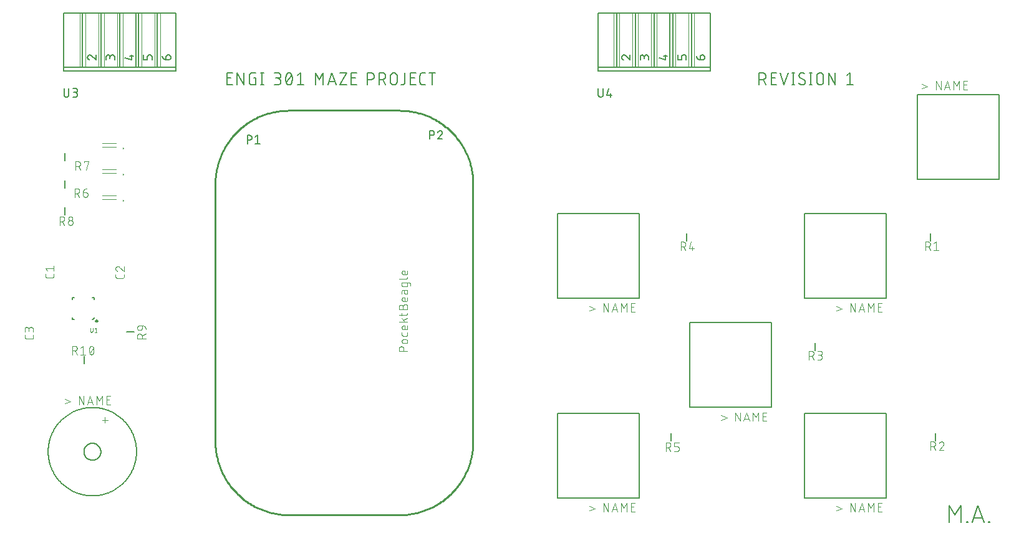
<source format=gbr>
G04 EAGLE Gerber X2 export*
%TF.Part,Single*%
%TF.FileFunction,Legend,Top,1*%
%TF.FilePolarity,Positive*%
%TF.GenerationSoftware,Autodesk,EAGLE,8.7.1*%
%TF.CreationDate,2018-04-20T19:54:14Z*%
G75*
%MOMM*%
%FSLAX34Y34*%
%LPD*%
%AMOC8*
5,1,8,0,0,1.08239X$1,22.5*%
G01*
%ADD10C,0.152400*%
%ADD11C,0.203200*%
%ADD12C,0.127000*%
%ADD13C,0.050800*%
%ADD14C,0.101600*%
%ADD15C,0.254000*%
%ADD16C,0.025400*%
%ADD17C,0.100000*%


D10*
X529957Y610362D02*
X522732Y610362D01*
X522732Y626618D01*
X529957Y626618D01*
X528151Y619393D02*
X522732Y619393D01*
X536249Y626618D02*
X536249Y610362D01*
X545280Y610362D02*
X536249Y626618D01*
X545280Y626618D02*
X545280Y610362D01*
X559244Y619393D02*
X561954Y619393D01*
X561954Y610362D01*
X556535Y610362D01*
X556417Y610364D01*
X556299Y610370D01*
X556181Y610379D01*
X556064Y610393D01*
X555947Y610410D01*
X555830Y610431D01*
X555715Y610456D01*
X555600Y610485D01*
X555486Y610518D01*
X555374Y610554D01*
X555263Y610594D01*
X555153Y610637D01*
X555044Y610684D01*
X554937Y610734D01*
X554832Y610789D01*
X554729Y610846D01*
X554628Y610907D01*
X554528Y610971D01*
X554431Y611038D01*
X554336Y611108D01*
X554244Y611182D01*
X554153Y611258D01*
X554066Y611338D01*
X553981Y611420D01*
X553899Y611505D01*
X553819Y611592D01*
X553743Y611683D01*
X553669Y611775D01*
X553599Y611870D01*
X553532Y611967D01*
X553468Y612067D01*
X553407Y612168D01*
X553350Y612271D01*
X553295Y612376D01*
X553245Y612483D01*
X553198Y612592D01*
X553155Y612702D01*
X553115Y612813D01*
X553079Y612925D01*
X553046Y613039D01*
X553017Y613154D01*
X552992Y613269D01*
X552971Y613386D01*
X552954Y613503D01*
X552940Y613620D01*
X552931Y613738D01*
X552925Y613856D01*
X552923Y613974D01*
X552923Y623006D01*
X552925Y623124D01*
X552931Y623242D01*
X552940Y623360D01*
X552954Y623477D01*
X552971Y623594D01*
X552992Y623711D01*
X553017Y623826D01*
X553046Y623941D01*
X553079Y624055D01*
X553115Y624167D01*
X553155Y624278D01*
X553198Y624388D01*
X553245Y624497D01*
X553295Y624604D01*
X553349Y624709D01*
X553407Y624812D01*
X553468Y624913D01*
X553532Y625013D01*
X553599Y625110D01*
X553669Y625205D01*
X553743Y625297D01*
X553819Y625388D01*
X553899Y625475D01*
X553981Y625560D01*
X554066Y625642D01*
X554153Y625722D01*
X554244Y625798D01*
X554336Y625872D01*
X554431Y625942D01*
X554528Y626009D01*
X554628Y626073D01*
X554729Y626134D01*
X554832Y626191D01*
X554937Y626245D01*
X555044Y626296D01*
X555153Y626343D01*
X555263Y626386D01*
X555374Y626426D01*
X555486Y626462D01*
X555600Y626495D01*
X555715Y626524D01*
X555830Y626549D01*
X555947Y626570D01*
X556064Y626587D01*
X556181Y626601D01*
X556299Y626610D01*
X556417Y626616D01*
X556535Y626618D01*
X561954Y626618D01*
X570464Y626618D02*
X570464Y610362D01*
X568658Y610362D02*
X572270Y610362D01*
X572270Y626618D02*
X568658Y626618D01*
X586790Y610362D02*
X591306Y610362D01*
X591439Y610364D01*
X591571Y610370D01*
X591703Y610380D01*
X591835Y610393D01*
X591967Y610411D01*
X592097Y610432D01*
X592228Y610457D01*
X592357Y610486D01*
X592485Y610519D01*
X592613Y610555D01*
X592739Y610595D01*
X592864Y610639D01*
X592988Y610687D01*
X593110Y610738D01*
X593231Y610793D01*
X593350Y610851D01*
X593468Y610913D01*
X593583Y610978D01*
X593697Y611047D01*
X593808Y611118D01*
X593917Y611194D01*
X594024Y611272D01*
X594129Y611353D01*
X594231Y611438D01*
X594331Y611525D01*
X594428Y611615D01*
X594523Y611708D01*
X594614Y611804D01*
X594703Y611902D01*
X594789Y612003D01*
X594872Y612107D01*
X594952Y612213D01*
X595028Y612321D01*
X595102Y612431D01*
X595172Y612544D01*
X595239Y612658D01*
X595302Y612775D01*
X595362Y612893D01*
X595419Y613013D01*
X595472Y613135D01*
X595521Y613258D01*
X595567Y613382D01*
X595609Y613508D01*
X595647Y613635D01*
X595682Y613763D01*
X595713Y613892D01*
X595740Y614021D01*
X595763Y614152D01*
X595783Y614283D01*
X595798Y614415D01*
X595810Y614547D01*
X595818Y614679D01*
X595822Y614812D01*
X595822Y614944D01*
X595818Y615077D01*
X595810Y615209D01*
X595798Y615341D01*
X595783Y615473D01*
X595763Y615604D01*
X595740Y615735D01*
X595713Y615864D01*
X595682Y615993D01*
X595647Y616121D01*
X595609Y616248D01*
X595567Y616374D01*
X595521Y616498D01*
X595472Y616621D01*
X595419Y616743D01*
X595362Y616863D01*
X595302Y616981D01*
X595239Y617098D01*
X595172Y617212D01*
X595102Y617325D01*
X595028Y617435D01*
X594952Y617543D01*
X594872Y617649D01*
X594789Y617753D01*
X594703Y617854D01*
X594614Y617952D01*
X594523Y618048D01*
X594428Y618141D01*
X594331Y618231D01*
X594231Y618318D01*
X594129Y618403D01*
X594024Y618484D01*
X593917Y618562D01*
X593808Y618638D01*
X593697Y618709D01*
X593583Y618778D01*
X593468Y618843D01*
X593350Y618905D01*
X593231Y618963D01*
X593110Y619018D01*
X592988Y619069D01*
X592864Y619117D01*
X592739Y619161D01*
X592613Y619201D01*
X592485Y619237D01*
X592357Y619270D01*
X592228Y619299D01*
X592097Y619324D01*
X591967Y619345D01*
X591835Y619363D01*
X591703Y619376D01*
X591571Y619386D01*
X591439Y619392D01*
X591306Y619394D01*
X592209Y626618D02*
X586790Y626618D01*
X592209Y626618D02*
X592328Y626616D01*
X592448Y626610D01*
X592567Y626600D01*
X592685Y626586D01*
X592804Y626569D01*
X592921Y626547D01*
X593038Y626522D01*
X593153Y626492D01*
X593268Y626459D01*
X593382Y626422D01*
X593494Y626382D01*
X593605Y626337D01*
X593714Y626289D01*
X593822Y626238D01*
X593928Y626183D01*
X594032Y626124D01*
X594134Y626062D01*
X594234Y625997D01*
X594332Y625928D01*
X594428Y625856D01*
X594521Y625781D01*
X594611Y625704D01*
X594699Y625623D01*
X594784Y625539D01*
X594866Y625452D01*
X594946Y625363D01*
X595022Y625271D01*
X595096Y625177D01*
X595166Y625080D01*
X595233Y624982D01*
X595297Y624881D01*
X595357Y624777D01*
X595414Y624672D01*
X595467Y624565D01*
X595517Y624457D01*
X595563Y624347D01*
X595605Y624235D01*
X595644Y624122D01*
X595679Y624008D01*
X595710Y623893D01*
X595738Y623776D01*
X595761Y623659D01*
X595781Y623542D01*
X595797Y623423D01*
X595809Y623304D01*
X595817Y623185D01*
X595821Y623066D01*
X595821Y622946D01*
X595817Y622827D01*
X595809Y622708D01*
X595797Y622589D01*
X595781Y622470D01*
X595761Y622353D01*
X595738Y622236D01*
X595710Y622119D01*
X595679Y622004D01*
X595644Y621890D01*
X595605Y621777D01*
X595563Y621665D01*
X595517Y621555D01*
X595467Y621447D01*
X595414Y621340D01*
X595357Y621235D01*
X595297Y621131D01*
X595233Y621030D01*
X595166Y620932D01*
X595096Y620835D01*
X595022Y620741D01*
X594946Y620649D01*
X594866Y620560D01*
X594784Y620473D01*
X594699Y620389D01*
X594611Y620308D01*
X594521Y620231D01*
X594428Y620156D01*
X594332Y620084D01*
X594234Y620015D01*
X594134Y619950D01*
X594032Y619888D01*
X593928Y619829D01*
X593822Y619774D01*
X593714Y619723D01*
X593605Y619675D01*
X593494Y619630D01*
X593382Y619590D01*
X593268Y619553D01*
X593153Y619520D01*
X593038Y619490D01*
X592921Y619465D01*
X592804Y619443D01*
X592685Y619426D01*
X592567Y619412D01*
X592448Y619402D01*
X592328Y619396D01*
X592209Y619394D01*
X592209Y619393D02*
X588596Y619393D01*
X602422Y618490D02*
X602426Y618810D01*
X602437Y619129D01*
X602456Y619449D01*
X602483Y619767D01*
X602517Y620085D01*
X602559Y620402D01*
X602609Y620718D01*
X602666Y621033D01*
X602730Y621346D01*
X602802Y621658D01*
X602881Y621968D01*
X602968Y622275D01*
X603062Y622581D01*
X603163Y622884D01*
X603272Y623185D01*
X603387Y623483D01*
X603510Y623779D01*
X603640Y624071D01*
X603777Y624360D01*
X603776Y624361D02*
X603815Y624469D01*
X603858Y624576D01*
X603904Y624681D01*
X603955Y624785D01*
X604008Y624887D01*
X604065Y624987D01*
X604126Y625085D01*
X604190Y625180D01*
X604257Y625274D01*
X604328Y625365D01*
X604401Y625454D01*
X604478Y625540D01*
X604557Y625623D01*
X604639Y625704D01*
X604724Y625782D01*
X604812Y625856D01*
X604902Y625928D01*
X604994Y625996D01*
X605089Y626062D01*
X605186Y626124D01*
X605285Y626182D01*
X605387Y626238D01*
X605489Y626289D01*
X605594Y626337D01*
X605700Y626382D01*
X605808Y626423D01*
X605917Y626460D01*
X606027Y626493D01*
X606139Y626522D01*
X606251Y626548D01*
X606364Y626570D01*
X606478Y626587D01*
X606592Y626601D01*
X606707Y626611D01*
X606822Y626617D01*
X606937Y626619D01*
X606937Y626618D02*
X607052Y626616D01*
X607167Y626610D01*
X607282Y626600D01*
X607396Y626586D01*
X607510Y626569D01*
X607623Y626547D01*
X607735Y626521D01*
X607847Y626492D01*
X607957Y626459D01*
X608066Y626422D01*
X608174Y626381D01*
X608280Y626336D01*
X608385Y626288D01*
X608487Y626237D01*
X608588Y626181D01*
X608688Y626123D01*
X608785Y626061D01*
X608879Y625996D01*
X608972Y625927D01*
X609062Y625855D01*
X609150Y625781D01*
X609235Y625703D01*
X609317Y625622D01*
X609396Y625539D01*
X609473Y625453D01*
X609546Y625364D01*
X609617Y625273D01*
X609684Y625179D01*
X609748Y625084D01*
X609809Y624986D01*
X609866Y624886D01*
X609919Y624784D01*
X609970Y624680D01*
X610016Y624575D01*
X610059Y624468D01*
X610098Y624360D01*
X610097Y624360D02*
X610234Y624071D01*
X610364Y623779D01*
X610487Y623483D01*
X610602Y623185D01*
X610711Y622884D01*
X610812Y622581D01*
X610906Y622275D01*
X610993Y621968D01*
X611072Y621658D01*
X611144Y621346D01*
X611208Y621033D01*
X611265Y620718D01*
X611315Y620402D01*
X611357Y620085D01*
X611391Y619767D01*
X611418Y619449D01*
X611437Y619129D01*
X611448Y618810D01*
X611452Y618490D01*
X602422Y618490D02*
X602426Y618170D01*
X602437Y617851D01*
X602456Y617531D01*
X602483Y617213D01*
X602517Y616895D01*
X602559Y616578D01*
X602609Y616262D01*
X602666Y615947D01*
X602730Y615634D01*
X602802Y615322D01*
X602881Y615012D01*
X602968Y614705D01*
X603062Y614399D01*
X603163Y614096D01*
X603272Y613795D01*
X603387Y613497D01*
X603510Y613201D01*
X603640Y612909D01*
X603777Y612620D01*
X603776Y612620D02*
X603815Y612512D01*
X603858Y612405D01*
X603904Y612300D01*
X603955Y612196D01*
X604008Y612094D01*
X604065Y611994D01*
X604126Y611896D01*
X604190Y611801D01*
X604257Y611707D01*
X604328Y611616D01*
X604401Y611527D01*
X604478Y611441D01*
X604557Y611358D01*
X604639Y611277D01*
X604724Y611199D01*
X604812Y611125D01*
X604902Y611053D01*
X604995Y610984D01*
X605089Y610919D01*
X605186Y610857D01*
X605286Y610799D01*
X605387Y610743D01*
X605489Y610692D01*
X605594Y610644D01*
X605700Y610599D01*
X605808Y610558D01*
X605917Y610521D01*
X606027Y610488D01*
X606139Y610459D01*
X606251Y610433D01*
X606364Y610411D01*
X606478Y610394D01*
X606592Y610380D01*
X606707Y610370D01*
X606822Y610364D01*
X606937Y610362D01*
X610097Y612620D02*
X610234Y612909D01*
X610364Y613201D01*
X610487Y613497D01*
X610602Y613795D01*
X610711Y614096D01*
X610812Y614399D01*
X610906Y614705D01*
X610993Y615012D01*
X611072Y615322D01*
X611144Y615634D01*
X611208Y615947D01*
X611265Y616262D01*
X611315Y616578D01*
X611357Y616895D01*
X611391Y617213D01*
X611418Y617531D01*
X611437Y617851D01*
X611448Y618170D01*
X611452Y618490D01*
X610098Y612620D02*
X610059Y612512D01*
X610016Y612405D01*
X609970Y612300D01*
X609919Y612196D01*
X609866Y612094D01*
X609809Y611994D01*
X609748Y611896D01*
X609684Y611801D01*
X609617Y611707D01*
X609546Y611616D01*
X609473Y611527D01*
X609396Y611441D01*
X609317Y611358D01*
X609235Y611277D01*
X609150Y611199D01*
X609062Y611125D01*
X608972Y611053D01*
X608879Y610984D01*
X608785Y610919D01*
X608688Y610857D01*
X608588Y610799D01*
X608487Y610743D01*
X608384Y610692D01*
X608280Y610644D01*
X608174Y610599D01*
X608066Y610558D01*
X607957Y610521D01*
X607847Y610488D01*
X607735Y610459D01*
X607623Y610433D01*
X607510Y610411D01*
X607396Y610394D01*
X607282Y610380D01*
X607167Y610370D01*
X607052Y610364D01*
X606937Y610362D01*
X603325Y613974D02*
X610549Y623006D01*
X618053Y623006D02*
X622568Y626618D01*
X622568Y610362D01*
X618053Y610362D02*
X627084Y610362D01*
X642681Y610362D02*
X642681Y626618D01*
X648099Y617587D01*
X653518Y626618D01*
X653518Y610362D01*
X659875Y610362D02*
X665294Y626618D01*
X670712Y610362D01*
X669358Y614426D02*
X661230Y614426D01*
X675888Y626618D02*
X684919Y626618D01*
X675888Y610362D01*
X684919Y610362D01*
X691549Y610362D02*
X698774Y610362D01*
X691549Y610362D02*
X691549Y626618D01*
X698774Y626618D01*
X696968Y619393D02*
X691549Y619393D01*
X713614Y626618D02*
X713614Y610362D01*
X713614Y626618D02*
X718130Y626618D01*
X718263Y626616D01*
X718395Y626610D01*
X718527Y626600D01*
X718659Y626587D01*
X718791Y626569D01*
X718921Y626548D01*
X719052Y626523D01*
X719181Y626494D01*
X719309Y626461D01*
X719437Y626425D01*
X719563Y626385D01*
X719688Y626341D01*
X719812Y626293D01*
X719934Y626242D01*
X720055Y626187D01*
X720174Y626129D01*
X720292Y626067D01*
X720407Y626002D01*
X720521Y625933D01*
X720632Y625862D01*
X720741Y625786D01*
X720848Y625708D01*
X720953Y625627D01*
X721055Y625542D01*
X721155Y625455D01*
X721252Y625365D01*
X721347Y625272D01*
X721438Y625176D01*
X721527Y625078D01*
X721613Y624977D01*
X721696Y624873D01*
X721776Y624767D01*
X721852Y624659D01*
X721926Y624549D01*
X721996Y624436D01*
X722063Y624322D01*
X722126Y624205D01*
X722186Y624087D01*
X722243Y623967D01*
X722296Y623845D01*
X722345Y623722D01*
X722391Y623598D01*
X722433Y623472D01*
X722471Y623345D01*
X722506Y623217D01*
X722537Y623088D01*
X722564Y622959D01*
X722587Y622828D01*
X722607Y622697D01*
X722622Y622565D01*
X722634Y622433D01*
X722642Y622301D01*
X722646Y622168D01*
X722646Y622036D01*
X722642Y621903D01*
X722634Y621771D01*
X722622Y621639D01*
X722607Y621507D01*
X722587Y621376D01*
X722564Y621245D01*
X722537Y621116D01*
X722506Y620987D01*
X722471Y620859D01*
X722433Y620732D01*
X722391Y620606D01*
X722345Y620482D01*
X722296Y620359D01*
X722243Y620237D01*
X722186Y620117D01*
X722126Y619999D01*
X722063Y619882D01*
X721996Y619768D01*
X721926Y619655D01*
X721852Y619545D01*
X721776Y619437D01*
X721696Y619331D01*
X721613Y619227D01*
X721527Y619126D01*
X721438Y619028D01*
X721347Y618932D01*
X721252Y618839D01*
X721155Y618749D01*
X721055Y618662D01*
X720953Y618577D01*
X720848Y618496D01*
X720741Y618418D01*
X720632Y618342D01*
X720521Y618271D01*
X720407Y618202D01*
X720292Y618137D01*
X720174Y618075D01*
X720055Y618017D01*
X719934Y617962D01*
X719812Y617911D01*
X719688Y617863D01*
X719563Y617819D01*
X719437Y617779D01*
X719309Y617743D01*
X719181Y617710D01*
X719052Y617681D01*
X718921Y617656D01*
X718791Y617635D01*
X718659Y617617D01*
X718527Y617604D01*
X718395Y617594D01*
X718263Y617588D01*
X718130Y617586D01*
X718130Y617587D02*
X713614Y617587D01*
X729126Y610362D02*
X729126Y626618D01*
X733642Y626618D01*
X733775Y626616D01*
X733907Y626610D01*
X734039Y626600D01*
X734171Y626587D01*
X734303Y626569D01*
X734433Y626548D01*
X734564Y626523D01*
X734693Y626494D01*
X734821Y626461D01*
X734949Y626425D01*
X735075Y626385D01*
X735200Y626341D01*
X735324Y626293D01*
X735446Y626242D01*
X735567Y626187D01*
X735686Y626129D01*
X735804Y626067D01*
X735919Y626002D01*
X736033Y625933D01*
X736144Y625862D01*
X736253Y625786D01*
X736360Y625708D01*
X736465Y625627D01*
X736567Y625542D01*
X736667Y625455D01*
X736764Y625365D01*
X736859Y625272D01*
X736950Y625176D01*
X737039Y625078D01*
X737125Y624977D01*
X737208Y624873D01*
X737288Y624767D01*
X737364Y624659D01*
X737438Y624549D01*
X737508Y624436D01*
X737575Y624322D01*
X737638Y624205D01*
X737698Y624087D01*
X737755Y623967D01*
X737808Y623845D01*
X737857Y623722D01*
X737903Y623598D01*
X737945Y623472D01*
X737983Y623345D01*
X738018Y623217D01*
X738049Y623088D01*
X738076Y622959D01*
X738099Y622828D01*
X738119Y622697D01*
X738134Y622565D01*
X738146Y622433D01*
X738154Y622301D01*
X738158Y622168D01*
X738158Y622036D01*
X738154Y621903D01*
X738146Y621771D01*
X738134Y621639D01*
X738119Y621507D01*
X738099Y621376D01*
X738076Y621245D01*
X738049Y621116D01*
X738018Y620987D01*
X737983Y620859D01*
X737945Y620732D01*
X737903Y620606D01*
X737857Y620482D01*
X737808Y620359D01*
X737755Y620237D01*
X737698Y620117D01*
X737638Y619999D01*
X737575Y619882D01*
X737508Y619768D01*
X737438Y619655D01*
X737364Y619545D01*
X737288Y619437D01*
X737208Y619331D01*
X737125Y619227D01*
X737039Y619126D01*
X736950Y619028D01*
X736859Y618932D01*
X736764Y618839D01*
X736667Y618749D01*
X736567Y618662D01*
X736465Y618577D01*
X736360Y618496D01*
X736253Y618418D01*
X736144Y618342D01*
X736033Y618271D01*
X735919Y618202D01*
X735804Y618137D01*
X735686Y618075D01*
X735567Y618017D01*
X735446Y617962D01*
X735324Y617911D01*
X735200Y617863D01*
X735075Y617819D01*
X734949Y617779D01*
X734821Y617743D01*
X734693Y617710D01*
X734564Y617681D01*
X734433Y617656D01*
X734303Y617635D01*
X734171Y617617D01*
X734039Y617604D01*
X733907Y617594D01*
X733775Y617588D01*
X733642Y617586D01*
X733642Y617587D02*
X729126Y617587D01*
X734545Y617587D02*
X738157Y610362D01*
X744666Y614878D02*
X744666Y622102D01*
X744665Y622102D02*
X744667Y622235D01*
X744673Y622367D01*
X744683Y622499D01*
X744696Y622631D01*
X744714Y622763D01*
X744735Y622893D01*
X744760Y623024D01*
X744789Y623153D01*
X744822Y623281D01*
X744858Y623409D01*
X744898Y623535D01*
X744942Y623660D01*
X744990Y623784D01*
X745041Y623906D01*
X745096Y624027D01*
X745154Y624146D01*
X745216Y624264D01*
X745281Y624379D01*
X745350Y624493D01*
X745421Y624604D01*
X745497Y624713D01*
X745575Y624820D01*
X745656Y624925D01*
X745741Y625027D01*
X745828Y625127D01*
X745918Y625224D01*
X746011Y625319D01*
X746107Y625410D01*
X746205Y625499D01*
X746306Y625585D01*
X746410Y625668D01*
X746516Y625748D01*
X746624Y625824D01*
X746734Y625898D01*
X746847Y625968D01*
X746961Y626035D01*
X747078Y626098D01*
X747196Y626158D01*
X747316Y626215D01*
X747438Y626268D01*
X747561Y626317D01*
X747685Y626363D01*
X747811Y626405D01*
X747938Y626443D01*
X748066Y626478D01*
X748195Y626509D01*
X748324Y626536D01*
X748455Y626559D01*
X748586Y626579D01*
X748718Y626594D01*
X748850Y626606D01*
X748982Y626614D01*
X749115Y626618D01*
X749247Y626618D01*
X749380Y626614D01*
X749512Y626606D01*
X749644Y626594D01*
X749776Y626579D01*
X749907Y626559D01*
X750038Y626536D01*
X750167Y626509D01*
X750296Y626478D01*
X750424Y626443D01*
X750551Y626405D01*
X750677Y626363D01*
X750801Y626317D01*
X750924Y626268D01*
X751046Y626215D01*
X751166Y626158D01*
X751284Y626098D01*
X751401Y626035D01*
X751515Y625968D01*
X751628Y625898D01*
X751738Y625824D01*
X751846Y625748D01*
X751952Y625668D01*
X752056Y625585D01*
X752157Y625499D01*
X752255Y625410D01*
X752351Y625319D01*
X752444Y625224D01*
X752534Y625127D01*
X752621Y625027D01*
X752706Y624925D01*
X752787Y624820D01*
X752865Y624713D01*
X752941Y624604D01*
X753012Y624493D01*
X753081Y624379D01*
X753146Y624264D01*
X753208Y624146D01*
X753266Y624027D01*
X753321Y623906D01*
X753372Y623784D01*
X753420Y623660D01*
X753464Y623535D01*
X753504Y623409D01*
X753540Y623281D01*
X753573Y623153D01*
X753602Y623024D01*
X753627Y622893D01*
X753648Y622763D01*
X753666Y622631D01*
X753679Y622499D01*
X753689Y622367D01*
X753695Y622235D01*
X753697Y622102D01*
X753697Y614878D01*
X753695Y614745D01*
X753689Y614613D01*
X753679Y614481D01*
X753666Y614349D01*
X753648Y614217D01*
X753627Y614087D01*
X753602Y613956D01*
X753573Y613827D01*
X753540Y613699D01*
X753504Y613571D01*
X753464Y613445D01*
X753420Y613320D01*
X753372Y613196D01*
X753321Y613074D01*
X753266Y612953D01*
X753208Y612834D01*
X753146Y612716D01*
X753081Y612601D01*
X753012Y612487D01*
X752941Y612376D01*
X752865Y612267D01*
X752787Y612160D01*
X752706Y612055D01*
X752621Y611953D01*
X752534Y611853D01*
X752444Y611756D01*
X752351Y611661D01*
X752255Y611570D01*
X752157Y611481D01*
X752056Y611395D01*
X751952Y611312D01*
X751846Y611232D01*
X751738Y611156D01*
X751628Y611082D01*
X751515Y611012D01*
X751401Y610945D01*
X751284Y610882D01*
X751166Y610822D01*
X751046Y610765D01*
X750924Y610712D01*
X750801Y610663D01*
X750677Y610617D01*
X750551Y610575D01*
X750424Y610537D01*
X750296Y610502D01*
X750167Y610471D01*
X750038Y610444D01*
X749907Y610421D01*
X749776Y610401D01*
X749644Y610386D01*
X749512Y610374D01*
X749380Y610366D01*
X749247Y610362D01*
X749115Y610362D01*
X748982Y610366D01*
X748850Y610374D01*
X748718Y610386D01*
X748586Y610401D01*
X748455Y610421D01*
X748324Y610444D01*
X748195Y610471D01*
X748066Y610502D01*
X747938Y610537D01*
X747811Y610575D01*
X747685Y610617D01*
X747561Y610663D01*
X747438Y610712D01*
X747316Y610765D01*
X747196Y610822D01*
X747078Y610882D01*
X746961Y610945D01*
X746847Y611012D01*
X746734Y611082D01*
X746624Y611156D01*
X746516Y611232D01*
X746410Y611312D01*
X746306Y611395D01*
X746205Y611481D01*
X746107Y611570D01*
X746011Y611661D01*
X745918Y611756D01*
X745828Y611853D01*
X745741Y611953D01*
X745656Y612055D01*
X745575Y612160D01*
X745497Y612267D01*
X745421Y612376D01*
X745350Y612487D01*
X745281Y612601D01*
X745216Y612716D01*
X745154Y612834D01*
X745096Y612953D01*
X745041Y613074D01*
X744990Y613196D01*
X744942Y613320D01*
X744898Y613445D01*
X744858Y613571D01*
X744822Y613699D01*
X744789Y613827D01*
X744760Y613956D01*
X744735Y614087D01*
X744714Y614217D01*
X744696Y614349D01*
X744683Y614481D01*
X744673Y614613D01*
X744667Y614745D01*
X744665Y614878D01*
X764172Y613974D02*
X764172Y626618D01*
X764171Y613974D02*
X764169Y613856D01*
X764163Y613738D01*
X764154Y613620D01*
X764140Y613503D01*
X764123Y613386D01*
X764102Y613269D01*
X764077Y613154D01*
X764048Y613039D01*
X764015Y612925D01*
X763979Y612813D01*
X763939Y612702D01*
X763896Y612592D01*
X763849Y612483D01*
X763799Y612376D01*
X763744Y612271D01*
X763687Y612168D01*
X763626Y612067D01*
X763562Y611967D01*
X763495Y611870D01*
X763425Y611775D01*
X763351Y611683D01*
X763275Y611592D01*
X763195Y611505D01*
X763113Y611420D01*
X763028Y611338D01*
X762941Y611258D01*
X762850Y611182D01*
X762758Y611108D01*
X762663Y611038D01*
X762566Y610971D01*
X762466Y610907D01*
X762365Y610846D01*
X762262Y610789D01*
X762157Y610734D01*
X762050Y610684D01*
X761941Y610637D01*
X761831Y610594D01*
X761720Y610554D01*
X761608Y610518D01*
X761494Y610485D01*
X761379Y610456D01*
X761264Y610431D01*
X761147Y610410D01*
X761030Y610393D01*
X760913Y610379D01*
X760795Y610370D01*
X760677Y610364D01*
X760559Y610362D01*
X758753Y610362D01*
X771790Y610362D02*
X779014Y610362D01*
X771790Y610362D02*
X771790Y626618D01*
X779014Y626618D01*
X777208Y619393D02*
X771790Y619393D01*
X788359Y610362D02*
X791971Y610362D01*
X788359Y610362D02*
X788241Y610364D01*
X788123Y610370D01*
X788005Y610379D01*
X787888Y610393D01*
X787771Y610410D01*
X787654Y610431D01*
X787539Y610456D01*
X787424Y610485D01*
X787310Y610518D01*
X787198Y610554D01*
X787087Y610594D01*
X786977Y610637D01*
X786868Y610684D01*
X786761Y610734D01*
X786656Y610789D01*
X786553Y610846D01*
X786452Y610907D01*
X786352Y610971D01*
X786255Y611038D01*
X786160Y611108D01*
X786068Y611182D01*
X785977Y611258D01*
X785890Y611338D01*
X785805Y611420D01*
X785723Y611505D01*
X785643Y611592D01*
X785567Y611683D01*
X785493Y611775D01*
X785423Y611870D01*
X785356Y611967D01*
X785292Y612067D01*
X785231Y612168D01*
X785174Y612271D01*
X785119Y612376D01*
X785069Y612483D01*
X785022Y612592D01*
X784979Y612702D01*
X784939Y612813D01*
X784903Y612925D01*
X784870Y613039D01*
X784841Y613154D01*
X784816Y613269D01*
X784795Y613386D01*
X784778Y613503D01*
X784764Y613620D01*
X784755Y613738D01*
X784749Y613856D01*
X784747Y613974D01*
X784746Y613974D02*
X784746Y623006D01*
X784747Y623006D02*
X784749Y623124D01*
X784755Y623242D01*
X784764Y623360D01*
X784778Y623477D01*
X784795Y623594D01*
X784816Y623711D01*
X784841Y623826D01*
X784870Y623941D01*
X784903Y624055D01*
X784939Y624167D01*
X784979Y624278D01*
X785022Y624388D01*
X785069Y624497D01*
X785119Y624604D01*
X785173Y624709D01*
X785231Y624812D01*
X785292Y624913D01*
X785356Y625013D01*
X785423Y625110D01*
X785493Y625205D01*
X785567Y625297D01*
X785643Y625388D01*
X785723Y625475D01*
X785805Y625560D01*
X785890Y625642D01*
X785977Y625722D01*
X786068Y625798D01*
X786160Y625872D01*
X786255Y625942D01*
X786352Y626009D01*
X786452Y626073D01*
X786553Y626134D01*
X786656Y626191D01*
X786761Y626245D01*
X786868Y626296D01*
X786977Y626343D01*
X787087Y626386D01*
X787198Y626426D01*
X787310Y626462D01*
X787424Y626495D01*
X787539Y626524D01*
X787654Y626549D01*
X787771Y626570D01*
X787888Y626587D01*
X788005Y626601D01*
X788123Y626610D01*
X788241Y626616D01*
X788359Y626618D01*
X791971Y626618D01*
X801285Y626618D02*
X801285Y610362D01*
X796770Y626618D02*
X805801Y626618D01*
X1245362Y626618D02*
X1245362Y610362D01*
X1245362Y626618D02*
X1249878Y626618D01*
X1250011Y626616D01*
X1250143Y626610D01*
X1250275Y626600D01*
X1250407Y626587D01*
X1250539Y626569D01*
X1250669Y626548D01*
X1250800Y626523D01*
X1250929Y626494D01*
X1251057Y626461D01*
X1251185Y626425D01*
X1251311Y626385D01*
X1251436Y626341D01*
X1251560Y626293D01*
X1251682Y626242D01*
X1251803Y626187D01*
X1251922Y626129D01*
X1252040Y626067D01*
X1252155Y626002D01*
X1252269Y625933D01*
X1252380Y625862D01*
X1252489Y625786D01*
X1252596Y625708D01*
X1252701Y625627D01*
X1252803Y625542D01*
X1252903Y625455D01*
X1253000Y625365D01*
X1253095Y625272D01*
X1253186Y625176D01*
X1253275Y625078D01*
X1253361Y624977D01*
X1253444Y624873D01*
X1253524Y624767D01*
X1253600Y624659D01*
X1253674Y624549D01*
X1253744Y624436D01*
X1253811Y624322D01*
X1253874Y624205D01*
X1253934Y624087D01*
X1253991Y623967D01*
X1254044Y623845D01*
X1254093Y623722D01*
X1254139Y623598D01*
X1254181Y623472D01*
X1254219Y623345D01*
X1254254Y623217D01*
X1254285Y623088D01*
X1254312Y622959D01*
X1254335Y622828D01*
X1254355Y622697D01*
X1254370Y622565D01*
X1254382Y622433D01*
X1254390Y622301D01*
X1254394Y622168D01*
X1254394Y622036D01*
X1254390Y621903D01*
X1254382Y621771D01*
X1254370Y621639D01*
X1254355Y621507D01*
X1254335Y621376D01*
X1254312Y621245D01*
X1254285Y621116D01*
X1254254Y620987D01*
X1254219Y620859D01*
X1254181Y620732D01*
X1254139Y620606D01*
X1254093Y620482D01*
X1254044Y620359D01*
X1253991Y620237D01*
X1253934Y620117D01*
X1253874Y619999D01*
X1253811Y619882D01*
X1253744Y619768D01*
X1253674Y619655D01*
X1253600Y619545D01*
X1253524Y619437D01*
X1253444Y619331D01*
X1253361Y619227D01*
X1253275Y619126D01*
X1253186Y619028D01*
X1253095Y618932D01*
X1253000Y618839D01*
X1252903Y618749D01*
X1252803Y618662D01*
X1252701Y618577D01*
X1252596Y618496D01*
X1252489Y618418D01*
X1252380Y618342D01*
X1252269Y618271D01*
X1252155Y618202D01*
X1252040Y618137D01*
X1251922Y618075D01*
X1251803Y618017D01*
X1251682Y617962D01*
X1251560Y617911D01*
X1251436Y617863D01*
X1251311Y617819D01*
X1251185Y617779D01*
X1251057Y617743D01*
X1250929Y617710D01*
X1250800Y617681D01*
X1250669Y617656D01*
X1250539Y617635D01*
X1250407Y617617D01*
X1250275Y617604D01*
X1250143Y617594D01*
X1250011Y617588D01*
X1249878Y617586D01*
X1249878Y617587D02*
X1245362Y617587D01*
X1250781Y617587D02*
X1254393Y610362D01*
X1261453Y610362D02*
X1268677Y610362D01*
X1261453Y610362D02*
X1261453Y626618D01*
X1268677Y626618D01*
X1266871Y619393D02*
X1261453Y619393D01*
X1273546Y626618D02*
X1278964Y610362D01*
X1284383Y626618D01*
X1291469Y626618D02*
X1291469Y610362D01*
X1289663Y610362D02*
X1293275Y610362D01*
X1293275Y626618D02*
X1289663Y626618D01*
X1304356Y610362D02*
X1304474Y610364D01*
X1304592Y610370D01*
X1304710Y610379D01*
X1304827Y610393D01*
X1304944Y610410D01*
X1305061Y610431D01*
X1305176Y610456D01*
X1305291Y610485D01*
X1305405Y610518D01*
X1305517Y610554D01*
X1305628Y610594D01*
X1305738Y610637D01*
X1305847Y610684D01*
X1305954Y610734D01*
X1306059Y610789D01*
X1306162Y610846D01*
X1306263Y610907D01*
X1306363Y610971D01*
X1306460Y611038D01*
X1306555Y611108D01*
X1306647Y611182D01*
X1306738Y611258D01*
X1306825Y611338D01*
X1306910Y611420D01*
X1306992Y611505D01*
X1307072Y611592D01*
X1307148Y611683D01*
X1307222Y611775D01*
X1307292Y611870D01*
X1307359Y611967D01*
X1307423Y612067D01*
X1307484Y612168D01*
X1307541Y612271D01*
X1307596Y612376D01*
X1307646Y612483D01*
X1307693Y612592D01*
X1307736Y612702D01*
X1307776Y612813D01*
X1307812Y612925D01*
X1307845Y613039D01*
X1307874Y613154D01*
X1307899Y613269D01*
X1307920Y613386D01*
X1307937Y613503D01*
X1307951Y613620D01*
X1307960Y613738D01*
X1307966Y613856D01*
X1307968Y613974D01*
X1304356Y610362D02*
X1304173Y610364D01*
X1303991Y610371D01*
X1303809Y610382D01*
X1303627Y610397D01*
X1303445Y610417D01*
X1303264Y610440D01*
X1303084Y610469D01*
X1302904Y610501D01*
X1302725Y610538D01*
X1302548Y610579D01*
X1302371Y610625D01*
X1302195Y610674D01*
X1302021Y610728D01*
X1301847Y610786D01*
X1301676Y610848D01*
X1301506Y610914D01*
X1301337Y610985D01*
X1301170Y611059D01*
X1301005Y611137D01*
X1300842Y611219D01*
X1300681Y611305D01*
X1300522Y611395D01*
X1300365Y611489D01*
X1300211Y611586D01*
X1300059Y611687D01*
X1299909Y611792D01*
X1299762Y611900D01*
X1299618Y612011D01*
X1299476Y612126D01*
X1299337Y612245D01*
X1299201Y612367D01*
X1299068Y612492D01*
X1298938Y612620D01*
X1299390Y623006D02*
X1299392Y623124D01*
X1299398Y623242D01*
X1299407Y623360D01*
X1299421Y623477D01*
X1299438Y623594D01*
X1299459Y623711D01*
X1299484Y623826D01*
X1299513Y623941D01*
X1299546Y624055D01*
X1299582Y624167D01*
X1299622Y624278D01*
X1299665Y624388D01*
X1299712Y624497D01*
X1299762Y624604D01*
X1299817Y624709D01*
X1299874Y624812D01*
X1299935Y624913D01*
X1299999Y625013D01*
X1300066Y625110D01*
X1300136Y625205D01*
X1300210Y625297D01*
X1300286Y625388D01*
X1300366Y625475D01*
X1300448Y625560D01*
X1300533Y625642D01*
X1300620Y625722D01*
X1300711Y625798D01*
X1300803Y625872D01*
X1300898Y625942D01*
X1300995Y626009D01*
X1301095Y626073D01*
X1301196Y626134D01*
X1301299Y626192D01*
X1301404Y626246D01*
X1301511Y626296D01*
X1301620Y626343D01*
X1301730Y626387D01*
X1301841Y626426D01*
X1301954Y626462D01*
X1302067Y626495D01*
X1302182Y626524D01*
X1302297Y626549D01*
X1302414Y626570D01*
X1302531Y626587D01*
X1302648Y626601D01*
X1302766Y626610D01*
X1302884Y626616D01*
X1303002Y626618D01*
X1303163Y626616D01*
X1303325Y626610D01*
X1303486Y626601D01*
X1303647Y626587D01*
X1303807Y626570D01*
X1303967Y626549D01*
X1304127Y626524D01*
X1304286Y626495D01*
X1304444Y626463D01*
X1304601Y626427D01*
X1304757Y626387D01*
X1304913Y626343D01*
X1305067Y626295D01*
X1305220Y626244D01*
X1305372Y626190D01*
X1305523Y626131D01*
X1305672Y626070D01*
X1305819Y626004D01*
X1305965Y625935D01*
X1306110Y625863D01*
X1306252Y625787D01*
X1306393Y625708D01*
X1306532Y625626D01*
X1306668Y625540D01*
X1306803Y625451D01*
X1306936Y625359D01*
X1307066Y625263D01*
X1301195Y619845D02*
X1301094Y619907D01*
X1300994Y619972D01*
X1300897Y620041D01*
X1300802Y620113D01*
X1300709Y620187D01*
X1300619Y620265D01*
X1300531Y620346D01*
X1300446Y620429D01*
X1300364Y620515D01*
X1300285Y620604D01*
X1300208Y620695D01*
X1300135Y620789D01*
X1300064Y620885D01*
X1299997Y620983D01*
X1299933Y621083D01*
X1299872Y621186D01*
X1299815Y621290D01*
X1299761Y621396D01*
X1299711Y621504D01*
X1299664Y621613D01*
X1299620Y621724D01*
X1299580Y621836D01*
X1299544Y621950D01*
X1299512Y622064D01*
X1299483Y622180D01*
X1299458Y622296D01*
X1299437Y622413D01*
X1299420Y622531D01*
X1299406Y622649D01*
X1299397Y622768D01*
X1299391Y622887D01*
X1299389Y623006D01*
X1306163Y617135D02*
X1306264Y617073D01*
X1306364Y617008D01*
X1306461Y616939D01*
X1306556Y616867D01*
X1306649Y616793D01*
X1306739Y616715D01*
X1306827Y616634D01*
X1306912Y616551D01*
X1306994Y616465D01*
X1307073Y616376D01*
X1307150Y616285D01*
X1307223Y616191D01*
X1307294Y616095D01*
X1307361Y615997D01*
X1307425Y615897D01*
X1307486Y615794D01*
X1307543Y615690D01*
X1307597Y615584D01*
X1307647Y615476D01*
X1307694Y615367D01*
X1307738Y615256D01*
X1307778Y615144D01*
X1307814Y615030D01*
X1307846Y614916D01*
X1307875Y614800D01*
X1307900Y614684D01*
X1307921Y614567D01*
X1307938Y614449D01*
X1307952Y614331D01*
X1307961Y614212D01*
X1307967Y614093D01*
X1307969Y613974D01*
X1306163Y617135D02*
X1301195Y619845D01*
X1315437Y626618D02*
X1315437Y610362D01*
X1313631Y610362D02*
X1317243Y610362D01*
X1317243Y626618D02*
X1313631Y626618D01*
X1323427Y622102D02*
X1323427Y614878D01*
X1323426Y622102D02*
X1323428Y622235D01*
X1323434Y622367D01*
X1323444Y622499D01*
X1323457Y622631D01*
X1323475Y622763D01*
X1323496Y622893D01*
X1323521Y623024D01*
X1323550Y623153D01*
X1323583Y623281D01*
X1323619Y623409D01*
X1323659Y623535D01*
X1323703Y623660D01*
X1323751Y623784D01*
X1323802Y623906D01*
X1323857Y624027D01*
X1323915Y624146D01*
X1323977Y624264D01*
X1324042Y624379D01*
X1324111Y624493D01*
X1324182Y624604D01*
X1324258Y624713D01*
X1324336Y624820D01*
X1324417Y624925D01*
X1324502Y625027D01*
X1324589Y625127D01*
X1324679Y625224D01*
X1324772Y625319D01*
X1324868Y625410D01*
X1324966Y625499D01*
X1325067Y625585D01*
X1325171Y625668D01*
X1325277Y625748D01*
X1325385Y625824D01*
X1325495Y625898D01*
X1325608Y625968D01*
X1325722Y626035D01*
X1325839Y626098D01*
X1325957Y626158D01*
X1326077Y626215D01*
X1326199Y626268D01*
X1326322Y626317D01*
X1326446Y626363D01*
X1326572Y626405D01*
X1326699Y626443D01*
X1326827Y626478D01*
X1326956Y626509D01*
X1327085Y626536D01*
X1327216Y626559D01*
X1327347Y626579D01*
X1327479Y626594D01*
X1327611Y626606D01*
X1327743Y626614D01*
X1327876Y626618D01*
X1328008Y626618D01*
X1328141Y626614D01*
X1328273Y626606D01*
X1328405Y626594D01*
X1328537Y626579D01*
X1328668Y626559D01*
X1328799Y626536D01*
X1328928Y626509D01*
X1329057Y626478D01*
X1329185Y626443D01*
X1329312Y626405D01*
X1329438Y626363D01*
X1329562Y626317D01*
X1329685Y626268D01*
X1329807Y626215D01*
X1329927Y626158D01*
X1330045Y626098D01*
X1330162Y626035D01*
X1330276Y625968D01*
X1330389Y625898D01*
X1330499Y625824D01*
X1330607Y625748D01*
X1330713Y625668D01*
X1330817Y625585D01*
X1330918Y625499D01*
X1331016Y625410D01*
X1331112Y625319D01*
X1331205Y625224D01*
X1331295Y625127D01*
X1331382Y625027D01*
X1331467Y624925D01*
X1331548Y624820D01*
X1331626Y624713D01*
X1331702Y624604D01*
X1331773Y624493D01*
X1331842Y624379D01*
X1331907Y624264D01*
X1331969Y624146D01*
X1332027Y624027D01*
X1332082Y623906D01*
X1332133Y623784D01*
X1332181Y623660D01*
X1332225Y623535D01*
X1332265Y623409D01*
X1332301Y623281D01*
X1332334Y623153D01*
X1332363Y623024D01*
X1332388Y622893D01*
X1332409Y622763D01*
X1332427Y622631D01*
X1332440Y622499D01*
X1332450Y622367D01*
X1332456Y622235D01*
X1332458Y622102D01*
X1332458Y614878D01*
X1332456Y614745D01*
X1332450Y614613D01*
X1332440Y614481D01*
X1332427Y614349D01*
X1332409Y614217D01*
X1332388Y614087D01*
X1332363Y613956D01*
X1332334Y613827D01*
X1332301Y613699D01*
X1332265Y613571D01*
X1332225Y613445D01*
X1332181Y613320D01*
X1332133Y613196D01*
X1332082Y613074D01*
X1332027Y612953D01*
X1331969Y612834D01*
X1331907Y612716D01*
X1331842Y612601D01*
X1331773Y612487D01*
X1331702Y612376D01*
X1331626Y612267D01*
X1331548Y612160D01*
X1331467Y612055D01*
X1331382Y611953D01*
X1331295Y611853D01*
X1331205Y611756D01*
X1331112Y611661D01*
X1331016Y611570D01*
X1330918Y611481D01*
X1330817Y611395D01*
X1330713Y611312D01*
X1330607Y611232D01*
X1330499Y611156D01*
X1330389Y611082D01*
X1330276Y611012D01*
X1330162Y610945D01*
X1330045Y610882D01*
X1329927Y610822D01*
X1329807Y610765D01*
X1329685Y610712D01*
X1329562Y610663D01*
X1329438Y610617D01*
X1329312Y610575D01*
X1329185Y610537D01*
X1329057Y610502D01*
X1328928Y610471D01*
X1328799Y610444D01*
X1328668Y610421D01*
X1328537Y610401D01*
X1328405Y610386D01*
X1328273Y610374D01*
X1328141Y610366D01*
X1328008Y610362D01*
X1327876Y610362D01*
X1327743Y610366D01*
X1327611Y610374D01*
X1327479Y610386D01*
X1327347Y610401D01*
X1327216Y610421D01*
X1327085Y610444D01*
X1326956Y610471D01*
X1326827Y610502D01*
X1326699Y610537D01*
X1326572Y610575D01*
X1326446Y610617D01*
X1326322Y610663D01*
X1326199Y610712D01*
X1326077Y610765D01*
X1325957Y610822D01*
X1325839Y610882D01*
X1325722Y610945D01*
X1325608Y611012D01*
X1325495Y611082D01*
X1325385Y611156D01*
X1325277Y611232D01*
X1325171Y611312D01*
X1325067Y611395D01*
X1324966Y611481D01*
X1324868Y611570D01*
X1324772Y611661D01*
X1324679Y611756D01*
X1324589Y611853D01*
X1324502Y611953D01*
X1324417Y612055D01*
X1324336Y612160D01*
X1324258Y612267D01*
X1324182Y612376D01*
X1324111Y612487D01*
X1324042Y612601D01*
X1323977Y612716D01*
X1323915Y612834D01*
X1323857Y612953D01*
X1323802Y613074D01*
X1323751Y613196D01*
X1323703Y613320D01*
X1323659Y613445D01*
X1323619Y613571D01*
X1323583Y613699D01*
X1323550Y613827D01*
X1323521Y613956D01*
X1323496Y614087D01*
X1323475Y614217D01*
X1323457Y614349D01*
X1323444Y614481D01*
X1323434Y614613D01*
X1323428Y614745D01*
X1323426Y614878D01*
X1339579Y610362D02*
X1339579Y626618D01*
X1348610Y610362D01*
X1348610Y626618D01*
X1364068Y623006D02*
X1368583Y626618D01*
X1368583Y610362D01*
X1364068Y610362D02*
X1373099Y610362D01*
D11*
X1503426Y38354D02*
X1503426Y14986D01*
X1511215Y25372D02*
X1503426Y38354D01*
X1511215Y25372D02*
X1519005Y38354D01*
X1519005Y14986D01*
X1527269Y14986D02*
X1527269Y16284D01*
X1528567Y16284D01*
X1528567Y14986D01*
X1527269Y14986D01*
X1534744Y14986D02*
X1542533Y38354D01*
X1550323Y14986D01*
X1548375Y20828D02*
X1536691Y20828D01*
X1556499Y16284D02*
X1556499Y14986D01*
X1556499Y16284D02*
X1557798Y16284D01*
X1557798Y14986D01*
X1556499Y14986D01*
D12*
X342660Y318070D02*
X342660Y321070D01*
X339660Y321070D01*
X315660Y321070D02*
X312660Y321070D01*
X312660Y318070D01*
X312660Y291070D02*
X315660Y291070D01*
X312660Y291070D02*
X312660Y294070D01*
X344246Y289070D02*
X344248Y289145D01*
X344254Y289219D01*
X344264Y289293D01*
X344277Y289366D01*
X344295Y289439D01*
X344316Y289510D01*
X344341Y289581D01*
X344370Y289650D01*
X344403Y289717D01*
X344439Y289782D01*
X344478Y289846D01*
X344520Y289907D01*
X344566Y289966D01*
X344615Y290023D01*
X344667Y290076D01*
X344721Y290127D01*
X344778Y290176D01*
X344838Y290220D01*
X344900Y290262D01*
X344964Y290301D01*
X345030Y290336D01*
X345097Y290367D01*
X345167Y290395D01*
X345237Y290419D01*
X345309Y290440D01*
X345382Y290456D01*
X345455Y290469D01*
X345530Y290478D01*
X345604Y290483D01*
X345679Y290484D01*
X345753Y290481D01*
X345828Y290474D01*
X345901Y290463D01*
X345975Y290449D01*
X346047Y290430D01*
X346118Y290408D01*
X346188Y290382D01*
X346257Y290352D01*
X346323Y290319D01*
X346388Y290282D01*
X346451Y290242D01*
X346512Y290198D01*
X346570Y290152D01*
X346626Y290102D01*
X346679Y290050D01*
X346730Y289995D01*
X346777Y289937D01*
X346821Y289877D01*
X346862Y289814D01*
X346900Y289750D01*
X346934Y289684D01*
X346965Y289615D01*
X346992Y289546D01*
X347015Y289475D01*
X347034Y289403D01*
X347050Y289330D01*
X347062Y289256D01*
X347070Y289182D01*
X347074Y289107D01*
X347074Y289033D01*
X347070Y288958D01*
X347062Y288884D01*
X347050Y288810D01*
X347034Y288737D01*
X347015Y288665D01*
X346992Y288594D01*
X346965Y288525D01*
X346934Y288456D01*
X346900Y288390D01*
X346862Y288326D01*
X346821Y288263D01*
X346777Y288203D01*
X346730Y288145D01*
X346679Y288090D01*
X346626Y288038D01*
X346570Y287988D01*
X346512Y287942D01*
X346451Y287898D01*
X346388Y287858D01*
X346323Y287821D01*
X346257Y287788D01*
X346188Y287758D01*
X346118Y287732D01*
X346047Y287710D01*
X345975Y287691D01*
X345901Y287677D01*
X345828Y287666D01*
X345753Y287659D01*
X345679Y287656D01*
X345604Y287657D01*
X345530Y287662D01*
X345455Y287671D01*
X345382Y287684D01*
X345309Y287700D01*
X345237Y287721D01*
X345167Y287745D01*
X345097Y287773D01*
X345030Y287804D01*
X344964Y287839D01*
X344900Y287878D01*
X344838Y287920D01*
X344778Y287964D01*
X344721Y288013D01*
X344667Y288064D01*
X344615Y288117D01*
X344566Y288174D01*
X344520Y288233D01*
X344478Y288294D01*
X344439Y288358D01*
X344403Y288423D01*
X344370Y288490D01*
X344341Y288559D01*
X344316Y288630D01*
X344295Y288701D01*
X344277Y288774D01*
X344264Y288847D01*
X344254Y288921D01*
X344248Y288995D01*
X344246Y289070D01*
X340660Y291070D02*
X339660Y291070D01*
X340660Y291070D02*
X342660Y293070D01*
X342660Y294070D01*
D13*
X337051Y279654D02*
X337051Y275435D01*
X337053Y275355D01*
X337059Y275276D01*
X337069Y275197D01*
X337082Y275118D01*
X337100Y275041D01*
X337121Y274964D01*
X337146Y274888D01*
X337175Y274814D01*
X337207Y274741D01*
X337243Y274670D01*
X337282Y274601D01*
X337325Y274533D01*
X337370Y274468D01*
X337419Y274405D01*
X337471Y274345D01*
X337526Y274287D01*
X337584Y274232D01*
X337644Y274180D01*
X337707Y274131D01*
X337772Y274086D01*
X337840Y274043D01*
X337909Y274004D01*
X337980Y273968D01*
X338053Y273936D01*
X338127Y273907D01*
X338203Y273882D01*
X338280Y273861D01*
X338357Y273843D01*
X338436Y273830D01*
X338515Y273820D01*
X338594Y273814D01*
X338674Y273812D01*
X338754Y273814D01*
X338833Y273820D01*
X338912Y273830D01*
X338991Y273843D01*
X339068Y273861D01*
X339145Y273882D01*
X339221Y273907D01*
X339295Y273936D01*
X339368Y273968D01*
X339439Y274004D01*
X339508Y274043D01*
X339576Y274086D01*
X339641Y274131D01*
X339704Y274180D01*
X339764Y274232D01*
X339822Y274287D01*
X339877Y274345D01*
X339929Y274405D01*
X339978Y274468D01*
X340023Y274533D01*
X340066Y274601D01*
X340105Y274670D01*
X340141Y274741D01*
X340173Y274814D01*
X340202Y274888D01*
X340227Y274964D01*
X340248Y275041D01*
X340266Y275118D01*
X340279Y275197D01*
X340289Y275276D01*
X340295Y275355D01*
X340297Y275435D01*
X340297Y279654D01*
X342956Y278356D02*
X344579Y279654D01*
X344579Y273812D01*
X342956Y273812D02*
X346202Y273812D01*
D14*
X287782Y350529D02*
X287782Y353126D01*
X287782Y350529D02*
X287780Y350430D01*
X287774Y350330D01*
X287765Y350231D01*
X287752Y350133D01*
X287735Y350035D01*
X287714Y349937D01*
X287689Y349841D01*
X287661Y349746D01*
X287629Y349652D01*
X287594Y349559D01*
X287555Y349467D01*
X287512Y349377D01*
X287467Y349289D01*
X287417Y349202D01*
X287365Y349118D01*
X287309Y349035D01*
X287251Y348955D01*
X287189Y348877D01*
X287124Y348802D01*
X287056Y348729D01*
X286986Y348659D01*
X286913Y348591D01*
X286838Y348526D01*
X286760Y348464D01*
X286680Y348406D01*
X286597Y348350D01*
X286513Y348298D01*
X286426Y348248D01*
X286338Y348203D01*
X286248Y348160D01*
X286156Y348121D01*
X286063Y348086D01*
X285969Y348054D01*
X285874Y348026D01*
X285778Y348001D01*
X285680Y347980D01*
X285582Y347963D01*
X285484Y347950D01*
X285385Y347941D01*
X285285Y347935D01*
X285186Y347933D01*
X278694Y347933D01*
X278694Y347932D02*
X278595Y347934D01*
X278495Y347940D01*
X278396Y347949D01*
X278298Y347962D01*
X278200Y347980D01*
X278102Y348000D01*
X278006Y348025D01*
X277910Y348053D01*
X277816Y348085D01*
X277723Y348120D01*
X277632Y348159D01*
X277542Y348202D01*
X277453Y348247D01*
X277367Y348297D01*
X277282Y348349D01*
X277200Y348405D01*
X277120Y348464D01*
X277042Y348525D01*
X276966Y348590D01*
X276893Y348658D01*
X276823Y348728D01*
X276755Y348801D01*
X276690Y348877D01*
X276629Y348955D01*
X276570Y349035D01*
X276514Y349117D01*
X276462Y349202D01*
X276413Y349288D01*
X276367Y349377D01*
X276324Y349467D01*
X276285Y349558D01*
X276250Y349651D01*
X276218Y349745D01*
X276190Y349841D01*
X276165Y349937D01*
X276145Y350035D01*
X276127Y350133D01*
X276114Y350231D01*
X276105Y350330D01*
X276099Y350429D01*
X276097Y350529D01*
X276098Y350529D02*
X276098Y353126D01*
X278694Y357491D02*
X276098Y360736D01*
X287782Y360736D01*
X287782Y357491D02*
X287782Y363982D01*
X383032Y352411D02*
X383032Y349814D01*
X383030Y349715D01*
X383024Y349615D01*
X383015Y349516D01*
X383002Y349418D01*
X382985Y349320D01*
X382964Y349222D01*
X382939Y349126D01*
X382911Y349031D01*
X382879Y348937D01*
X382844Y348844D01*
X382805Y348752D01*
X382762Y348662D01*
X382717Y348574D01*
X382667Y348487D01*
X382615Y348403D01*
X382559Y348320D01*
X382501Y348240D01*
X382439Y348162D01*
X382374Y348087D01*
X382306Y348014D01*
X382236Y347944D01*
X382163Y347876D01*
X382088Y347811D01*
X382010Y347749D01*
X381930Y347691D01*
X381847Y347635D01*
X381763Y347583D01*
X381676Y347533D01*
X381588Y347488D01*
X381498Y347445D01*
X381406Y347406D01*
X381313Y347371D01*
X381219Y347339D01*
X381124Y347311D01*
X381028Y347286D01*
X380930Y347265D01*
X380832Y347248D01*
X380734Y347235D01*
X380635Y347226D01*
X380535Y347220D01*
X380436Y347218D01*
X373944Y347218D01*
X373845Y347220D01*
X373745Y347226D01*
X373646Y347235D01*
X373548Y347248D01*
X373450Y347266D01*
X373352Y347286D01*
X373256Y347311D01*
X373160Y347339D01*
X373066Y347371D01*
X372973Y347406D01*
X372882Y347445D01*
X372792Y347488D01*
X372703Y347533D01*
X372617Y347583D01*
X372532Y347635D01*
X372450Y347691D01*
X372370Y347750D01*
X372292Y347811D01*
X372216Y347876D01*
X372143Y347944D01*
X372073Y348014D01*
X372005Y348087D01*
X371940Y348163D01*
X371879Y348241D01*
X371820Y348321D01*
X371764Y348403D01*
X371712Y348488D01*
X371663Y348574D01*
X371617Y348663D01*
X371574Y348753D01*
X371535Y348844D01*
X371500Y348937D01*
X371468Y349031D01*
X371440Y349127D01*
X371415Y349223D01*
X371395Y349321D01*
X371377Y349419D01*
X371364Y349517D01*
X371355Y349616D01*
X371349Y349715D01*
X371347Y349815D01*
X371348Y349814D02*
X371348Y352411D01*
X371348Y360346D02*
X371350Y360453D01*
X371356Y360559D01*
X371366Y360665D01*
X371379Y360771D01*
X371397Y360877D01*
X371418Y360981D01*
X371443Y361085D01*
X371472Y361188D01*
X371504Y361289D01*
X371541Y361389D01*
X371581Y361488D01*
X371624Y361586D01*
X371671Y361682D01*
X371722Y361776D01*
X371776Y361868D01*
X371833Y361958D01*
X371893Y362046D01*
X371957Y362131D01*
X372024Y362214D01*
X372094Y362295D01*
X372166Y362373D01*
X372242Y362449D01*
X372320Y362521D01*
X372401Y362591D01*
X372484Y362658D01*
X372569Y362722D01*
X372657Y362782D01*
X372747Y362839D01*
X372839Y362893D01*
X372933Y362944D01*
X373029Y362991D01*
X373127Y363034D01*
X373226Y363074D01*
X373326Y363111D01*
X373427Y363143D01*
X373530Y363172D01*
X373634Y363197D01*
X373738Y363218D01*
X373844Y363236D01*
X373950Y363249D01*
X374056Y363259D01*
X374162Y363265D01*
X374269Y363267D01*
X371348Y360346D02*
X371350Y360225D01*
X371356Y360104D01*
X371366Y359984D01*
X371379Y359863D01*
X371397Y359744D01*
X371418Y359624D01*
X371443Y359506D01*
X371472Y359389D01*
X371505Y359272D01*
X371541Y359157D01*
X371582Y359043D01*
X371625Y358930D01*
X371673Y358818D01*
X371724Y358709D01*
X371779Y358601D01*
X371837Y358494D01*
X371898Y358390D01*
X371963Y358288D01*
X372031Y358188D01*
X372102Y358090D01*
X372176Y357994D01*
X372253Y357901D01*
X372334Y357811D01*
X372417Y357723D01*
X372503Y357638D01*
X372592Y357555D01*
X372683Y357476D01*
X372777Y357399D01*
X372873Y357326D01*
X372971Y357256D01*
X373072Y357189D01*
X373175Y357125D01*
X373280Y357065D01*
X373387Y357007D01*
X373495Y356954D01*
X373605Y356904D01*
X373717Y356858D01*
X373830Y356815D01*
X373945Y356776D01*
X376541Y362293D02*
X376463Y362372D01*
X376383Y362448D01*
X376300Y362521D01*
X376214Y362591D01*
X376127Y362658D01*
X376036Y362722D01*
X375944Y362782D01*
X375850Y362840D01*
X375753Y362894D01*
X375655Y362944D01*
X375555Y362991D01*
X375454Y363035D01*
X375351Y363075D01*
X375246Y363111D01*
X375141Y363143D01*
X375034Y363172D01*
X374927Y363197D01*
X374818Y363219D01*
X374709Y363236D01*
X374600Y363250D01*
X374490Y363259D01*
X374379Y363265D01*
X374269Y363267D01*
X376541Y362294D02*
X383032Y356776D01*
X383032Y363267D01*
X259842Y269861D02*
X259842Y267264D01*
X259840Y267165D01*
X259834Y267065D01*
X259825Y266966D01*
X259812Y266868D01*
X259795Y266770D01*
X259774Y266672D01*
X259749Y266576D01*
X259721Y266481D01*
X259689Y266387D01*
X259654Y266294D01*
X259615Y266202D01*
X259572Y266112D01*
X259527Y266024D01*
X259477Y265937D01*
X259425Y265853D01*
X259369Y265770D01*
X259311Y265690D01*
X259249Y265612D01*
X259184Y265537D01*
X259116Y265464D01*
X259046Y265394D01*
X258973Y265326D01*
X258898Y265261D01*
X258820Y265199D01*
X258740Y265141D01*
X258657Y265085D01*
X258573Y265033D01*
X258486Y264983D01*
X258398Y264938D01*
X258308Y264895D01*
X258216Y264856D01*
X258123Y264821D01*
X258029Y264789D01*
X257934Y264761D01*
X257838Y264736D01*
X257740Y264715D01*
X257642Y264698D01*
X257544Y264685D01*
X257445Y264676D01*
X257345Y264670D01*
X257246Y264668D01*
X250754Y264668D01*
X250655Y264670D01*
X250555Y264676D01*
X250456Y264685D01*
X250358Y264698D01*
X250260Y264716D01*
X250162Y264736D01*
X250066Y264761D01*
X249970Y264789D01*
X249876Y264821D01*
X249783Y264856D01*
X249692Y264895D01*
X249602Y264938D01*
X249513Y264983D01*
X249427Y265033D01*
X249342Y265085D01*
X249260Y265141D01*
X249180Y265200D01*
X249102Y265261D01*
X249026Y265326D01*
X248953Y265394D01*
X248883Y265464D01*
X248815Y265537D01*
X248750Y265613D01*
X248689Y265691D01*
X248630Y265771D01*
X248574Y265853D01*
X248522Y265938D01*
X248473Y266024D01*
X248427Y266113D01*
X248384Y266203D01*
X248345Y266294D01*
X248310Y266387D01*
X248278Y266481D01*
X248250Y266577D01*
X248225Y266673D01*
X248205Y266771D01*
X248187Y266869D01*
X248174Y266967D01*
X248165Y267066D01*
X248159Y267165D01*
X248157Y267265D01*
X248158Y267264D02*
X248158Y269861D01*
X259842Y274226D02*
X259842Y277472D01*
X259840Y277585D01*
X259834Y277698D01*
X259824Y277811D01*
X259810Y277924D01*
X259793Y278036D01*
X259771Y278147D01*
X259746Y278257D01*
X259716Y278367D01*
X259683Y278475D01*
X259646Y278582D01*
X259606Y278688D01*
X259561Y278792D01*
X259513Y278895D01*
X259462Y278996D01*
X259407Y279095D01*
X259349Y279192D01*
X259287Y279287D01*
X259222Y279380D01*
X259154Y279470D01*
X259083Y279558D01*
X259008Y279644D01*
X258931Y279727D01*
X258851Y279807D01*
X258768Y279884D01*
X258682Y279959D01*
X258594Y280030D01*
X258504Y280098D01*
X258411Y280163D01*
X258316Y280225D01*
X258219Y280283D01*
X258120Y280338D01*
X258019Y280389D01*
X257916Y280437D01*
X257812Y280482D01*
X257706Y280522D01*
X257599Y280559D01*
X257491Y280592D01*
X257381Y280622D01*
X257271Y280647D01*
X257160Y280669D01*
X257048Y280686D01*
X256935Y280700D01*
X256822Y280710D01*
X256709Y280716D01*
X256596Y280718D01*
X256483Y280716D01*
X256370Y280710D01*
X256257Y280700D01*
X256144Y280686D01*
X256032Y280669D01*
X255921Y280647D01*
X255811Y280622D01*
X255701Y280592D01*
X255593Y280559D01*
X255486Y280522D01*
X255380Y280482D01*
X255276Y280437D01*
X255173Y280389D01*
X255072Y280338D01*
X254973Y280283D01*
X254876Y280225D01*
X254781Y280163D01*
X254688Y280098D01*
X254598Y280030D01*
X254510Y279959D01*
X254424Y279884D01*
X254341Y279807D01*
X254261Y279727D01*
X254184Y279644D01*
X254109Y279558D01*
X254038Y279470D01*
X253970Y279380D01*
X253905Y279287D01*
X253843Y279192D01*
X253785Y279095D01*
X253730Y278996D01*
X253679Y278895D01*
X253631Y278792D01*
X253586Y278688D01*
X253546Y278582D01*
X253509Y278475D01*
X253476Y278367D01*
X253446Y278257D01*
X253421Y278147D01*
X253399Y278036D01*
X253382Y277924D01*
X253368Y277811D01*
X253358Y277698D01*
X253352Y277585D01*
X253350Y277472D01*
X248158Y278121D02*
X248158Y274226D01*
X248158Y278121D02*
X248160Y278222D01*
X248166Y278322D01*
X248176Y278422D01*
X248189Y278522D01*
X248207Y278621D01*
X248228Y278720D01*
X248253Y278817D01*
X248282Y278914D01*
X248315Y279009D01*
X248351Y279103D01*
X248391Y279195D01*
X248434Y279286D01*
X248481Y279375D01*
X248531Y279462D01*
X248585Y279548D01*
X248642Y279631D01*
X248702Y279711D01*
X248765Y279790D01*
X248832Y279866D01*
X248901Y279939D01*
X248973Y280009D01*
X249047Y280077D01*
X249124Y280142D01*
X249204Y280203D01*
X249286Y280262D01*
X249370Y280317D01*
X249456Y280369D01*
X249544Y280418D01*
X249634Y280463D01*
X249726Y280505D01*
X249819Y280543D01*
X249914Y280577D01*
X250009Y280608D01*
X250106Y280635D01*
X250204Y280658D01*
X250303Y280678D01*
X250403Y280693D01*
X250503Y280705D01*
X250603Y280713D01*
X250704Y280717D01*
X250804Y280717D01*
X250905Y280713D01*
X251005Y280705D01*
X251105Y280693D01*
X251205Y280678D01*
X251304Y280658D01*
X251402Y280635D01*
X251499Y280608D01*
X251594Y280577D01*
X251689Y280543D01*
X251782Y280505D01*
X251874Y280463D01*
X251964Y280418D01*
X252052Y280369D01*
X252138Y280317D01*
X252222Y280262D01*
X252304Y280203D01*
X252384Y280142D01*
X252461Y280077D01*
X252535Y280009D01*
X252607Y279939D01*
X252676Y279866D01*
X252743Y279790D01*
X252806Y279711D01*
X252866Y279631D01*
X252923Y279548D01*
X252977Y279462D01*
X253027Y279375D01*
X253074Y279286D01*
X253117Y279195D01*
X253157Y279103D01*
X253193Y279009D01*
X253226Y278914D01*
X253255Y278817D01*
X253280Y278720D01*
X253301Y278621D01*
X253319Y278522D01*
X253332Y278422D01*
X253342Y278322D01*
X253348Y278222D01*
X253350Y278121D01*
X253351Y278121D02*
X253351Y275524D01*
D12*
X1306940Y163810D02*
X1417940Y163810D01*
X1306940Y163810D02*
X1306940Y48310D01*
X1417940Y48310D01*
X1417940Y163810D01*
D14*
X1357650Y34262D02*
X1349860Y37507D01*
X1349860Y31016D02*
X1357650Y34262D01*
X1369179Y29718D02*
X1369179Y41402D01*
X1375670Y29718D01*
X1375670Y41402D01*
X1384235Y41402D02*
X1380340Y29718D01*
X1388130Y29718D02*
X1384235Y41402D01*
X1387156Y32639D02*
X1381314Y32639D01*
X1392913Y29718D02*
X1392913Y41402D01*
X1396808Y34911D01*
X1400703Y41402D01*
X1400703Y29718D01*
X1406539Y29718D02*
X1411732Y29718D01*
X1406539Y29718D02*
X1406539Y41402D01*
X1411732Y41402D01*
X1410434Y36209D02*
X1406539Y36209D01*
D12*
X1261730Y287000D02*
X1150730Y287000D01*
X1150730Y171500D01*
X1261730Y171500D01*
X1261730Y287000D01*
D14*
X1201440Y157452D02*
X1193650Y160697D01*
X1193650Y154206D02*
X1201440Y157452D01*
X1212969Y152908D02*
X1212969Y164592D01*
X1219460Y152908D01*
X1219460Y164592D01*
X1228025Y164592D02*
X1224130Y152908D01*
X1231920Y152908D02*
X1228025Y164592D01*
X1230946Y155829D02*
X1225104Y155829D01*
X1236703Y152908D02*
X1236703Y164592D01*
X1240598Y158101D01*
X1244493Y164592D01*
X1244493Y152908D01*
X1250329Y152908D02*
X1255522Y152908D01*
X1250329Y152908D02*
X1250329Y164592D01*
X1255522Y164592D01*
X1254224Y159399D02*
X1250329Y159399D01*
D12*
X1082660Y435590D02*
X971660Y435590D01*
X971660Y320090D01*
X1082660Y320090D01*
X1082660Y435590D01*
D14*
X1022370Y306042D02*
X1014580Y309287D01*
X1014580Y302796D02*
X1022370Y306042D01*
X1033899Y301498D02*
X1033899Y313182D01*
X1040390Y301498D01*
X1040390Y313182D01*
X1048955Y313182D02*
X1045060Y301498D01*
X1052850Y301498D02*
X1048955Y313182D01*
X1051876Y304419D02*
X1046034Y304419D01*
X1057633Y301498D02*
X1057633Y313182D01*
X1061528Y306691D01*
X1065423Y313182D01*
X1065423Y301498D01*
X1071259Y301498D02*
X1076452Y301498D01*
X1071259Y301498D02*
X1071259Y313182D01*
X1076452Y313182D01*
X1075154Y307989D02*
X1071259Y307989D01*
D12*
X1082660Y163810D02*
X971660Y163810D01*
X971660Y48310D01*
X1082660Y48310D01*
X1082660Y163810D01*
D14*
X1022370Y34262D02*
X1014580Y37507D01*
X1014580Y31016D02*
X1022370Y34262D01*
X1033899Y29718D02*
X1033899Y41402D01*
X1040390Y29718D01*
X1040390Y41402D01*
X1048955Y41402D02*
X1045060Y29718D01*
X1052850Y29718D02*
X1048955Y41402D01*
X1051876Y32639D02*
X1046034Y32639D01*
X1057633Y29718D02*
X1057633Y41402D01*
X1061528Y34911D01*
X1065423Y41402D01*
X1065423Y29718D01*
X1071259Y29718D02*
X1076452Y29718D01*
X1071259Y29718D02*
X1071259Y41402D01*
X1076452Y41402D01*
X1075154Y36209D02*
X1071259Y36209D01*
D12*
X1306940Y435590D02*
X1417940Y435590D01*
X1306940Y435590D02*
X1306940Y320090D01*
X1417940Y320090D01*
X1417940Y435590D01*
D14*
X1357650Y306042D02*
X1349860Y309287D01*
X1349860Y302796D02*
X1357650Y306042D01*
X1369179Y301498D02*
X1369179Y313182D01*
X1375670Y301498D01*
X1375670Y313182D01*
X1384235Y313182D02*
X1380340Y301498D01*
X1388130Y301498D02*
X1384235Y313182D01*
X1387156Y304419D02*
X1381314Y304419D01*
X1392913Y301498D02*
X1392913Y313182D01*
X1396808Y306691D01*
X1400703Y313182D01*
X1400703Y301498D01*
X1406539Y301498D02*
X1411732Y301498D01*
X1406539Y301498D02*
X1406539Y313182D01*
X1411732Y313182D01*
X1410434Y307989D02*
X1406539Y307989D01*
D12*
X1477645Y397510D02*
X1477645Y407670D01*
D14*
X1470974Y396748D02*
X1470974Y385064D01*
X1470974Y396748D02*
X1474219Y396748D01*
X1474332Y396746D01*
X1474445Y396740D01*
X1474558Y396730D01*
X1474671Y396716D01*
X1474783Y396699D01*
X1474894Y396677D01*
X1475004Y396652D01*
X1475114Y396622D01*
X1475222Y396589D01*
X1475329Y396552D01*
X1475435Y396512D01*
X1475539Y396467D01*
X1475642Y396419D01*
X1475743Y396368D01*
X1475842Y396313D01*
X1475939Y396255D01*
X1476034Y396193D01*
X1476127Y396128D01*
X1476217Y396060D01*
X1476305Y395989D01*
X1476391Y395914D01*
X1476474Y395837D01*
X1476554Y395757D01*
X1476631Y395674D01*
X1476706Y395588D01*
X1476777Y395500D01*
X1476845Y395410D01*
X1476910Y395317D01*
X1476972Y395222D01*
X1477030Y395125D01*
X1477085Y395026D01*
X1477136Y394925D01*
X1477184Y394822D01*
X1477229Y394718D01*
X1477269Y394612D01*
X1477306Y394505D01*
X1477339Y394397D01*
X1477369Y394287D01*
X1477394Y394177D01*
X1477416Y394066D01*
X1477433Y393954D01*
X1477447Y393841D01*
X1477457Y393728D01*
X1477463Y393615D01*
X1477465Y393502D01*
X1477463Y393389D01*
X1477457Y393276D01*
X1477447Y393163D01*
X1477433Y393050D01*
X1477416Y392938D01*
X1477394Y392827D01*
X1477369Y392717D01*
X1477339Y392607D01*
X1477306Y392499D01*
X1477269Y392392D01*
X1477229Y392286D01*
X1477184Y392182D01*
X1477136Y392079D01*
X1477085Y391978D01*
X1477030Y391879D01*
X1476972Y391782D01*
X1476910Y391687D01*
X1476845Y391594D01*
X1476777Y391504D01*
X1476706Y391416D01*
X1476631Y391330D01*
X1476554Y391247D01*
X1476474Y391167D01*
X1476391Y391090D01*
X1476305Y391015D01*
X1476217Y390944D01*
X1476127Y390876D01*
X1476034Y390811D01*
X1475939Y390749D01*
X1475842Y390691D01*
X1475743Y390636D01*
X1475642Y390585D01*
X1475539Y390537D01*
X1475435Y390492D01*
X1475329Y390452D01*
X1475222Y390415D01*
X1475114Y390382D01*
X1475004Y390352D01*
X1474894Y390327D01*
X1474783Y390305D01*
X1474671Y390288D01*
X1474558Y390274D01*
X1474445Y390264D01*
X1474332Y390258D01*
X1474219Y390256D01*
X1474219Y390257D02*
X1470974Y390257D01*
X1474868Y390257D02*
X1477465Y385064D01*
X1482330Y394152D02*
X1485575Y396748D01*
X1485575Y385064D01*
X1482330Y385064D02*
X1488821Y385064D01*
D12*
X1484630Y135890D02*
X1484630Y125730D01*
D14*
X1477959Y124968D02*
X1477959Y113284D01*
X1477959Y124968D02*
X1481204Y124968D01*
X1481317Y124966D01*
X1481430Y124960D01*
X1481543Y124950D01*
X1481656Y124936D01*
X1481768Y124919D01*
X1481879Y124897D01*
X1481989Y124872D01*
X1482099Y124842D01*
X1482207Y124809D01*
X1482314Y124772D01*
X1482420Y124732D01*
X1482524Y124687D01*
X1482627Y124639D01*
X1482728Y124588D01*
X1482827Y124533D01*
X1482924Y124475D01*
X1483019Y124413D01*
X1483112Y124348D01*
X1483202Y124280D01*
X1483290Y124209D01*
X1483376Y124134D01*
X1483459Y124057D01*
X1483539Y123977D01*
X1483616Y123894D01*
X1483691Y123808D01*
X1483762Y123720D01*
X1483830Y123630D01*
X1483895Y123537D01*
X1483957Y123442D01*
X1484015Y123345D01*
X1484070Y123246D01*
X1484121Y123145D01*
X1484169Y123042D01*
X1484214Y122938D01*
X1484254Y122832D01*
X1484291Y122725D01*
X1484324Y122617D01*
X1484354Y122507D01*
X1484379Y122397D01*
X1484401Y122286D01*
X1484418Y122174D01*
X1484432Y122061D01*
X1484442Y121948D01*
X1484448Y121835D01*
X1484450Y121722D01*
X1484448Y121609D01*
X1484442Y121496D01*
X1484432Y121383D01*
X1484418Y121270D01*
X1484401Y121158D01*
X1484379Y121047D01*
X1484354Y120937D01*
X1484324Y120827D01*
X1484291Y120719D01*
X1484254Y120612D01*
X1484214Y120506D01*
X1484169Y120402D01*
X1484121Y120299D01*
X1484070Y120198D01*
X1484015Y120099D01*
X1483957Y120002D01*
X1483895Y119907D01*
X1483830Y119814D01*
X1483762Y119724D01*
X1483691Y119636D01*
X1483616Y119550D01*
X1483539Y119467D01*
X1483459Y119387D01*
X1483376Y119310D01*
X1483290Y119235D01*
X1483202Y119164D01*
X1483112Y119096D01*
X1483019Y119031D01*
X1482924Y118969D01*
X1482827Y118911D01*
X1482728Y118856D01*
X1482627Y118805D01*
X1482524Y118757D01*
X1482420Y118712D01*
X1482314Y118672D01*
X1482207Y118635D01*
X1482099Y118602D01*
X1481989Y118572D01*
X1481879Y118547D01*
X1481768Y118525D01*
X1481656Y118508D01*
X1481543Y118494D01*
X1481430Y118484D01*
X1481317Y118478D01*
X1481204Y118476D01*
X1481204Y118477D02*
X1477959Y118477D01*
X1481853Y118477D02*
X1484450Y113284D01*
X1495806Y122047D02*
X1495804Y122154D01*
X1495798Y122260D01*
X1495788Y122366D01*
X1495775Y122472D01*
X1495757Y122578D01*
X1495736Y122682D01*
X1495711Y122786D01*
X1495682Y122889D01*
X1495650Y122990D01*
X1495613Y123090D01*
X1495573Y123189D01*
X1495530Y123287D01*
X1495483Y123383D01*
X1495432Y123477D01*
X1495378Y123569D01*
X1495321Y123659D01*
X1495261Y123747D01*
X1495197Y123832D01*
X1495130Y123915D01*
X1495060Y123996D01*
X1494988Y124074D01*
X1494912Y124150D01*
X1494834Y124222D01*
X1494753Y124292D01*
X1494670Y124359D01*
X1494585Y124423D01*
X1494497Y124483D01*
X1494407Y124540D01*
X1494315Y124594D01*
X1494221Y124645D01*
X1494125Y124692D01*
X1494027Y124735D01*
X1493928Y124775D01*
X1493828Y124812D01*
X1493727Y124844D01*
X1493624Y124873D01*
X1493520Y124898D01*
X1493416Y124919D01*
X1493310Y124937D01*
X1493204Y124950D01*
X1493098Y124960D01*
X1492992Y124966D01*
X1492885Y124968D01*
X1492764Y124966D01*
X1492643Y124960D01*
X1492523Y124950D01*
X1492402Y124937D01*
X1492283Y124919D01*
X1492163Y124898D01*
X1492045Y124873D01*
X1491928Y124844D01*
X1491811Y124811D01*
X1491696Y124775D01*
X1491582Y124734D01*
X1491469Y124691D01*
X1491357Y124643D01*
X1491248Y124592D01*
X1491140Y124537D01*
X1491033Y124479D01*
X1490929Y124418D01*
X1490827Y124353D01*
X1490727Y124285D01*
X1490629Y124214D01*
X1490533Y124140D01*
X1490440Y124063D01*
X1490350Y123982D01*
X1490262Y123899D01*
X1490177Y123813D01*
X1490094Y123724D01*
X1490015Y123633D01*
X1489938Y123539D01*
X1489865Y123443D01*
X1489795Y123345D01*
X1489728Y123244D01*
X1489664Y123141D01*
X1489604Y123036D01*
X1489547Y122929D01*
X1489493Y122821D01*
X1489443Y122711D01*
X1489397Y122599D01*
X1489354Y122486D01*
X1489315Y122371D01*
X1494833Y119775D02*
X1494912Y119852D01*
X1494988Y119933D01*
X1495061Y120016D01*
X1495131Y120101D01*
X1495198Y120189D01*
X1495262Y120279D01*
X1495322Y120371D01*
X1495379Y120466D01*
X1495433Y120562D01*
X1495484Y120660D01*
X1495531Y120760D01*
X1495575Y120862D01*
X1495615Y120965D01*
X1495651Y121069D01*
X1495683Y121175D01*
X1495712Y121281D01*
X1495737Y121389D01*
X1495759Y121497D01*
X1495776Y121607D01*
X1495790Y121716D01*
X1495799Y121826D01*
X1495805Y121937D01*
X1495807Y122047D01*
X1494832Y119775D02*
X1489315Y113284D01*
X1495806Y113284D01*
D12*
X1320800Y248920D02*
X1320800Y259080D01*
D14*
X1312859Y248158D02*
X1312859Y236474D01*
X1312859Y248158D02*
X1316104Y248158D01*
X1316217Y248156D01*
X1316330Y248150D01*
X1316443Y248140D01*
X1316556Y248126D01*
X1316668Y248109D01*
X1316779Y248087D01*
X1316889Y248062D01*
X1316999Y248032D01*
X1317107Y247999D01*
X1317214Y247962D01*
X1317320Y247922D01*
X1317424Y247877D01*
X1317527Y247829D01*
X1317628Y247778D01*
X1317727Y247723D01*
X1317824Y247665D01*
X1317919Y247603D01*
X1318012Y247538D01*
X1318102Y247470D01*
X1318190Y247399D01*
X1318276Y247324D01*
X1318359Y247247D01*
X1318439Y247167D01*
X1318516Y247084D01*
X1318591Y246998D01*
X1318662Y246910D01*
X1318730Y246820D01*
X1318795Y246727D01*
X1318857Y246632D01*
X1318915Y246535D01*
X1318970Y246436D01*
X1319021Y246335D01*
X1319069Y246232D01*
X1319114Y246128D01*
X1319154Y246022D01*
X1319191Y245915D01*
X1319224Y245807D01*
X1319254Y245697D01*
X1319279Y245587D01*
X1319301Y245476D01*
X1319318Y245364D01*
X1319332Y245251D01*
X1319342Y245138D01*
X1319348Y245025D01*
X1319350Y244912D01*
X1319348Y244799D01*
X1319342Y244686D01*
X1319332Y244573D01*
X1319318Y244460D01*
X1319301Y244348D01*
X1319279Y244237D01*
X1319254Y244127D01*
X1319224Y244017D01*
X1319191Y243909D01*
X1319154Y243802D01*
X1319114Y243696D01*
X1319069Y243592D01*
X1319021Y243489D01*
X1318970Y243388D01*
X1318915Y243289D01*
X1318857Y243192D01*
X1318795Y243097D01*
X1318730Y243004D01*
X1318662Y242914D01*
X1318591Y242826D01*
X1318516Y242740D01*
X1318439Y242657D01*
X1318359Y242577D01*
X1318276Y242500D01*
X1318190Y242425D01*
X1318102Y242354D01*
X1318012Y242286D01*
X1317919Y242221D01*
X1317824Y242159D01*
X1317727Y242101D01*
X1317628Y242046D01*
X1317527Y241995D01*
X1317424Y241947D01*
X1317320Y241902D01*
X1317214Y241862D01*
X1317107Y241825D01*
X1316999Y241792D01*
X1316889Y241762D01*
X1316779Y241737D01*
X1316668Y241715D01*
X1316556Y241698D01*
X1316443Y241684D01*
X1316330Y241674D01*
X1316217Y241668D01*
X1316104Y241666D01*
X1316104Y241667D02*
X1312859Y241667D01*
X1316753Y241667D02*
X1319350Y236474D01*
X1324215Y236474D02*
X1327460Y236474D01*
X1327573Y236476D01*
X1327686Y236482D01*
X1327799Y236492D01*
X1327912Y236506D01*
X1328024Y236523D01*
X1328135Y236545D01*
X1328245Y236570D01*
X1328355Y236600D01*
X1328463Y236633D01*
X1328570Y236670D01*
X1328676Y236710D01*
X1328780Y236755D01*
X1328883Y236803D01*
X1328984Y236854D01*
X1329083Y236909D01*
X1329180Y236967D01*
X1329275Y237029D01*
X1329368Y237094D01*
X1329458Y237162D01*
X1329546Y237233D01*
X1329632Y237308D01*
X1329715Y237385D01*
X1329795Y237465D01*
X1329872Y237548D01*
X1329947Y237634D01*
X1330018Y237722D01*
X1330086Y237812D01*
X1330151Y237905D01*
X1330213Y238000D01*
X1330271Y238097D01*
X1330326Y238196D01*
X1330377Y238297D01*
X1330425Y238400D01*
X1330470Y238504D01*
X1330510Y238610D01*
X1330547Y238717D01*
X1330580Y238825D01*
X1330610Y238935D01*
X1330635Y239045D01*
X1330657Y239156D01*
X1330674Y239268D01*
X1330688Y239381D01*
X1330698Y239494D01*
X1330704Y239607D01*
X1330706Y239720D01*
X1330704Y239833D01*
X1330698Y239946D01*
X1330688Y240059D01*
X1330674Y240172D01*
X1330657Y240284D01*
X1330635Y240395D01*
X1330610Y240505D01*
X1330580Y240615D01*
X1330547Y240723D01*
X1330510Y240830D01*
X1330470Y240936D01*
X1330425Y241040D01*
X1330377Y241143D01*
X1330326Y241244D01*
X1330271Y241343D01*
X1330213Y241440D01*
X1330151Y241535D01*
X1330086Y241628D01*
X1330018Y241718D01*
X1329947Y241806D01*
X1329872Y241892D01*
X1329795Y241975D01*
X1329715Y242055D01*
X1329632Y242132D01*
X1329546Y242207D01*
X1329458Y242278D01*
X1329368Y242346D01*
X1329275Y242411D01*
X1329180Y242473D01*
X1329083Y242531D01*
X1328984Y242586D01*
X1328883Y242637D01*
X1328780Y242685D01*
X1328676Y242730D01*
X1328570Y242770D01*
X1328463Y242807D01*
X1328355Y242840D01*
X1328245Y242870D01*
X1328135Y242895D01*
X1328024Y242917D01*
X1327912Y242934D01*
X1327799Y242948D01*
X1327686Y242958D01*
X1327573Y242964D01*
X1327460Y242966D01*
X1328110Y248158D02*
X1324215Y248158D01*
X1328110Y248158D02*
X1328211Y248156D01*
X1328311Y248150D01*
X1328411Y248140D01*
X1328511Y248127D01*
X1328610Y248109D01*
X1328709Y248088D01*
X1328806Y248063D01*
X1328903Y248034D01*
X1328998Y248001D01*
X1329092Y247965D01*
X1329184Y247925D01*
X1329275Y247882D01*
X1329364Y247835D01*
X1329451Y247785D01*
X1329537Y247731D01*
X1329620Y247674D01*
X1329700Y247614D01*
X1329779Y247551D01*
X1329855Y247484D01*
X1329928Y247415D01*
X1329998Y247343D01*
X1330066Y247269D01*
X1330131Y247192D01*
X1330192Y247112D01*
X1330251Y247030D01*
X1330306Y246946D01*
X1330358Y246860D01*
X1330407Y246772D01*
X1330452Y246682D01*
X1330494Y246590D01*
X1330532Y246497D01*
X1330566Y246402D01*
X1330597Y246307D01*
X1330624Y246210D01*
X1330647Y246112D01*
X1330667Y246013D01*
X1330682Y245913D01*
X1330694Y245813D01*
X1330702Y245713D01*
X1330706Y245612D01*
X1330706Y245512D01*
X1330702Y245411D01*
X1330694Y245311D01*
X1330682Y245211D01*
X1330667Y245111D01*
X1330647Y245012D01*
X1330624Y244914D01*
X1330597Y244817D01*
X1330566Y244722D01*
X1330532Y244627D01*
X1330494Y244534D01*
X1330452Y244442D01*
X1330407Y244352D01*
X1330358Y244264D01*
X1330306Y244178D01*
X1330251Y244094D01*
X1330192Y244012D01*
X1330131Y243932D01*
X1330066Y243855D01*
X1329998Y243781D01*
X1329928Y243709D01*
X1329855Y243640D01*
X1329779Y243573D01*
X1329700Y243510D01*
X1329620Y243450D01*
X1329537Y243393D01*
X1329451Y243339D01*
X1329364Y243289D01*
X1329275Y243242D01*
X1329184Y243199D01*
X1329092Y243159D01*
X1328998Y243123D01*
X1328903Y243090D01*
X1328806Y243061D01*
X1328709Y243036D01*
X1328610Y243015D01*
X1328511Y242997D01*
X1328411Y242984D01*
X1328311Y242974D01*
X1328211Y242968D01*
X1328110Y242966D01*
X1328110Y242965D02*
X1325513Y242965D01*
D12*
X1146810Y397510D02*
X1146810Y407670D01*
D14*
X1138869Y396748D02*
X1138869Y385064D01*
X1138869Y396748D02*
X1142114Y396748D01*
X1142227Y396746D01*
X1142340Y396740D01*
X1142453Y396730D01*
X1142566Y396716D01*
X1142678Y396699D01*
X1142789Y396677D01*
X1142899Y396652D01*
X1143009Y396622D01*
X1143117Y396589D01*
X1143224Y396552D01*
X1143330Y396512D01*
X1143434Y396467D01*
X1143537Y396419D01*
X1143638Y396368D01*
X1143737Y396313D01*
X1143834Y396255D01*
X1143929Y396193D01*
X1144022Y396128D01*
X1144112Y396060D01*
X1144200Y395989D01*
X1144286Y395914D01*
X1144369Y395837D01*
X1144449Y395757D01*
X1144526Y395674D01*
X1144601Y395588D01*
X1144672Y395500D01*
X1144740Y395410D01*
X1144805Y395317D01*
X1144867Y395222D01*
X1144925Y395125D01*
X1144980Y395026D01*
X1145031Y394925D01*
X1145079Y394822D01*
X1145124Y394718D01*
X1145164Y394612D01*
X1145201Y394505D01*
X1145234Y394397D01*
X1145264Y394287D01*
X1145289Y394177D01*
X1145311Y394066D01*
X1145328Y393954D01*
X1145342Y393841D01*
X1145352Y393728D01*
X1145358Y393615D01*
X1145360Y393502D01*
X1145358Y393389D01*
X1145352Y393276D01*
X1145342Y393163D01*
X1145328Y393050D01*
X1145311Y392938D01*
X1145289Y392827D01*
X1145264Y392717D01*
X1145234Y392607D01*
X1145201Y392499D01*
X1145164Y392392D01*
X1145124Y392286D01*
X1145079Y392182D01*
X1145031Y392079D01*
X1144980Y391978D01*
X1144925Y391879D01*
X1144867Y391782D01*
X1144805Y391687D01*
X1144740Y391594D01*
X1144672Y391504D01*
X1144601Y391416D01*
X1144526Y391330D01*
X1144449Y391247D01*
X1144369Y391167D01*
X1144286Y391090D01*
X1144200Y391015D01*
X1144112Y390944D01*
X1144022Y390876D01*
X1143929Y390811D01*
X1143834Y390749D01*
X1143737Y390691D01*
X1143638Y390636D01*
X1143537Y390585D01*
X1143434Y390537D01*
X1143330Y390492D01*
X1143224Y390452D01*
X1143117Y390415D01*
X1143009Y390382D01*
X1142899Y390352D01*
X1142789Y390327D01*
X1142678Y390305D01*
X1142566Y390288D01*
X1142453Y390274D01*
X1142340Y390264D01*
X1142227Y390258D01*
X1142114Y390256D01*
X1142114Y390257D02*
X1138869Y390257D01*
X1142763Y390257D02*
X1145360Y385064D01*
X1150225Y387660D02*
X1152821Y396748D01*
X1150225Y387660D02*
X1156716Y387660D01*
X1154769Y390257D02*
X1154769Y385064D01*
D12*
X1125220Y135890D02*
X1125220Y125730D01*
D14*
X1118549Y123698D02*
X1118549Y112014D01*
X1118549Y123698D02*
X1121794Y123698D01*
X1121907Y123696D01*
X1122020Y123690D01*
X1122133Y123680D01*
X1122246Y123666D01*
X1122358Y123649D01*
X1122469Y123627D01*
X1122579Y123602D01*
X1122689Y123572D01*
X1122797Y123539D01*
X1122904Y123502D01*
X1123010Y123462D01*
X1123114Y123417D01*
X1123217Y123369D01*
X1123318Y123318D01*
X1123417Y123263D01*
X1123514Y123205D01*
X1123609Y123143D01*
X1123702Y123078D01*
X1123792Y123010D01*
X1123880Y122939D01*
X1123966Y122864D01*
X1124049Y122787D01*
X1124129Y122707D01*
X1124206Y122624D01*
X1124281Y122538D01*
X1124352Y122450D01*
X1124420Y122360D01*
X1124485Y122267D01*
X1124547Y122172D01*
X1124605Y122075D01*
X1124660Y121976D01*
X1124711Y121875D01*
X1124759Y121772D01*
X1124804Y121668D01*
X1124844Y121562D01*
X1124881Y121455D01*
X1124914Y121347D01*
X1124944Y121237D01*
X1124969Y121127D01*
X1124991Y121016D01*
X1125008Y120904D01*
X1125022Y120791D01*
X1125032Y120678D01*
X1125038Y120565D01*
X1125040Y120452D01*
X1125038Y120339D01*
X1125032Y120226D01*
X1125022Y120113D01*
X1125008Y120000D01*
X1124991Y119888D01*
X1124969Y119777D01*
X1124944Y119667D01*
X1124914Y119557D01*
X1124881Y119449D01*
X1124844Y119342D01*
X1124804Y119236D01*
X1124759Y119132D01*
X1124711Y119029D01*
X1124660Y118928D01*
X1124605Y118829D01*
X1124547Y118732D01*
X1124485Y118637D01*
X1124420Y118544D01*
X1124352Y118454D01*
X1124281Y118366D01*
X1124206Y118280D01*
X1124129Y118197D01*
X1124049Y118117D01*
X1123966Y118040D01*
X1123880Y117965D01*
X1123792Y117894D01*
X1123702Y117826D01*
X1123609Y117761D01*
X1123514Y117699D01*
X1123417Y117641D01*
X1123318Y117586D01*
X1123217Y117535D01*
X1123114Y117487D01*
X1123010Y117442D01*
X1122904Y117402D01*
X1122797Y117365D01*
X1122689Y117332D01*
X1122579Y117302D01*
X1122469Y117277D01*
X1122358Y117255D01*
X1122246Y117238D01*
X1122133Y117224D01*
X1122020Y117214D01*
X1121907Y117208D01*
X1121794Y117206D01*
X1121794Y117207D02*
X1118549Y117207D01*
X1122443Y117207D02*
X1125040Y112014D01*
X1129905Y112014D02*
X1133800Y112014D01*
X1133899Y112016D01*
X1133999Y112022D01*
X1134098Y112031D01*
X1134196Y112044D01*
X1134294Y112061D01*
X1134392Y112082D01*
X1134488Y112107D01*
X1134583Y112135D01*
X1134677Y112167D01*
X1134770Y112202D01*
X1134862Y112241D01*
X1134952Y112284D01*
X1135040Y112329D01*
X1135127Y112379D01*
X1135211Y112431D01*
X1135294Y112487D01*
X1135374Y112545D01*
X1135452Y112607D01*
X1135527Y112672D01*
X1135600Y112740D01*
X1135670Y112810D01*
X1135738Y112883D01*
X1135803Y112958D01*
X1135865Y113036D01*
X1135923Y113116D01*
X1135979Y113199D01*
X1136031Y113283D01*
X1136081Y113370D01*
X1136126Y113458D01*
X1136169Y113548D01*
X1136208Y113640D01*
X1136243Y113733D01*
X1136275Y113827D01*
X1136303Y113922D01*
X1136328Y114018D01*
X1136349Y114116D01*
X1136366Y114214D01*
X1136379Y114312D01*
X1136388Y114411D01*
X1136394Y114511D01*
X1136396Y114610D01*
X1136396Y115909D01*
X1136394Y116008D01*
X1136388Y116108D01*
X1136379Y116207D01*
X1136366Y116305D01*
X1136349Y116403D01*
X1136328Y116501D01*
X1136303Y116597D01*
X1136275Y116692D01*
X1136243Y116786D01*
X1136208Y116879D01*
X1136169Y116971D01*
X1136126Y117061D01*
X1136081Y117149D01*
X1136031Y117236D01*
X1135979Y117320D01*
X1135923Y117403D01*
X1135865Y117483D01*
X1135803Y117561D01*
X1135738Y117636D01*
X1135670Y117709D01*
X1135600Y117779D01*
X1135527Y117847D01*
X1135452Y117912D01*
X1135374Y117974D01*
X1135294Y118032D01*
X1135211Y118088D01*
X1135127Y118140D01*
X1135040Y118190D01*
X1134952Y118235D01*
X1134862Y118278D01*
X1134770Y118317D01*
X1134677Y118352D01*
X1134583Y118384D01*
X1134488Y118412D01*
X1134392Y118437D01*
X1134294Y118458D01*
X1134196Y118475D01*
X1134098Y118488D01*
X1133999Y118497D01*
X1133899Y118503D01*
X1133800Y118505D01*
X1129905Y118505D01*
X1129905Y123698D01*
X1136396Y123698D01*
D10*
X300990Y628650D02*
X300990Y633730D01*
X300990Y707390D01*
X322580Y707390D01*
X326390Y707390D01*
X330200Y707390D01*
X347980Y707390D01*
X351790Y707390D01*
X355600Y707390D01*
X373380Y707390D01*
X377190Y707390D01*
X381000Y707390D01*
X398780Y707390D01*
X402590Y707390D01*
X406400Y707390D01*
X424180Y707390D01*
X427990Y707390D02*
X427990Y633730D01*
X322580Y633730D02*
X300990Y633730D01*
X322580Y633730D02*
X326390Y633730D01*
X330200Y633730D01*
X347980Y633730D01*
X351790Y633730D01*
X355600Y633730D01*
X373380Y633730D01*
X377190Y633730D01*
X381000Y633730D01*
X398780Y633730D01*
X402590Y633730D01*
X406400Y633730D01*
X424180Y633730D01*
X427990Y633730D01*
X402590Y633730D02*
X402590Y707390D01*
X377190Y707390D02*
X377190Y633730D01*
X351790Y633730D02*
X351790Y707390D01*
X326390Y707390D02*
X326390Y633730D01*
D13*
X322580Y633730D02*
X322580Y707390D01*
X330200Y707390D02*
X330200Y633730D01*
X347980Y633730D02*
X347980Y707390D01*
X355600Y707390D02*
X355600Y633730D01*
X373380Y633730D02*
X373380Y707390D01*
X381000Y707390D02*
X381000Y633730D01*
D10*
X398780Y633730D02*
X398780Y707390D01*
D13*
X406400Y707390D02*
X406400Y633730D01*
X424180Y633730D02*
X424180Y707390D01*
D10*
X427990Y707390D01*
X431800Y707390D01*
X453390Y707390D01*
D13*
X431800Y707390D02*
X431800Y633730D01*
D10*
X453390Y633730D02*
X453390Y707390D01*
X453390Y633730D02*
X453390Y628650D01*
X300990Y628650D01*
X427990Y633730D02*
X431800Y633730D01*
X453390Y633730D01*
D12*
X301625Y605155D02*
X301625Y596900D01*
X301627Y596789D01*
X301633Y596679D01*
X301642Y596568D01*
X301656Y596458D01*
X301673Y596349D01*
X301694Y596240D01*
X301719Y596132D01*
X301748Y596025D01*
X301780Y595919D01*
X301816Y595814D01*
X301856Y595711D01*
X301899Y595609D01*
X301946Y595508D01*
X301997Y595409D01*
X302050Y595313D01*
X302107Y595218D01*
X302168Y595125D01*
X302231Y595034D01*
X302298Y594945D01*
X302368Y594859D01*
X302441Y594776D01*
X302516Y594694D01*
X302594Y594616D01*
X302676Y594541D01*
X302759Y594468D01*
X302845Y594398D01*
X302934Y594331D01*
X303025Y594268D01*
X303118Y594207D01*
X303213Y594150D01*
X303309Y594097D01*
X303408Y594046D01*
X303509Y593999D01*
X303611Y593956D01*
X303714Y593916D01*
X303819Y593880D01*
X303925Y593848D01*
X304032Y593819D01*
X304140Y593794D01*
X304249Y593773D01*
X304358Y593756D01*
X304468Y593742D01*
X304579Y593733D01*
X304689Y593727D01*
X304800Y593725D01*
X304911Y593727D01*
X305021Y593733D01*
X305132Y593742D01*
X305242Y593756D01*
X305351Y593773D01*
X305460Y593794D01*
X305568Y593819D01*
X305675Y593848D01*
X305781Y593880D01*
X305886Y593916D01*
X305989Y593956D01*
X306091Y593999D01*
X306192Y594046D01*
X306291Y594097D01*
X306387Y594150D01*
X306482Y594207D01*
X306575Y594268D01*
X306666Y594331D01*
X306755Y594398D01*
X306841Y594468D01*
X306924Y594541D01*
X307006Y594616D01*
X307084Y594694D01*
X307159Y594776D01*
X307232Y594859D01*
X307302Y594945D01*
X307369Y595034D01*
X307432Y595125D01*
X307493Y595218D01*
X307550Y595313D01*
X307603Y595409D01*
X307654Y595508D01*
X307701Y595609D01*
X307744Y595711D01*
X307784Y595814D01*
X307820Y595919D01*
X307852Y596025D01*
X307881Y596132D01*
X307906Y596240D01*
X307927Y596349D01*
X307944Y596458D01*
X307958Y596568D01*
X307967Y596679D01*
X307973Y596789D01*
X307975Y596900D01*
X307975Y605155D01*
X313436Y593725D02*
X316611Y593725D01*
X316722Y593727D01*
X316832Y593733D01*
X316943Y593742D01*
X317053Y593756D01*
X317162Y593773D01*
X317271Y593794D01*
X317379Y593819D01*
X317486Y593848D01*
X317592Y593880D01*
X317697Y593916D01*
X317800Y593956D01*
X317902Y593999D01*
X318003Y594046D01*
X318102Y594097D01*
X318199Y594150D01*
X318293Y594207D01*
X318386Y594268D01*
X318477Y594331D01*
X318566Y594398D01*
X318652Y594468D01*
X318735Y594541D01*
X318817Y594616D01*
X318895Y594694D01*
X318970Y594776D01*
X319043Y594859D01*
X319113Y594945D01*
X319180Y595034D01*
X319243Y595125D01*
X319304Y595218D01*
X319361Y595313D01*
X319414Y595409D01*
X319465Y595508D01*
X319512Y595609D01*
X319555Y595711D01*
X319595Y595814D01*
X319631Y595919D01*
X319663Y596025D01*
X319692Y596132D01*
X319717Y596240D01*
X319738Y596349D01*
X319755Y596458D01*
X319769Y596568D01*
X319778Y596679D01*
X319784Y596789D01*
X319786Y596900D01*
X319784Y597011D01*
X319778Y597121D01*
X319769Y597232D01*
X319755Y597342D01*
X319738Y597451D01*
X319717Y597560D01*
X319692Y597668D01*
X319663Y597775D01*
X319631Y597881D01*
X319595Y597986D01*
X319555Y598089D01*
X319512Y598191D01*
X319465Y598292D01*
X319414Y598391D01*
X319361Y598487D01*
X319304Y598582D01*
X319243Y598675D01*
X319180Y598766D01*
X319113Y598855D01*
X319043Y598941D01*
X318970Y599024D01*
X318895Y599106D01*
X318817Y599184D01*
X318735Y599259D01*
X318652Y599332D01*
X318566Y599402D01*
X318477Y599469D01*
X318386Y599532D01*
X318293Y599593D01*
X318199Y599650D01*
X318102Y599703D01*
X318003Y599754D01*
X317902Y599801D01*
X317800Y599844D01*
X317697Y599884D01*
X317592Y599920D01*
X317486Y599952D01*
X317379Y599981D01*
X317271Y600006D01*
X317162Y600027D01*
X317053Y600044D01*
X316943Y600058D01*
X316832Y600067D01*
X316722Y600073D01*
X316611Y600075D01*
X317246Y605155D02*
X313436Y605155D01*
X317246Y605155D02*
X317346Y605153D01*
X317445Y605147D01*
X317545Y605137D01*
X317643Y605124D01*
X317742Y605106D01*
X317839Y605085D01*
X317935Y605060D01*
X318031Y605031D01*
X318125Y604998D01*
X318218Y604962D01*
X318309Y604922D01*
X318399Y604878D01*
X318487Y604831D01*
X318573Y604781D01*
X318657Y604727D01*
X318739Y604670D01*
X318818Y604610D01*
X318896Y604546D01*
X318970Y604480D01*
X319042Y604411D01*
X319111Y604339D01*
X319177Y604265D01*
X319241Y604187D01*
X319301Y604108D01*
X319358Y604026D01*
X319412Y603942D01*
X319462Y603856D01*
X319509Y603768D01*
X319553Y603678D01*
X319593Y603587D01*
X319629Y603494D01*
X319662Y603400D01*
X319691Y603304D01*
X319716Y603208D01*
X319737Y603111D01*
X319755Y603012D01*
X319768Y602914D01*
X319778Y602814D01*
X319784Y602715D01*
X319786Y602615D01*
X319784Y602515D01*
X319778Y602416D01*
X319768Y602316D01*
X319755Y602218D01*
X319737Y602119D01*
X319716Y602022D01*
X319691Y601926D01*
X319662Y601830D01*
X319629Y601736D01*
X319593Y601643D01*
X319553Y601552D01*
X319509Y601462D01*
X319462Y601374D01*
X319412Y601288D01*
X319358Y601204D01*
X319301Y601122D01*
X319241Y601043D01*
X319177Y600965D01*
X319111Y600891D01*
X319042Y600819D01*
X318970Y600750D01*
X318896Y600684D01*
X318818Y600620D01*
X318739Y600560D01*
X318657Y600503D01*
X318573Y600449D01*
X318487Y600399D01*
X318399Y600352D01*
X318309Y600308D01*
X318218Y600268D01*
X318125Y600232D01*
X318031Y600199D01*
X317935Y600170D01*
X317839Y600145D01*
X317742Y600124D01*
X317643Y600106D01*
X317545Y600093D01*
X317445Y600083D01*
X317346Y600077D01*
X317246Y600075D01*
X314706Y600075D01*
X333375Y648018D02*
X333377Y648122D01*
X333383Y648227D01*
X333392Y648331D01*
X333405Y648434D01*
X333423Y648537D01*
X333443Y648639D01*
X333468Y648741D01*
X333496Y648841D01*
X333528Y648941D01*
X333564Y649039D01*
X333603Y649136D01*
X333645Y649231D01*
X333691Y649325D01*
X333741Y649417D01*
X333793Y649507D01*
X333849Y649595D01*
X333909Y649681D01*
X333971Y649765D01*
X334036Y649846D01*
X334104Y649925D01*
X334176Y650002D01*
X334249Y650075D01*
X334326Y650147D01*
X334405Y650215D01*
X334486Y650280D01*
X334570Y650342D01*
X334656Y650402D01*
X334744Y650458D01*
X334834Y650510D01*
X334926Y650560D01*
X335020Y650606D01*
X335115Y650648D01*
X335212Y650687D01*
X335310Y650723D01*
X335410Y650755D01*
X335510Y650783D01*
X335612Y650808D01*
X335714Y650828D01*
X335817Y650846D01*
X335920Y650859D01*
X336024Y650868D01*
X336129Y650874D01*
X336233Y650876D01*
X333375Y648018D02*
X333377Y647900D01*
X333383Y647781D01*
X333392Y647663D01*
X333405Y647546D01*
X333423Y647429D01*
X333443Y647312D01*
X333468Y647196D01*
X333496Y647081D01*
X333529Y646968D01*
X333564Y646855D01*
X333604Y646743D01*
X333646Y646633D01*
X333693Y646524D01*
X333743Y646416D01*
X333796Y646311D01*
X333853Y646207D01*
X333913Y646105D01*
X333976Y646005D01*
X334043Y645907D01*
X334112Y645811D01*
X334185Y645718D01*
X334261Y645627D01*
X334339Y645538D01*
X334421Y645452D01*
X334505Y645369D01*
X334591Y645288D01*
X334681Y645211D01*
X334772Y645136D01*
X334866Y645064D01*
X334963Y644995D01*
X335061Y644930D01*
X335162Y644867D01*
X335265Y644808D01*
X335369Y644752D01*
X335475Y644700D01*
X335583Y644651D01*
X335692Y644606D01*
X335803Y644564D01*
X335915Y644526D01*
X338455Y649923D02*
X338380Y649999D01*
X338301Y650074D01*
X338220Y650145D01*
X338136Y650214D01*
X338050Y650279D01*
X337962Y650341D01*
X337872Y650401D01*
X337780Y650457D01*
X337685Y650510D01*
X337589Y650559D01*
X337491Y650605D01*
X337392Y650648D01*
X337291Y650687D01*
X337189Y650722D01*
X337086Y650754D01*
X336982Y650782D01*
X336877Y650807D01*
X336770Y650828D01*
X336664Y650845D01*
X336557Y650858D01*
X336449Y650867D01*
X336341Y650873D01*
X336233Y650875D01*
X338455Y649923D02*
X344805Y644525D01*
X344805Y650875D01*
X440055Y648335D02*
X440055Y644525D01*
X440055Y648335D02*
X440057Y648435D01*
X440063Y648534D01*
X440073Y648634D01*
X440086Y648732D01*
X440104Y648831D01*
X440125Y648928D01*
X440150Y649024D01*
X440179Y649120D01*
X440212Y649214D01*
X440248Y649307D01*
X440288Y649398D01*
X440332Y649488D01*
X440379Y649576D01*
X440429Y649662D01*
X440483Y649746D01*
X440540Y649828D01*
X440600Y649907D01*
X440664Y649985D01*
X440730Y650059D01*
X440799Y650131D01*
X440871Y650200D01*
X440945Y650266D01*
X441023Y650330D01*
X441102Y650390D01*
X441184Y650447D01*
X441268Y650501D01*
X441354Y650551D01*
X441442Y650598D01*
X441532Y650642D01*
X441623Y650682D01*
X441716Y650718D01*
X441810Y650751D01*
X441906Y650780D01*
X442002Y650805D01*
X442099Y650826D01*
X442198Y650844D01*
X442296Y650857D01*
X442396Y650867D01*
X442495Y650873D01*
X442595Y650875D01*
X443230Y650875D01*
X443341Y650873D01*
X443451Y650867D01*
X443562Y650858D01*
X443672Y650844D01*
X443781Y650827D01*
X443890Y650806D01*
X443998Y650781D01*
X444105Y650752D01*
X444211Y650720D01*
X444316Y650684D01*
X444419Y650644D01*
X444521Y650601D01*
X444622Y650554D01*
X444721Y650503D01*
X444818Y650450D01*
X444912Y650393D01*
X445005Y650332D01*
X445096Y650269D01*
X445185Y650202D01*
X445271Y650132D01*
X445354Y650059D01*
X445436Y649984D01*
X445514Y649906D01*
X445589Y649824D01*
X445662Y649741D01*
X445732Y649655D01*
X445799Y649566D01*
X445862Y649475D01*
X445923Y649382D01*
X445980Y649287D01*
X446033Y649191D01*
X446084Y649092D01*
X446131Y648991D01*
X446174Y648889D01*
X446214Y648786D01*
X446250Y648681D01*
X446282Y648575D01*
X446311Y648468D01*
X446336Y648360D01*
X446357Y648251D01*
X446374Y648142D01*
X446388Y648032D01*
X446397Y647921D01*
X446403Y647811D01*
X446405Y647700D01*
X446403Y647589D01*
X446397Y647479D01*
X446388Y647368D01*
X446374Y647258D01*
X446357Y647149D01*
X446336Y647040D01*
X446311Y646932D01*
X446282Y646825D01*
X446250Y646719D01*
X446214Y646614D01*
X446174Y646511D01*
X446131Y646409D01*
X446084Y646308D01*
X446033Y646209D01*
X445980Y646113D01*
X445923Y646018D01*
X445862Y645925D01*
X445799Y645834D01*
X445732Y645745D01*
X445662Y645659D01*
X445589Y645576D01*
X445514Y645494D01*
X445436Y645416D01*
X445354Y645341D01*
X445271Y645268D01*
X445185Y645198D01*
X445096Y645131D01*
X445005Y645068D01*
X444912Y645007D01*
X444818Y644950D01*
X444721Y644897D01*
X444622Y644846D01*
X444521Y644799D01*
X444419Y644756D01*
X444316Y644716D01*
X444211Y644680D01*
X444105Y644648D01*
X443998Y644619D01*
X443890Y644594D01*
X443781Y644573D01*
X443672Y644556D01*
X443562Y644542D01*
X443451Y644533D01*
X443341Y644527D01*
X443230Y644525D01*
X440055Y644525D01*
X439915Y644527D01*
X439775Y644533D01*
X439635Y644542D01*
X439496Y644556D01*
X439357Y644573D01*
X439219Y644594D01*
X439081Y644619D01*
X438944Y644648D01*
X438808Y644680D01*
X438673Y644717D01*
X438539Y644757D01*
X438406Y644800D01*
X438274Y644848D01*
X438143Y644898D01*
X438014Y644953D01*
X437887Y645011D01*
X437761Y645072D01*
X437637Y645137D01*
X437515Y645206D01*
X437395Y645277D01*
X437277Y645352D01*
X437160Y645430D01*
X437046Y645512D01*
X436935Y645596D01*
X436826Y645684D01*
X436719Y645774D01*
X436614Y645868D01*
X436513Y645964D01*
X436414Y646063D01*
X436318Y646164D01*
X436224Y646269D01*
X436134Y646376D01*
X436046Y646485D01*
X435962Y646596D01*
X435880Y646710D01*
X435802Y646827D01*
X435727Y646945D01*
X435656Y647065D01*
X435587Y647187D01*
X435522Y647311D01*
X435461Y647437D01*
X435403Y647564D01*
X435348Y647693D01*
X435298Y647824D01*
X435250Y647956D01*
X435207Y648089D01*
X435167Y648223D01*
X435130Y648358D01*
X435098Y648494D01*
X435069Y648631D01*
X435044Y648769D01*
X435023Y648907D01*
X435006Y649046D01*
X434992Y649185D01*
X434983Y649325D01*
X434977Y649465D01*
X434975Y649605D01*
X370205Y647700D02*
X370205Y644525D01*
X370205Y647700D02*
X370203Y647811D01*
X370197Y647921D01*
X370188Y648032D01*
X370174Y648142D01*
X370157Y648251D01*
X370136Y648360D01*
X370111Y648468D01*
X370082Y648575D01*
X370050Y648681D01*
X370014Y648786D01*
X369974Y648889D01*
X369931Y648991D01*
X369884Y649092D01*
X369833Y649191D01*
X369780Y649288D01*
X369723Y649382D01*
X369662Y649475D01*
X369599Y649566D01*
X369532Y649655D01*
X369462Y649741D01*
X369389Y649824D01*
X369314Y649906D01*
X369236Y649984D01*
X369154Y650059D01*
X369071Y650132D01*
X368985Y650202D01*
X368896Y650269D01*
X368805Y650332D01*
X368712Y650393D01*
X368618Y650450D01*
X368521Y650503D01*
X368422Y650554D01*
X368321Y650601D01*
X368219Y650644D01*
X368116Y650684D01*
X368011Y650720D01*
X367905Y650752D01*
X367798Y650781D01*
X367690Y650806D01*
X367581Y650827D01*
X367472Y650844D01*
X367362Y650858D01*
X367251Y650867D01*
X367141Y650873D01*
X367030Y650875D01*
X366919Y650873D01*
X366809Y650867D01*
X366698Y650858D01*
X366588Y650844D01*
X366479Y650827D01*
X366370Y650806D01*
X366262Y650781D01*
X366155Y650752D01*
X366049Y650720D01*
X365944Y650684D01*
X365841Y650644D01*
X365739Y650601D01*
X365638Y650554D01*
X365539Y650503D01*
X365443Y650450D01*
X365348Y650393D01*
X365255Y650332D01*
X365164Y650269D01*
X365075Y650202D01*
X364989Y650132D01*
X364906Y650059D01*
X364824Y649984D01*
X364746Y649906D01*
X364671Y649824D01*
X364598Y649741D01*
X364528Y649655D01*
X364461Y649566D01*
X364398Y649475D01*
X364337Y649382D01*
X364280Y649288D01*
X364227Y649191D01*
X364176Y649092D01*
X364129Y648991D01*
X364086Y648889D01*
X364046Y648786D01*
X364010Y648681D01*
X363978Y648575D01*
X363949Y648468D01*
X363924Y648360D01*
X363903Y648251D01*
X363886Y648142D01*
X363872Y648032D01*
X363863Y647921D01*
X363857Y647811D01*
X363855Y647700D01*
X358775Y648335D02*
X358775Y644525D01*
X358775Y648335D02*
X358777Y648435D01*
X358783Y648534D01*
X358793Y648634D01*
X358806Y648732D01*
X358824Y648831D01*
X358845Y648928D01*
X358870Y649024D01*
X358899Y649120D01*
X358932Y649214D01*
X358968Y649307D01*
X359008Y649398D01*
X359052Y649488D01*
X359099Y649576D01*
X359149Y649662D01*
X359203Y649746D01*
X359260Y649828D01*
X359320Y649907D01*
X359384Y649985D01*
X359450Y650059D01*
X359519Y650131D01*
X359591Y650200D01*
X359665Y650266D01*
X359743Y650330D01*
X359822Y650390D01*
X359904Y650447D01*
X359988Y650501D01*
X360074Y650551D01*
X360162Y650598D01*
X360252Y650642D01*
X360343Y650682D01*
X360436Y650718D01*
X360530Y650751D01*
X360626Y650780D01*
X360722Y650805D01*
X360819Y650826D01*
X360918Y650844D01*
X361016Y650857D01*
X361116Y650867D01*
X361215Y650873D01*
X361315Y650875D01*
X361415Y650873D01*
X361514Y650867D01*
X361614Y650857D01*
X361712Y650844D01*
X361811Y650826D01*
X361908Y650805D01*
X362004Y650780D01*
X362100Y650751D01*
X362194Y650718D01*
X362287Y650682D01*
X362378Y650642D01*
X362468Y650598D01*
X362556Y650551D01*
X362642Y650501D01*
X362726Y650447D01*
X362808Y650390D01*
X362887Y650330D01*
X362965Y650266D01*
X363039Y650200D01*
X363111Y650131D01*
X363180Y650059D01*
X363246Y649985D01*
X363310Y649907D01*
X363370Y649828D01*
X363427Y649746D01*
X363481Y649662D01*
X363531Y649576D01*
X363578Y649488D01*
X363622Y649398D01*
X363662Y649307D01*
X363698Y649214D01*
X363731Y649120D01*
X363760Y649024D01*
X363785Y648928D01*
X363806Y648831D01*
X363824Y648732D01*
X363837Y648634D01*
X363847Y648534D01*
X363853Y648435D01*
X363855Y648335D01*
X363855Y645795D01*
X384175Y647065D02*
X393065Y644525D01*
X393065Y650875D01*
X390525Y648970D02*
X395605Y648970D01*
X421005Y648335D02*
X421005Y644525D01*
X421005Y648335D02*
X421003Y648435D01*
X420997Y648534D01*
X420987Y648634D01*
X420974Y648732D01*
X420956Y648831D01*
X420935Y648928D01*
X420910Y649024D01*
X420881Y649120D01*
X420848Y649214D01*
X420812Y649307D01*
X420772Y649398D01*
X420728Y649488D01*
X420681Y649576D01*
X420631Y649662D01*
X420577Y649746D01*
X420520Y649828D01*
X420460Y649907D01*
X420396Y649985D01*
X420330Y650059D01*
X420261Y650131D01*
X420189Y650200D01*
X420115Y650266D01*
X420037Y650330D01*
X419958Y650390D01*
X419876Y650447D01*
X419792Y650501D01*
X419706Y650551D01*
X419618Y650598D01*
X419528Y650642D01*
X419437Y650682D01*
X419344Y650718D01*
X419250Y650751D01*
X419154Y650780D01*
X419058Y650805D01*
X418961Y650826D01*
X418862Y650844D01*
X418764Y650857D01*
X418664Y650867D01*
X418565Y650873D01*
X418465Y650875D01*
X417195Y650875D01*
X417095Y650873D01*
X416996Y650867D01*
X416896Y650857D01*
X416798Y650844D01*
X416699Y650826D01*
X416602Y650805D01*
X416506Y650780D01*
X416410Y650751D01*
X416316Y650718D01*
X416223Y650682D01*
X416132Y650642D01*
X416042Y650598D01*
X415954Y650551D01*
X415868Y650501D01*
X415784Y650447D01*
X415702Y650390D01*
X415623Y650330D01*
X415545Y650266D01*
X415471Y650200D01*
X415399Y650131D01*
X415330Y650059D01*
X415264Y649985D01*
X415200Y649907D01*
X415140Y649828D01*
X415083Y649746D01*
X415029Y649662D01*
X414979Y649576D01*
X414932Y649488D01*
X414888Y649398D01*
X414848Y649307D01*
X414812Y649214D01*
X414779Y649120D01*
X414750Y649024D01*
X414725Y648928D01*
X414704Y648831D01*
X414686Y648732D01*
X414673Y648634D01*
X414663Y648534D01*
X414657Y648435D01*
X414655Y648335D01*
X414655Y644525D01*
X409575Y644525D01*
X409575Y650875D01*
D10*
X1026160Y633730D02*
X1026160Y628650D01*
X1026160Y633730D02*
X1026160Y707390D01*
X1047750Y707390D01*
X1051560Y707390D01*
X1055370Y707390D01*
X1073150Y707390D01*
X1076960Y707390D01*
X1080770Y707390D01*
X1098550Y707390D01*
X1102360Y707390D01*
X1106170Y707390D01*
X1123950Y707390D01*
X1127760Y707390D01*
X1131570Y707390D01*
X1149350Y707390D01*
X1153160Y707390D02*
X1153160Y633730D01*
X1047750Y633730D02*
X1026160Y633730D01*
X1047750Y633730D02*
X1051560Y633730D01*
X1055370Y633730D01*
X1073150Y633730D01*
X1076960Y633730D01*
X1080770Y633730D01*
X1098550Y633730D01*
X1102360Y633730D01*
X1106170Y633730D01*
X1123950Y633730D01*
X1127760Y633730D01*
X1131570Y633730D01*
X1149350Y633730D01*
X1153160Y633730D01*
X1127760Y633730D02*
X1127760Y707390D01*
X1102360Y707390D02*
X1102360Y633730D01*
X1076960Y633730D02*
X1076960Y707390D01*
X1051560Y707390D02*
X1051560Y633730D01*
D13*
X1047750Y633730D02*
X1047750Y707390D01*
X1055370Y707390D02*
X1055370Y633730D01*
X1073150Y633730D02*
X1073150Y707390D01*
X1080770Y707390D02*
X1080770Y633730D01*
X1098550Y633730D02*
X1098550Y707390D01*
X1106170Y707390D02*
X1106170Y633730D01*
D10*
X1123950Y633730D02*
X1123950Y707390D01*
D13*
X1131570Y707390D02*
X1131570Y633730D01*
X1149350Y633730D02*
X1149350Y707390D01*
D10*
X1153160Y707390D01*
X1156970Y707390D01*
X1178560Y707390D01*
D13*
X1156970Y707390D02*
X1156970Y633730D01*
D10*
X1178560Y633730D02*
X1178560Y707390D01*
X1178560Y633730D02*
X1178560Y628650D01*
X1026160Y628650D01*
X1153160Y633730D02*
X1156970Y633730D01*
X1178560Y633730D01*
D12*
X1026795Y605155D02*
X1026795Y596900D01*
X1026797Y596789D01*
X1026803Y596679D01*
X1026812Y596568D01*
X1026826Y596458D01*
X1026843Y596349D01*
X1026864Y596240D01*
X1026889Y596132D01*
X1026918Y596025D01*
X1026950Y595919D01*
X1026986Y595814D01*
X1027026Y595711D01*
X1027069Y595609D01*
X1027116Y595508D01*
X1027167Y595409D01*
X1027220Y595313D01*
X1027277Y595218D01*
X1027338Y595125D01*
X1027401Y595034D01*
X1027468Y594945D01*
X1027538Y594859D01*
X1027611Y594776D01*
X1027686Y594694D01*
X1027764Y594616D01*
X1027846Y594541D01*
X1027929Y594468D01*
X1028015Y594398D01*
X1028104Y594331D01*
X1028195Y594268D01*
X1028288Y594207D01*
X1028383Y594150D01*
X1028479Y594097D01*
X1028578Y594046D01*
X1028679Y593999D01*
X1028781Y593956D01*
X1028884Y593916D01*
X1028989Y593880D01*
X1029095Y593848D01*
X1029202Y593819D01*
X1029310Y593794D01*
X1029419Y593773D01*
X1029528Y593756D01*
X1029638Y593742D01*
X1029749Y593733D01*
X1029859Y593727D01*
X1029970Y593725D01*
X1030081Y593727D01*
X1030191Y593733D01*
X1030302Y593742D01*
X1030412Y593756D01*
X1030521Y593773D01*
X1030630Y593794D01*
X1030738Y593819D01*
X1030845Y593848D01*
X1030951Y593880D01*
X1031056Y593916D01*
X1031159Y593956D01*
X1031261Y593999D01*
X1031362Y594046D01*
X1031461Y594097D01*
X1031558Y594150D01*
X1031652Y594207D01*
X1031745Y594268D01*
X1031836Y594331D01*
X1031925Y594398D01*
X1032011Y594468D01*
X1032094Y594541D01*
X1032176Y594616D01*
X1032254Y594694D01*
X1032329Y594776D01*
X1032402Y594859D01*
X1032472Y594945D01*
X1032539Y595034D01*
X1032602Y595125D01*
X1032663Y595218D01*
X1032720Y595313D01*
X1032773Y595409D01*
X1032824Y595508D01*
X1032871Y595609D01*
X1032914Y595711D01*
X1032954Y595814D01*
X1032990Y595919D01*
X1033022Y596025D01*
X1033051Y596132D01*
X1033076Y596240D01*
X1033097Y596349D01*
X1033114Y596458D01*
X1033128Y596568D01*
X1033137Y596679D01*
X1033143Y596789D01*
X1033145Y596900D01*
X1033145Y605155D01*
X1041146Y605155D02*
X1038606Y596265D01*
X1044956Y596265D01*
X1043051Y598805D02*
X1043051Y593725D01*
X1058545Y648018D02*
X1058547Y648122D01*
X1058553Y648227D01*
X1058562Y648331D01*
X1058575Y648434D01*
X1058593Y648537D01*
X1058613Y648639D01*
X1058638Y648741D01*
X1058666Y648841D01*
X1058698Y648941D01*
X1058734Y649039D01*
X1058773Y649136D01*
X1058815Y649231D01*
X1058861Y649325D01*
X1058911Y649417D01*
X1058963Y649507D01*
X1059019Y649595D01*
X1059079Y649681D01*
X1059141Y649765D01*
X1059206Y649846D01*
X1059274Y649925D01*
X1059346Y650002D01*
X1059419Y650075D01*
X1059496Y650147D01*
X1059575Y650215D01*
X1059656Y650280D01*
X1059740Y650342D01*
X1059826Y650402D01*
X1059914Y650458D01*
X1060004Y650510D01*
X1060096Y650560D01*
X1060190Y650606D01*
X1060285Y650648D01*
X1060382Y650687D01*
X1060480Y650723D01*
X1060580Y650755D01*
X1060680Y650783D01*
X1060782Y650808D01*
X1060884Y650828D01*
X1060987Y650846D01*
X1061090Y650859D01*
X1061194Y650868D01*
X1061299Y650874D01*
X1061403Y650876D01*
X1058545Y648018D02*
X1058547Y647900D01*
X1058553Y647781D01*
X1058562Y647663D01*
X1058575Y647546D01*
X1058593Y647429D01*
X1058613Y647312D01*
X1058638Y647196D01*
X1058666Y647081D01*
X1058699Y646968D01*
X1058734Y646855D01*
X1058774Y646743D01*
X1058816Y646633D01*
X1058863Y646524D01*
X1058913Y646416D01*
X1058966Y646311D01*
X1059023Y646207D01*
X1059083Y646105D01*
X1059146Y646005D01*
X1059213Y645907D01*
X1059282Y645811D01*
X1059355Y645718D01*
X1059431Y645627D01*
X1059509Y645538D01*
X1059591Y645452D01*
X1059675Y645369D01*
X1059761Y645288D01*
X1059851Y645211D01*
X1059942Y645136D01*
X1060036Y645064D01*
X1060133Y644995D01*
X1060231Y644930D01*
X1060332Y644867D01*
X1060435Y644808D01*
X1060539Y644752D01*
X1060645Y644700D01*
X1060753Y644651D01*
X1060862Y644606D01*
X1060973Y644564D01*
X1061085Y644526D01*
X1063625Y649923D02*
X1063550Y649999D01*
X1063471Y650074D01*
X1063390Y650145D01*
X1063306Y650214D01*
X1063220Y650279D01*
X1063132Y650341D01*
X1063042Y650401D01*
X1062950Y650457D01*
X1062855Y650510D01*
X1062759Y650559D01*
X1062661Y650605D01*
X1062562Y650648D01*
X1062461Y650687D01*
X1062359Y650722D01*
X1062256Y650754D01*
X1062152Y650782D01*
X1062047Y650807D01*
X1061940Y650828D01*
X1061834Y650845D01*
X1061727Y650858D01*
X1061619Y650867D01*
X1061511Y650873D01*
X1061403Y650875D01*
X1063625Y649923D02*
X1069975Y644525D01*
X1069975Y650875D01*
X1165225Y648335D02*
X1165225Y644525D01*
X1165225Y648335D02*
X1165227Y648435D01*
X1165233Y648534D01*
X1165243Y648634D01*
X1165256Y648732D01*
X1165274Y648831D01*
X1165295Y648928D01*
X1165320Y649024D01*
X1165349Y649120D01*
X1165382Y649214D01*
X1165418Y649307D01*
X1165458Y649398D01*
X1165502Y649488D01*
X1165549Y649576D01*
X1165599Y649662D01*
X1165653Y649746D01*
X1165710Y649828D01*
X1165770Y649907D01*
X1165834Y649985D01*
X1165900Y650059D01*
X1165969Y650131D01*
X1166041Y650200D01*
X1166115Y650266D01*
X1166193Y650330D01*
X1166272Y650390D01*
X1166354Y650447D01*
X1166438Y650501D01*
X1166524Y650551D01*
X1166612Y650598D01*
X1166702Y650642D01*
X1166793Y650682D01*
X1166886Y650718D01*
X1166980Y650751D01*
X1167076Y650780D01*
X1167172Y650805D01*
X1167269Y650826D01*
X1167368Y650844D01*
X1167466Y650857D01*
X1167566Y650867D01*
X1167665Y650873D01*
X1167765Y650875D01*
X1168400Y650875D01*
X1168511Y650873D01*
X1168621Y650867D01*
X1168732Y650858D01*
X1168842Y650844D01*
X1168951Y650827D01*
X1169060Y650806D01*
X1169168Y650781D01*
X1169275Y650752D01*
X1169381Y650720D01*
X1169486Y650684D01*
X1169589Y650644D01*
X1169691Y650601D01*
X1169792Y650554D01*
X1169891Y650503D01*
X1169988Y650450D01*
X1170082Y650393D01*
X1170175Y650332D01*
X1170266Y650269D01*
X1170355Y650202D01*
X1170441Y650132D01*
X1170524Y650059D01*
X1170606Y649984D01*
X1170684Y649906D01*
X1170759Y649824D01*
X1170832Y649741D01*
X1170902Y649655D01*
X1170969Y649566D01*
X1171032Y649475D01*
X1171093Y649382D01*
X1171150Y649287D01*
X1171203Y649191D01*
X1171254Y649092D01*
X1171301Y648991D01*
X1171344Y648889D01*
X1171384Y648786D01*
X1171420Y648681D01*
X1171452Y648575D01*
X1171481Y648468D01*
X1171506Y648360D01*
X1171527Y648251D01*
X1171544Y648142D01*
X1171558Y648032D01*
X1171567Y647921D01*
X1171573Y647811D01*
X1171575Y647700D01*
X1171573Y647589D01*
X1171567Y647479D01*
X1171558Y647368D01*
X1171544Y647258D01*
X1171527Y647149D01*
X1171506Y647040D01*
X1171481Y646932D01*
X1171452Y646825D01*
X1171420Y646719D01*
X1171384Y646614D01*
X1171344Y646511D01*
X1171301Y646409D01*
X1171254Y646308D01*
X1171203Y646209D01*
X1171150Y646113D01*
X1171093Y646018D01*
X1171032Y645925D01*
X1170969Y645834D01*
X1170902Y645745D01*
X1170832Y645659D01*
X1170759Y645576D01*
X1170684Y645494D01*
X1170606Y645416D01*
X1170524Y645341D01*
X1170441Y645268D01*
X1170355Y645198D01*
X1170266Y645131D01*
X1170175Y645068D01*
X1170082Y645007D01*
X1169988Y644950D01*
X1169891Y644897D01*
X1169792Y644846D01*
X1169691Y644799D01*
X1169589Y644756D01*
X1169486Y644716D01*
X1169381Y644680D01*
X1169275Y644648D01*
X1169168Y644619D01*
X1169060Y644594D01*
X1168951Y644573D01*
X1168842Y644556D01*
X1168732Y644542D01*
X1168621Y644533D01*
X1168511Y644527D01*
X1168400Y644525D01*
X1165225Y644525D01*
X1165085Y644527D01*
X1164945Y644533D01*
X1164805Y644542D01*
X1164666Y644556D01*
X1164527Y644573D01*
X1164389Y644594D01*
X1164251Y644619D01*
X1164114Y644648D01*
X1163978Y644680D01*
X1163843Y644717D01*
X1163709Y644757D01*
X1163576Y644800D01*
X1163444Y644848D01*
X1163313Y644898D01*
X1163184Y644953D01*
X1163057Y645011D01*
X1162931Y645072D01*
X1162807Y645137D01*
X1162685Y645206D01*
X1162565Y645277D01*
X1162447Y645352D01*
X1162330Y645430D01*
X1162216Y645512D01*
X1162105Y645596D01*
X1161996Y645684D01*
X1161889Y645774D01*
X1161784Y645868D01*
X1161683Y645964D01*
X1161584Y646063D01*
X1161488Y646164D01*
X1161394Y646269D01*
X1161304Y646376D01*
X1161216Y646485D01*
X1161132Y646596D01*
X1161050Y646710D01*
X1160972Y646827D01*
X1160897Y646945D01*
X1160826Y647065D01*
X1160757Y647187D01*
X1160692Y647311D01*
X1160631Y647437D01*
X1160573Y647564D01*
X1160518Y647693D01*
X1160468Y647824D01*
X1160420Y647956D01*
X1160377Y648089D01*
X1160337Y648223D01*
X1160300Y648358D01*
X1160268Y648494D01*
X1160239Y648631D01*
X1160214Y648769D01*
X1160193Y648907D01*
X1160176Y649046D01*
X1160162Y649185D01*
X1160153Y649325D01*
X1160147Y649465D01*
X1160145Y649605D01*
X1095375Y647700D02*
X1095375Y644525D01*
X1095375Y647700D02*
X1095373Y647811D01*
X1095367Y647921D01*
X1095358Y648032D01*
X1095344Y648142D01*
X1095327Y648251D01*
X1095306Y648360D01*
X1095281Y648468D01*
X1095252Y648575D01*
X1095220Y648681D01*
X1095184Y648786D01*
X1095144Y648889D01*
X1095101Y648991D01*
X1095054Y649092D01*
X1095003Y649191D01*
X1094950Y649288D01*
X1094893Y649382D01*
X1094832Y649475D01*
X1094769Y649566D01*
X1094702Y649655D01*
X1094632Y649741D01*
X1094559Y649824D01*
X1094484Y649906D01*
X1094406Y649984D01*
X1094324Y650059D01*
X1094241Y650132D01*
X1094155Y650202D01*
X1094066Y650269D01*
X1093975Y650332D01*
X1093882Y650393D01*
X1093788Y650450D01*
X1093691Y650503D01*
X1093592Y650554D01*
X1093491Y650601D01*
X1093389Y650644D01*
X1093286Y650684D01*
X1093181Y650720D01*
X1093075Y650752D01*
X1092968Y650781D01*
X1092860Y650806D01*
X1092751Y650827D01*
X1092642Y650844D01*
X1092532Y650858D01*
X1092421Y650867D01*
X1092311Y650873D01*
X1092200Y650875D01*
X1092089Y650873D01*
X1091979Y650867D01*
X1091868Y650858D01*
X1091758Y650844D01*
X1091649Y650827D01*
X1091540Y650806D01*
X1091432Y650781D01*
X1091325Y650752D01*
X1091219Y650720D01*
X1091114Y650684D01*
X1091011Y650644D01*
X1090909Y650601D01*
X1090808Y650554D01*
X1090709Y650503D01*
X1090613Y650450D01*
X1090518Y650393D01*
X1090425Y650332D01*
X1090334Y650269D01*
X1090245Y650202D01*
X1090159Y650132D01*
X1090076Y650059D01*
X1089994Y649984D01*
X1089916Y649906D01*
X1089841Y649824D01*
X1089768Y649741D01*
X1089698Y649655D01*
X1089631Y649566D01*
X1089568Y649475D01*
X1089507Y649382D01*
X1089450Y649288D01*
X1089397Y649191D01*
X1089346Y649092D01*
X1089299Y648991D01*
X1089256Y648889D01*
X1089216Y648786D01*
X1089180Y648681D01*
X1089148Y648575D01*
X1089119Y648468D01*
X1089094Y648360D01*
X1089073Y648251D01*
X1089056Y648142D01*
X1089042Y648032D01*
X1089033Y647921D01*
X1089027Y647811D01*
X1089025Y647700D01*
X1083945Y648335D02*
X1083945Y644525D01*
X1083945Y648335D02*
X1083947Y648435D01*
X1083953Y648534D01*
X1083963Y648634D01*
X1083976Y648732D01*
X1083994Y648831D01*
X1084015Y648928D01*
X1084040Y649024D01*
X1084069Y649120D01*
X1084102Y649214D01*
X1084138Y649307D01*
X1084178Y649398D01*
X1084222Y649488D01*
X1084269Y649576D01*
X1084319Y649662D01*
X1084373Y649746D01*
X1084430Y649828D01*
X1084490Y649907D01*
X1084554Y649985D01*
X1084620Y650059D01*
X1084689Y650131D01*
X1084761Y650200D01*
X1084835Y650266D01*
X1084913Y650330D01*
X1084992Y650390D01*
X1085074Y650447D01*
X1085158Y650501D01*
X1085244Y650551D01*
X1085332Y650598D01*
X1085422Y650642D01*
X1085513Y650682D01*
X1085606Y650718D01*
X1085700Y650751D01*
X1085796Y650780D01*
X1085892Y650805D01*
X1085989Y650826D01*
X1086088Y650844D01*
X1086186Y650857D01*
X1086286Y650867D01*
X1086385Y650873D01*
X1086485Y650875D01*
X1086585Y650873D01*
X1086684Y650867D01*
X1086784Y650857D01*
X1086882Y650844D01*
X1086981Y650826D01*
X1087078Y650805D01*
X1087174Y650780D01*
X1087270Y650751D01*
X1087364Y650718D01*
X1087457Y650682D01*
X1087548Y650642D01*
X1087638Y650598D01*
X1087726Y650551D01*
X1087812Y650501D01*
X1087896Y650447D01*
X1087978Y650390D01*
X1088057Y650330D01*
X1088135Y650266D01*
X1088209Y650200D01*
X1088281Y650131D01*
X1088350Y650059D01*
X1088416Y649985D01*
X1088480Y649907D01*
X1088540Y649828D01*
X1088597Y649746D01*
X1088651Y649662D01*
X1088701Y649576D01*
X1088748Y649488D01*
X1088792Y649398D01*
X1088832Y649307D01*
X1088868Y649214D01*
X1088901Y649120D01*
X1088930Y649024D01*
X1088955Y648928D01*
X1088976Y648831D01*
X1088994Y648732D01*
X1089007Y648634D01*
X1089017Y648534D01*
X1089023Y648435D01*
X1089025Y648335D01*
X1089025Y645795D01*
X1109345Y647065D02*
X1118235Y644525D01*
X1118235Y650875D01*
X1115695Y648970D02*
X1120775Y648970D01*
X1146175Y648335D02*
X1146175Y644525D01*
X1146175Y648335D02*
X1146173Y648435D01*
X1146167Y648534D01*
X1146157Y648634D01*
X1146144Y648732D01*
X1146126Y648831D01*
X1146105Y648928D01*
X1146080Y649024D01*
X1146051Y649120D01*
X1146018Y649214D01*
X1145982Y649307D01*
X1145942Y649398D01*
X1145898Y649488D01*
X1145851Y649576D01*
X1145801Y649662D01*
X1145747Y649746D01*
X1145690Y649828D01*
X1145630Y649907D01*
X1145566Y649985D01*
X1145500Y650059D01*
X1145431Y650131D01*
X1145359Y650200D01*
X1145285Y650266D01*
X1145207Y650330D01*
X1145128Y650390D01*
X1145046Y650447D01*
X1144962Y650501D01*
X1144876Y650551D01*
X1144788Y650598D01*
X1144698Y650642D01*
X1144607Y650682D01*
X1144514Y650718D01*
X1144420Y650751D01*
X1144324Y650780D01*
X1144228Y650805D01*
X1144131Y650826D01*
X1144032Y650844D01*
X1143934Y650857D01*
X1143834Y650867D01*
X1143735Y650873D01*
X1143635Y650875D01*
X1142365Y650875D01*
X1142265Y650873D01*
X1142166Y650867D01*
X1142066Y650857D01*
X1141968Y650844D01*
X1141869Y650826D01*
X1141772Y650805D01*
X1141676Y650780D01*
X1141580Y650751D01*
X1141486Y650718D01*
X1141393Y650682D01*
X1141302Y650642D01*
X1141212Y650598D01*
X1141124Y650551D01*
X1141038Y650501D01*
X1140954Y650447D01*
X1140872Y650390D01*
X1140793Y650330D01*
X1140715Y650266D01*
X1140641Y650200D01*
X1140569Y650131D01*
X1140500Y650059D01*
X1140434Y649985D01*
X1140370Y649907D01*
X1140310Y649828D01*
X1140253Y649746D01*
X1140199Y649662D01*
X1140149Y649576D01*
X1140102Y649488D01*
X1140058Y649398D01*
X1140018Y649307D01*
X1139982Y649214D01*
X1139949Y649120D01*
X1139920Y649024D01*
X1139895Y648928D01*
X1139874Y648831D01*
X1139856Y648732D01*
X1139843Y648634D01*
X1139833Y648534D01*
X1139827Y648435D01*
X1139825Y648335D01*
X1139825Y644525D01*
X1134745Y644525D01*
X1134745Y650875D01*
D15*
X856730Y475310D02*
X856730Y125310D01*
X856730Y475310D02*
X856701Y477726D01*
X856613Y480141D01*
X856467Y482553D01*
X856263Y484961D01*
X856001Y487364D01*
X855681Y489759D01*
X855303Y492146D01*
X854867Y494523D01*
X854374Y496888D01*
X853824Y499242D01*
X853218Y501581D01*
X852555Y503905D01*
X851836Y506212D01*
X851061Y508501D01*
X850232Y510770D01*
X849347Y513019D01*
X848409Y515246D01*
X847417Y517450D01*
X846373Y519629D01*
X845276Y521782D01*
X844127Y523908D01*
X842927Y526006D01*
X841677Y528074D01*
X840377Y530111D01*
X839028Y532116D01*
X837632Y534089D01*
X836188Y536026D01*
X834697Y537929D01*
X833162Y539794D01*
X831581Y541622D01*
X829957Y543412D01*
X828290Y545161D01*
X826581Y546870D01*
X824832Y548537D01*
X823042Y550161D01*
X821214Y551742D01*
X819349Y553277D01*
X817446Y554768D01*
X815509Y556212D01*
X813536Y557608D01*
X811531Y558957D01*
X809494Y560257D01*
X807426Y561507D01*
X805328Y562707D01*
X803202Y563856D01*
X801049Y564953D01*
X798870Y565997D01*
X796666Y566989D01*
X794439Y567927D01*
X792190Y568812D01*
X789921Y569641D01*
X787632Y570416D01*
X785325Y571135D01*
X783001Y571798D01*
X780662Y572404D01*
X778308Y572954D01*
X775943Y573447D01*
X773566Y573883D01*
X771179Y574261D01*
X768784Y574581D01*
X766381Y574843D01*
X763973Y575047D01*
X761561Y575193D01*
X759146Y575281D01*
X756730Y575310D01*
X606730Y575310D01*
X604314Y575281D01*
X601899Y575193D01*
X599487Y575047D01*
X597079Y574843D01*
X594676Y574581D01*
X592281Y574261D01*
X589894Y573883D01*
X587517Y573447D01*
X585152Y572954D01*
X582798Y572404D01*
X580459Y571798D01*
X578135Y571135D01*
X575828Y570416D01*
X573539Y569641D01*
X571270Y568812D01*
X569021Y567927D01*
X566794Y566989D01*
X564590Y565997D01*
X562411Y564953D01*
X560258Y563856D01*
X558132Y562707D01*
X556034Y561507D01*
X553966Y560257D01*
X551929Y558957D01*
X549924Y557608D01*
X547951Y556212D01*
X546014Y554768D01*
X544111Y553277D01*
X542246Y551742D01*
X540418Y550161D01*
X538628Y548537D01*
X536879Y546870D01*
X535170Y545161D01*
X533503Y543412D01*
X531879Y541622D01*
X530298Y539794D01*
X528763Y537929D01*
X527272Y536026D01*
X525828Y534089D01*
X524432Y532116D01*
X523083Y530111D01*
X521783Y528074D01*
X520533Y526006D01*
X519333Y523908D01*
X518184Y521782D01*
X517087Y519629D01*
X516043Y517450D01*
X515051Y515246D01*
X514113Y513019D01*
X513228Y510770D01*
X512399Y508501D01*
X511624Y506212D01*
X510905Y503905D01*
X510242Y501581D01*
X509636Y499242D01*
X509086Y496888D01*
X508593Y494523D01*
X508157Y492146D01*
X507779Y489759D01*
X507459Y487364D01*
X507197Y484961D01*
X506993Y482553D01*
X506847Y480141D01*
X506759Y477726D01*
X506730Y475310D01*
X506730Y125310D01*
X506759Y122894D01*
X506847Y120479D01*
X506993Y118067D01*
X507197Y115659D01*
X507459Y113256D01*
X507779Y110861D01*
X508157Y108474D01*
X508593Y106097D01*
X509086Y103732D01*
X509636Y101378D01*
X510242Y99039D01*
X510905Y96715D01*
X511624Y94408D01*
X512399Y92119D01*
X513228Y89850D01*
X514113Y87601D01*
X515051Y85374D01*
X516043Y83170D01*
X517087Y80991D01*
X518184Y78838D01*
X519333Y76712D01*
X520533Y74614D01*
X521783Y72546D01*
X523083Y70509D01*
X524432Y68504D01*
X525828Y66531D01*
X527272Y64594D01*
X528763Y62691D01*
X530298Y60826D01*
X531879Y58998D01*
X533503Y57208D01*
X535170Y55459D01*
X536879Y53750D01*
X538628Y52083D01*
X540418Y50459D01*
X542246Y48878D01*
X544111Y47343D01*
X546014Y45852D01*
X547951Y44408D01*
X549924Y43012D01*
X551929Y41663D01*
X553966Y40363D01*
X556034Y39113D01*
X558132Y37913D01*
X560258Y36764D01*
X562411Y35667D01*
X564590Y34623D01*
X566794Y33631D01*
X569021Y32693D01*
X571270Y31808D01*
X573539Y30979D01*
X575828Y30204D01*
X578135Y29485D01*
X580459Y28822D01*
X582798Y28216D01*
X585152Y27666D01*
X587517Y27173D01*
X589894Y26737D01*
X592281Y26359D01*
X594676Y26039D01*
X597079Y25777D01*
X599487Y25573D01*
X601899Y25427D01*
X604314Y25339D01*
X606730Y25310D01*
X756730Y25310D01*
X759146Y25339D01*
X761561Y25427D01*
X763973Y25573D01*
X766381Y25777D01*
X768784Y26039D01*
X771179Y26359D01*
X773566Y26737D01*
X775943Y27173D01*
X778308Y27666D01*
X780662Y28216D01*
X783001Y28822D01*
X785325Y29485D01*
X787632Y30204D01*
X789921Y30979D01*
X792190Y31808D01*
X794439Y32693D01*
X796666Y33631D01*
X798870Y34623D01*
X801049Y35667D01*
X803202Y36764D01*
X805328Y37913D01*
X807426Y39113D01*
X809494Y40363D01*
X811531Y41663D01*
X813536Y43012D01*
X815509Y44408D01*
X817446Y45852D01*
X819349Y47343D01*
X821214Y48878D01*
X823042Y50459D01*
X824832Y52083D01*
X826581Y53750D01*
X828290Y55459D01*
X829957Y57208D01*
X831581Y58998D01*
X833162Y60826D01*
X834697Y62691D01*
X836188Y64594D01*
X837632Y66531D01*
X839028Y68504D01*
X840377Y70509D01*
X841677Y72546D01*
X842927Y74614D01*
X844127Y76712D01*
X845276Y78838D01*
X846373Y80991D01*
X847417Y83170D01*
X848409Y85374D01*
X849347Y87601D01*
X850232Y89850D01*
X851061Y92119D01*
X851836Y94408D01*
X852555Y96715D01*
X853218Y99039D01*
X853824Y101378D01*
X854374Y103732D01*
X854867Y106097D01*
X855303Y108474D01*
X855681Y110861D01*
X856001Y113256D01*
X856263Y115659D01*
X856467Y118067D01*
X856613Y120479D01*
X856701Y122894D01*
X856730Y125310D01*
D10*
X550277Y530352D02*
X550277Y541528D01*
X553381Y541528D01*
X553492Y541526D01*
X553602Y541520D01*
X553713Y541510D01*
X553823Y541496D01*
X553932Y541479D01*
X554041Y541457D01*
X554149Y541432D01*
X554255Y541402D01*
X554361Y541369D01*
X554466Y541332D01*
X554569Y541292D01*
X554670Y541247D01*
X554770Y541200D01*
X554869Y541148D01*
X554965Y541093D01*
X555059Y541035D01*
X555151Y540974D01*
X555241Y540909D01*
X555329Y540841D01*
X555414Y540770D01*
X555496Y540696D01*
X555576Y540619D01*
X555653Y540539D01*
X555727Y540457D01*
X555798Y540372D01*
X555866Y540284D01*
X555931Y540194D01*
X555992Y540102D01*
X556050Y540008D01*
X556105Y539912D01*
X556157Y539813D01*
X556204Y539713D01*
X556249Y539612D01*
X556289Y539509D01*
X556326Y539404D01*
X556359Y539298D01*
X556389Y539192D01*
X556414Y539084D01*
X556436Y538975D01*
X556453Y538866D01*
X556467Y538756D01*
X556477Y538645D01*
X556483Y538535D01*
X556485Y538424D01*
X556483Y538313D01*
X556477Y538203D01*
X556467Y538092D01*
X556453Y537982D01*
X556436Y537873D01*
X556414Y537764D01*
X556389Y537656D01*
X556359Y537550D01*
X556326Y537444D01*
X556289Y537339D01*
X556249Y537236D01*
X556204Y537135D01*
X556157Y537035D01*
X556105Y536936D01*
X556050Y536840D01*
X555992Y536746D01*
X555931Y536654D01*
X555866Y536564D01*
X555798Y536476D01*
X555727Y536391D01*
X555653Y536309D01*
X555576Y536229D01*
X555496Y536152D01*
X555414Y536078D01*
X555329Y536007D01*
X555241Y535939D01*
X555151Y535874D01*
X555059Y535813D01*
X554965Y535755D01*
X554869Y535700D01*
X554770Y535648D01*
X554670Y535601D01*
X554569Y535556D01*
X554466Y535516D01*
X554361Y535479D01*
X554255Y535446D01*
X554149Y535416D01*
X554041Y535391D01*
X553932Y535369D01*
X553823Y535352D01*
X553713Y535338D01*
X553602Y535328D01*
X553492Y535322D01*
X553381Y535320D01*
X553381Y535319D02*
X550277Y535319D01*
X561114Y539044D02*
X564219Y541528D01*
X564219Y530352D01*
X567323Y530352D02*
X561114Y530352D01*
X797927Y536702D02*
X797927Y547878D01*
X801031Y547878D01*
X801142Y547876D01*
X801252Y547870D01*
X801363Y547860D01*
X801473Y547846D01*
X801582Y547829D01*
X801691Y547807D01*
X801799Y547782D01*
X801905Y547752D01*
X802011Y547719D01*
X802116Y547682D01*
X802219Y547642D01*
X802320Y547597D01*
X802420Y547550D01*
X802519Y547498D01*
X802615Y547443D01*
X802709Y547385D01*
X802801Y547324D01*
X802891Y547259D01*
X802979Y547191D01*
X803064Y547120D01*
X803146Y547046D01*
X803226Y546969D01*
X803303Y546889D01*
X803377Y546807D01*
X803448Y546722D01*
X803516Y546634D01*
X803581Y546544D01*
X803642Y546452D01*
X803700Y546358D01*
X803755Y546262D01*
X803807Y546163D01*
X803854Y546063D01*
X803899Y545962D01*
X803939Y545859D01*
X803976Y545754D01*
X804009Y545648D01*
X804039Y545542D01*
X804064Y545434D01*
X804086Y545325D01*
X804103Y545216D01*
X804117Y545106D01*
X804127Y544995D01*
X804133Y544885D01*
X804135Y544774D01*
X804133Y544663D01*
X804127Y544553D01*
X804117Y544442D01*
X804103Y544332D01*
X804086Y544223D01*
X804064Y544114D01*
X804039Y544006D01*
X804009Y543900D01*
X803976Y543794D01*
X803939Y543689D01*
X803899Y543586D01*
X803854Y543485D01*
X803807Y543385D01*
X803755Y543286D01*
X803700Y543190D01*
X803642Y543096D01*
X803581Y543004D01*
X803516Y542914D01*
X803448Y542826D01*
X803377Y542741D01*
X803303Y542659D01*
X803226Y542579D01*
X803146Y542502D01*
X803064Y542428D01*
X802979Y542357D01*
X802891Y542289D01*
X802801Y542224D01*
X802709Y542163D01*
X802615Y542105D01*
X802519Y542050D01*
X802420Y541998D01*
X802320Y541951D01*
X802219Y541906D01*
X802116Y541866D01*
X802011Y541829D01*
X801905Y541796D01*
X801799Y541766D01*
X801691Y541741D01*
X801582Y541719D01*
X801473Y541702D01*
X801363Y541688D01*
X801252Y541678D01*
X801142Y541672D01*
X801031Y541670D01*
X801031Y541669D02*
X797927Y541669D01*
X812179Y547878D02*
X812283Y547876D01*
X812388Y547870D01*
X812492Y547860D01*
X812595Y547847D01*
X812698Y547829D01*
X812801Y547808D01*
X812902Y547783D01*
X813003Y547754D01*
X813102Y547721D01*
X813200Y547685D01*
X813296Y547645D01*
X813391Y547601D01*
X813485Y547554D01*
X813576Y547504D01*
X813665Y547450D01*
X813753Y547393D01*
X813838Y547332D01*
X813921Y547268D01*
X814001Y547202D01*
X814079Y547132D01*
X814155Y547060D01*
X814227Y546984D01*
X814297Y546906D01*
X814363Y546826D01*
X814427Y546743D01*
X814488Y546658D01*
X814545Y546570D01*
X814599Y546481D01*
X814649Y546390D01*
X814696Y546296D01*
X814740Y546201D01*
X814780Y546105D01*
X814816Y546007D01*
X814849Y545908D01*
X814878Y545807D01*
X814903Y545706D01*
X814924Y545603D01*
X814942Y545500D01*
X814955Y545397D01*
X814965Y545293D01*
X814971Y545188D01*
X814973Y545084D01*
X812179Y547879D02*
X812060Y547877D01*
X811942Y547871D01*
X811823Y547861D01*
X811705Y547848D01*
X811588Y547830D01*
X811471Y547808D01*
X811355Y547783D01*
X811240Y547754D01*
X811125Y547721D01*
X811012Y547684D01*
X810901Y547644D01*
X810790Y547600D01*
X810682Y547552D01*
X810575Y547501D01*
X810469Y547446D01*
X810366Y547387D01*
X810264Y547326D01*
X810165Y547261D01*
X810067Y547192D01*
X809973Y547121D01*
X809880Y547046D01*
X809790Y546969D01*
X809703Y546888D01*
X809618Y546805D01*
X809536Y546719D01*
X809457Y546630D01*
X809381Y546539D01*
X809308Y546445D01*
X809239Y546349D01*
X809172Y546250D01*
X809109Y546150D01*
X809049Y546047D01*
X808992Y545943D01*
X808940Y545836D01*
X808890Y545728D01*
X808844Y545619D01*
X808802Y545507D01*
X808764Y545395D01*
X814042Y542911D02*
X814117Y542985D01*
X814189Y543062D01*
X814259Y543141D01*
X814326Y543223D01*
X814390Y543307D01*
X814451Y543393D01*
X814509Y543481D01*
X814564Y543572D01*
X814616Y543664D01*
X814664Y543758D01*
X814709Y543853D01*
X814751Y543951D01*
X814789Y544049D01*
X814824Y544149D01*
X814855Y544250D01*
X814882Y544352D01*
X814906Y544455D01*
X814927Y544558D01*
X814943Y544663D01*
X814956Y544768D01*
X814966Y544873D01*
X814971Y544978D01*
X814973Y545084D01*
X814042Y542911D02*
X808764Y536702D01*
X814973Y536702D01*
D14*
X767842Y247947D02*
X756158Y247947D01*
X756158Y251192D01*
X756160Y251305D01*
X756166Y251418D01*
X756176Y251531D01*
X756190Y251644D01*
X756207Y251756D01*
X756229Y251867D01*
X756254Y251977D01*
X756284Y252087D01*
X756317Y252195D01*
X756354Y252302D01*
X756394Y252408D01*
X756439Y252512D01*
X756487Y252615D01*
X756538Y252716D01*
X756593Y252815D01*
X756651Y252912D01*
X756713Y253007D01*
X756778Y253100D01*
X756846Y253190D01*
X756917Y253278D01*
X756992Y253364D01*
X757069Y253447D01*
X757149Y253527D01*
X757232Y253604D01*
X757318Y253679D01*
X757406Y253750D01*
X757496Y253818D01*
X757589Y253883D01*
X757684Y253945D01*
X757781Y254003D01*
X757880Y254058D01*
X757981Y254109D01*
X758084Y254157D01*
X758188Y254202D01*
X758294Y254242D01*
X758401Y254279D01*
X758509Y254312D01*
X758619Y254342D01*
X758729Y254367D01*
X758840Y254389D01*
X758952Y254406D01*
X759065Y254420D01*
X759178Y254430D01*
X759291Y254436D01*
X759404Y254438D01*
X759517Y254436D01*
X759630Y254430D01*
X759743Y254420D01*
X759856Y254406D01*
X759968Y254389D01*
X760079Y254367D01*
X760189Y254342D01*
X760299Y254312D01*
X760407Y254279D01*
X760514Y254242D01*
X760620Y254202D01*
X760724Y254157D01*
X760827Y254109D01*
X760928Y254058D01*
X761027Y254003D01*
X761124Y253945D01*
X761219Y253883D01*
X761312Y253818D01*
X761402Y253750D01*
X761490Y253679D01*
X761576Y253604D01*
X761659Y253527D01*
X761739Y253447D01*
X761816Y253364D01*
X761891Y253278D01*
X761962Y253190D01*
X762030Y253100D01*
X762095Y253007D01*
X762157Y252912D01*
X762215Y252815D01*
X762270Y252716D01*
X762321Y252615D01*
X762369Y252512D01*
X762414Y252408D01*
X762454Y252302D01*
X762491Y252195D01*
X762524Y252087D01*
X762554Y251977D01*
X762579Y251867D01*
X762601Y251756D01*
X762618Y251644D01*
X762632Y251531D01*
X762642Y251418D01*
X762648Y251305D01*
X762650Y251192D01*
X762649Y251192D02*
X762649Y247947D01*
X762649Y258713D02*
X765246Y258713D01*
X762649Y258714D02*
X762548Y258716D01*
X762448Y258722D01*
X762348Y258732D01*
X762248Y258745D01*
X762149Y258763D01*
X762050Y258784D01*
X761953Y258809D01*
X761856Y258838D01*
X761761Y258871D01*
X761667Y258907D01*
X761575Y258947D01*
X761484Y258990D01*
X761395Y259037D01*
X761308Y259087D01*
X761222Y259141D01*
X761139Y259198D01*
X761059Y259258D01*
X760980Y259321D01*
X760904Y259388D01*
X760831Y259457D01*
X760761Y259529D01*
X760693Y259603D01*
X760628Y259680D01*
X760567Y259760D01*
X760508Y259842D01*
X760453Y259926D01*
X760401Y260012D01*
X760352Y260100D01*
X760307Y260190D01*
X760265Y260282D01*
X760227Y260375D01*
X760193Y260470D01*
X760162Y260565D01*
X760135Y260662D01*
X760112Y260760D01*
X760092Y260859D01*
X760077Y260959D01*
X760065Y261059D01*
X760057Y261159D01*
X760053Y261260D01*
X760053Y261360D01*
X760057Y261461D01*
X760065Y261561D01*
X760077Y261661D01*
X760092Y261761D01*
X760112Y261860D01*
X760135Y261958D01*
X760162Y262055D01*
X760193Y262150D01*
X760227Y262245D01*
X760265Y262338D01*
X760307Y262430D01*
X760352Y262520D01*
X760401Y262608D01*
X760453Y262694D01*
X760508Y262778D01*
X760567Y262860D01*
X760628Y262940D01*
X760693Y263017D01*
X760761Y263091D01*
X760831Y263163D01*
X760904Y263232D01*
X760980Y263299D01*
X761059Y263362D01*
X761139Y263422D01*
X761222Y263479D01*
X761308Y263533D01*
X761395Y263583D01*
X761484Y263630D01*
X761575Y263673D01*
X761667Y263713D01*
X761761Y263749D01*
X761856Y263782D01*
X761953Y263811D01*
X762050Y263836D01*
X762149Y263857D01*
X762248Y263875D01*
X762348Y263888D01*
X762448Y263898D01*
X762548Y263904D01*
X762649Y263906D01*
X765246Y263906D01*
X765347Y263904D01*
X765447Y263898D01*
X765547Y263888D01*
X765647Y263875D01*
X765746Y263857D01*
X765845Y263836D01*
X765942Y263811D01*
X766039Y263782D01*
X766134Y263749D01*
X766228Y263713D01*
X766320Y263673D01*
X766411Y263630D01*
X766500Y263583D01*
X766587Y263533D01*
X766673Y263479D01*
X766756Y263422D01*
X766836Y263362D01*
X766915Y263299D01*
X766991Y263232D01*
X767064Y263163D01*
X767134Y263091D01*
X767202Y263017D01*
X767267Y262940D01*
X767328Y262860D01*
X767387Y262778D01*
X767442Y262694D01*
X767494Y262608D01*
X767543Y262520D01*
X767588Y262430D01*
X767630Y262338D01*
X767668Y262245D01*
X767702Y262150D01*
X767733Y262055D01*
X767760Y261958D01*
X767783Y261860D01*
X767803Y261761D01*
X767818Y261661D01*
X767830Y261561D01*
X767838Y261461D01*
X767842Y261360D01*
X767842Y261260D01*
X767838Y261159D01*
X767830Y261059D01*
X767818Y260959D01*
X767803Y260859D01*
X767783Y260760D01*
X767760Y260662D01*
X767733Y260565D01*
X767702Y260470D01*
X767668Y260375D01*
X767630Y260282D01*
X767588Y260190D01*
X767543Y260100D01*
X767494Y260012D01*
X767442Y259926D01*
X767387Y259842D01*
X767328Y259760D01*
X767267Y259680D01*
X767202Y259603D01*
X767134Y259529D01*
X767064Y259457D01*
X766991Y259388D01*
X766915Y259321D01*
X766836Y259258D01*
X766756Y259198D01*
X766673Y259141D01*
X766587Y259087D01*
X766500Y259037D01*
X766411Y258990D01*
X766320Y258947D01*
X766228Y258907D01*
X766134Y258871D01*
X766039Y258838D01*
X765942Y258809D01*
X765845Y258784D01*
X765746Y258763D01*
X765647Y258745D01*
X765547Y258732D01*
X765447Y258722D01*
X765347Y258716D01*
X765246Y258714D01*
X767842Y270580D02*
X767842Y273176D01*
X767842Y270580D02*
X767840Y270493D01*
X767834Y270405D01*
X767824Y270319D01*
X767811Y270232D01*
X767793Y270147D01*
X767772Y270062D01*
X767747Y269978D01*
X767718Y269896D01*
X767685Y269815D01*
X767649Y269735D01*
X767610Y269657D01*
X767566Y269581D01*
X767520Y269507D01*
X767470Y269436D01*
X767417Y269366D01*
X767361Y269299D01*
X767302Y269235D01*
X767240Y269173D01*
X767176Y269114D01*
X767109Y269058D01*
X767039Y269005D01*
X766968Y268955D01*
X766894Y268909D01*
X766818Y268865D01*
X766740Y268826D01*
X766660Y268790D01*
X766579Y268757D01*
X766497Y268728D01*
X766413Y268703D01*
X766328Y268682D01*
X766243Y268664D01*
X766156Y268651D01*
X766070Y268641D01*
X765982Y268635D01*
X765895Y268633D01*
X762000Y268633D01*
X761913Y268635D01*
X761825Y268641D01*
X761739Y268651D01*
X761652Y268664D01*
X761567Y268682D01*
X761482Y268703D01*
X761398Y268728D01*
X761316Y268757D01*
X761235Y268790D01*
X761155Y268826D01*
X761077Y268865D01*
X761001Y268909D01*
X760927Y268955D01*
X760856Y269005D01*
X760786Y269058D01*
X760719Y269114D01*
X760655Y269173D01*
X760593Y269235D01*
X760534Y269299D01*
X760478Y269366D01*
X760425Y269436D01*
X760375Y269507D01*
X760329Y269581D01*
X760285Y269657D01*
X760246Y269735D01*
X760210Y269815D01*
X760177Y269896D01*
X760148Y269978D01*
X760123Y270062D01*
X760102Y270147D01*
X760084Y270232D01*
X760071Y270319D01*
X760061Y270405D01*
X760055Y270493D01*
X760053Y270580D01*
X760053Y273176D01*
X767842Y279330D02*
X767842Y282575D01*
X767842Y279330D02*
X767840Y279243D01*
X767834Y279155D01*
X767824Y279069D01*
X767811Y278982D01*
X767793Y278897D01*
X767772Y278812D01*
X767747Y278728D01*
X767718Y278646D01*
X767685Y278565D01*
X767649Y278485D01*
X767610Y278407D01*
X767566Y278331D01*
X767520Y278257D01*
X767470Y278186D01*
X767417Y278116D01*
X767361Y278049D01*
X767302Y277985D01*
X767240Y277923D01*
X767176Y277864D01*
X767109Y277808D01*
X767039Y277755D01*
X766968Y277705D01*
X766894Y277659D01*
X766818Y277615D01*
X766740Y277576D01*
X766660Y277540D01*
X766579Y277507D01*
X766497Y277478D01*
X766413Y277453D01*
X766328Y277432D01*
X766243Y277414D01*
X766156Y277401D01*
X766070Y277391D01*
X765982Y277385D01*
X765895Y277383D01*
X765895Y277382D02*
X762649Y277382D01*
X762649Y277383D02*
X762548Y277385D01*
X762448Y277391D01*
X762348Y277401D01*
X762248Y277414D01*
X762149Y277432D01*
X762050Y277453D01*
X761953Y277478D01*
X761856Y277507D01*
X761761Y277540D01*
X761667Y277576D01*
X761575Y277616D01*
X761484Y277659D01*
X761395Y277706D01*
X761308Y277756D01*
X761222Y277810D01*
X761139Y277867D01*
X761059Y277927D01*
X760980Y277990D01*
X760904Y278057D01*
X760831Y278126D01*
X760761Y278198D01*
X760693Y278272D01*
X760628Y278349D01*
X760567Y278429D01*
X760508Y278511D01*
X760453Y278595D01*
X760401Y278681D01*
X760352Y278769D01*
X760307Y278859D01*
X760265Y278951D01*
X760227Y279044D01*
X760193Y279139D01*
X760162Y279234D01*
X760135Y279331D01*
X760112Y279429D01*
X760092Y279528D01*
X760077Y279628D01*
X760065Y279728D01*
X760057Y279828D01*
X760053Y279929D01*
X760053Y280029D01*
X760057Y280130D01*
X760065Y280230D01*
X760077Y280330D01*
X760092Y280430D01*
X760112Y280529D01*
X760135Y280627D01*
X760162Y280724D01*
X760193Y280819D01*
X760227Y280914D01*
X760265Y281007D01*
X760307Y281099D01*
X760352Y281189D01*
X760401Y281277D01*
X760453Y281363D01*
X760508Y281447D01*
X760567Y281529D01*
X760628Y281609D01*
X760693Y281686D01*
X760761Y281760D01*
X760831Y281832D01*
X760904Y281901D01*
X760980Y281968D01*
X761059Y282031D01*
X761139Y282091D01*
X761222Y282148D01*
X761308Y282202D01*
X761395Y282252D01*
X761484Y282299D01*
X761575Y282342D01*
X761667Y282382D01*
X761761Y282418D01*
X761856Y282451D01*
X761953Y282480D01*
X762050Y282505D01*
X762149Y282526D01*
X762248Y282544D01*
X762348Y282557D01*
X762448Y282567D01*
X762548Y282573D01*
X762649Y282575D01*
X763947Y282575D01*
X763947Y277382D01*
X767842Y287805D02*
X756158Y287805D01*
X760053Y292998D02*
X763947Y287805D01*
X762325Y290077D02*
X767842Y292998D01*
X760053Y296227D02*
X760053Y300122D01*
X756158Y297525D02*
X765895Y297525D01*
X765895Y297526D02*
X765982Y297528D01*
X766070Y297534D01*
X766156Y297544D01*
X766243Y297557D01*
X766328Y297575D01*
X766413Y297596D01*
X766497Y297621D01*
X766579Y297650D01*
X766660Y297683D01*
X766740Y297719D01*
X766818Y297758D01*
X766894Y297802D01*
X766968Y297848D01*
X767039Y297898D01*
X767109Y297951D01*
X767176Y298007D01*
X767240Y298066D01*
X767302Y298128D01*
X767361Y298192D01*
X767417Y298259D01*
X767470Y298329D01*
X767520Y298400D01*
X767566Y298474D01*
X767610Y298550D01*
X767649Y298628D01*
X767685Y298708D01*
X767718Y298789D01*
X767747Y298871D01*
X767772Y298955D01*
X767793Y299040D01*
X767811Y299125D01*
X767824Y299212D01*
X767834Y299298D01*
X767840Y299386D01*
X767842Y299473D01*
X767842Y300122D01*
X761351Y305096D02*
X761351Y308342D01*
X761350Y308342D02*
X761352Y308455D01*
X761358Y308568D01*
X761368Y308681D01*
X761382Y308794D01*
X761399Y308906D01*
X761421Y309017D01*
X761446Y309127D01*
X761476Y309237D01*
X761509Y309345D01*
X761546Y309452D01*
X761586Y309558D01*
X761631Y309662D01*
X761679Y309765D01*
X761730Y309866D01*
X761785Y309965D01*
X761843Y310062D01*
X761905Y310157D01*
X761970Y310250D01*
X762038Y310340D01*
X762109Y310428D01*
X762184Y310514D01*
X762261Y310597D01*
X762341Y310677D01*
X762424Y310754D01*
X762510Y310829D01*
X762598Y310900D01*
X762688Y310968D01*
X762781Y311033D01*
X762876Y311095D01*
X762973Y311153D01*
X763072Y311208D01*
X763173Y311259D01*
X763276Y311307D01*
X763380Y311352D01*
X763486Y311392D01*
X763593Y311429D01*
X763701Y311462D01*
X763811Y311492D01*
X763921Y311517D01*
X764032Y311539D01*
X764144Y311556D01*
X764257Y311570D01*
X764370Y311580D01*
X764483Y311586D01*
X764596Y311588D01*
X764709Y311586D01*
X764822Y311580D01*
X764935Y311570D01*
X765048Y311556D01*
X765160Y311539D01*
X765271Y311517D01*
X765381Y311492D01*
X765491Y311462D01*
X765599Y311429D01*
X765706Y311392D01*
X765812Y311352D01*
X765916Y311307D01*
X766019Y311259D01*
X766120Y311208D01*
X766219Y311153D01*
X766316Y311095D01*
X766411Y311033D01*
X766504Y310968D01*
X766594Y310900D01*
X766682Y310829D01*
X766768Y310754D01*
X766851Y310677D01*
X766931Y310597D01*
X767008Y310514D01*
X767083Y310428D01*
X767154Y310340D01*
X767222Y310250D01*
X767287Y310157D01*
X767349Y310062D01*
X767407Y309965D01*
X767462Y309866D01*
X767513Y309765D01*
X767561Y309662D01*
X767606Y309558D01*
X767646Y309452D01*
X767683Y309345D01*
X767716Y309237D01*
X767746Y309127D01*
X767771Y309017D01*
X767793Y308906D01*
X767810Y308794D01*
X767824Y308681D01*
X767834Y308568D01*
X767840Y308455D01*
X767842Y308342D01*
X767842Y305096D01*
X756158Y305096D01*
X756158Y308342D01*
X756160Y308443D01*
X756166Y308543D01*
X756176Y308643D01*
X756189Y308743D01*
X756207Y308842D01*
X756228Y308941D01*
X756253Y309038D01*
X756282Y309135D01*
X756315Y309230D01*
X756351Y309324D01*
X756391Y309416D01*
X756434Y309507D01*
X756481Y309596D01*
X756531Y309683D01*
X756585Y309769D01*
X756642Y309852D01*
X756702Y309932D01*
X756765Y310011D01*
X756832Y310087D01*
X756901Y310160D01*
X756973Y310230D01*
X757047Y310298D01*
X757124Y310363D01*
X757204Y310424D01*
X757286Y310483D01*
X757370Y310538D01*
X757456Y310590D01*
X757544Y310639D01*
X757634Y310684D01*
X757726Y310726D01*
X757819Y310764D01*
X757914Y310798D01*
X758009Y310829D01*
X758106Y310856D01*
X758204Y310879D01*
X758303Y310899D01*
X758403Y310914D01*
X758503Y310926D01*
X758603Y310934D01*
X758704Y310938D01*
X758804Y310938D01*
X758905Y310934D01*
X759005Y310926D01*
X759105Y310914D01*
X759205Y310899D01*
X759304Y310879D01*
X759402Y310856D01*
X759499Y310829D01*
X759594Y310798D01*
X759689Y310764D01*
X759782Y310726D01*
X759874Y310684D01*
X759964Y310639D01*
X760052Y310590D01*
X760138Y310538D01*
X760222Y310483D01*
X760304Y310424D01*
X760384Y310363D01*
X760461Y310298D01*
X760535Y310230D01*
X760607Y310160D01*
X760676Y310087D01*
X760743Y310011D01*
X760806Y309932D01*
X760866Y309852D01*
X760923Y309769D01*
X760977Y309683D01*
X761027Y309596D01*
X761074Y309507D01*
X761117Y309416D01*
X761157Y309324D01*
X761193Y309230D01*
X761226Y309135D01*
X761255Y309038D01*
X761280Y308941D01*
X761301Y308842D01*
X761319Y308743D01*
X761332Y308643D01*
X761342Y308543D01*
X761348Y308443D01*
X761350Y308342D01*
X767842Y317811D02*
X767842Y321056D01*
X767842Y317811D02*
X767840Y317724D01*
X767834Y317636D01*
X767824Y317550D01*
X767811Y317463D01*
X767793Y317378D01*
X767772Y317293D01*
X767747Y317209D01*
X767718Y317127D01*
X767685Y317046D01*
X767649Y316966D01*
X767610Y316888D01*
X767566Y316812D01*
X767520Y316738D01*
X767470Y316667D01*
X767417Y316597D01*
X767361Y316530D01*
X767302Y316466D01*
X767240Y316404D01*
X767176Y316345D01*
X767109Y316289D01*
X767039Y316236D01*
X766968Y316186D01*
X766894Y316140D01*
X766818Y316096D01*
X766740Y316057D01*
X766660Y316021D01*
X766579Y315988D01*
X766497Y315959D01*
X766413Y315934D01*
X766328Y315913D01*
X766243Y315895D01*
X766156Y315882D01*
X766070Y315872D01*
X765982Y315866D01*
X765895Y315864D01*
X765895Y315863D02*
X762649Y315863D01*
X762649Y315864D02*
X762548Y315866D01*
X762448Y315872D01*
X762348Y315882D01*
X762248Y315895D01*
X762149Y315913D01*
X762050Y315934D01*
X761953Y315959D01*
X761856Y315988D01*
X761761Y316021D01*
X761667Y316057D01*
X761575Y316097D01*
X761484Y316140D01*
X761395Y316187D01*
X761308Y316237D01*
X761222Y316291D01*
X761139Y316348D01*
X761059Y316408D01*
X760980Y316471D01*
X760904Y316538D01*
X760831Y316607D01*
X760761Y316679D01*
X760693Y316753D01*
X760628Y316830D01*
X760567Y316910D01*
X760508Y316992D01*
X760453Y317076D01*
X760401Y317162D01*
X760352Y317250D01*
X760307Y317340D01*
X760265Y317432D01*
X760227Y317525D01*
X760193Y317620D01*
X760162Y317715D01*
X760135Y317812D01*
X760112Y317910D01*
X760092Y318009D01*
X760077Y318109D01*
X760065Y318209D01*
X760057Y318309D01*
X760053Y318410D01*
X760053Y318510D01*
X760057Y318611D01*
X760065Y318711D01*
X760077Y318811D01*
X760092Y318911D01*
X760112Y319010D01*
X760135Y319108D01*
X760162Y319205D01*
X760193Y319300D01*
X760227Y319395D01*
X760265Y319488D01*
X760307Y319580D01*
X760352Y319670D01*
X760401Y319758D01*
X760453Y319844D01*
X760508Y319928D01*
X760567Y320010D01*
X760628Y320090D01*
X760693Y320167D01*
X760761Y320241D01*
X760831Y320313D01*
X760904Y320382D01*
X760980Y320449D01*
X761059Y320512D01*
X761139Y320572D01*
X761222Y320629D01*
X761308Y320683D01*
X761395Y320733D01*
X761484Y320780D01*
X761575Y320823D01*
X761667Y320863D01*
X761761Y320899D01*
X761856Y320932D01*
X761953Y320961D01*
X762050Y320986D01*
X762149Y321007D01*
X762248Y321025D01*
X762348Y321038D01*
X762448Y321048D01*
X762548Y321054D01*
X762649Y321056D01*
X763947Y321056D01*
X763947Y315863D01*
X763298Y327982D02*
X763298Y330903D01*
X763298Y327982D02*
X763300Y327888D01*
X763306Y327794D01*
X763315Y327701D01*
X763329Y327608D01*
X763346Y327516D01*
X763368Y327424D01*
X763392Y327334D01*
X763421Y327244D01*
X763453Y327156D01*
X763489Y327069D01*
X763529Y326984D01*
X763572Y326901D01*
X763618Y326819D01*
X763668Y326739D01*
X763721Y326662D01*
X763777Y326587D01*
X763836Y326514D01*
X763898Y326443D01*
X763963Y326375D01*
X764031Y326310D01*
X764102Y326248D01*
X764175Y326189D01*
X764250Y326133D01*
X764327Y326080D01*
X764407Y326030D01*
X764489Y325984D01*
X764572Y325941D01*
X764657Y325901D01*
X764744Y325865D01*
X764832Y325833D01*
X764922Y325804D01*
X765012Y325780D01*
X765104Y325758D01*
X765196Y325741D01*
X765289Y325727D01*
X765382Y325718D01*
X765476Y325712D01*
X765570Y325710D01*
X765664Y325712D01*
X765758Y325718D01*
X765851Y325727D01*
X765944Y325741D01*
X766036Y325758D01*
X766128Y325780D01*
X766218Y325804D01*
X766308Y325833D01*
X766396Y325865D01*
X766483Y325901D01*
X766568Y325941D01*
X766651Y325984D01*
X766733Y326030D01*
X766813Y326080D01*
X766890Y326133D01*
X766965Y326189D01*
X767038Y326248D01*
X767109Y326310D01*
X767177Y326375D01*
X767242Y326443D01*
X767304Y326514D01*
X767363Y326587D01*
X767419Y326662D01*
X767472Y326739D01*
X767522Y326819D01*
X767568Y326901D01*
X767611Y326984D01*
X767651Y327069D01*
X767687Y327156D01*
X767719Y327244D01*
X767748Y327334D01*
X767772Y327424D01*
X767794Y327516D01*
X767811Y327608D01*
X767825Y327701D01*
X767834Y327794D01*
X767840Y327888D01*
X767842Y327982D01*
X767842Y330903D01*
X762000Y330903D01*
X761913Y330901D01*
X761825Y330895D01*
X761739Y330885D01*
X761652Y330872D01*
X761567Y330854D01*
X761482Y330833D01*
X761398Y330808D01*
X761316Y330779D01*
X761235Y330746D01*
X761155Y330710D01*
X761077Y330671D01*
X761001Y330627D01*
X760927Y330581D01*
X760856Y330531D01*
X760786Y330478D01*
X760719Y330422D01*
X760655Y330363D01*
X760593Y330301D01*
X760534Y330237D01*
X760478Y330170D01*
X760425Y330100D01*
X760375Y330029D01*
X760329Y329955D01*
X760285Y329879D01*
X760246Y329801D01*
X760210Y329721D01*
X760177Y329640D01*
X760148Y329558D01*
X760123Y329474D01*
X760102Y329389D01*
X760084Y329304D01*
X760071Y329217D01*
X760061Y329131D01*
X760055Y329043D01*
X760053Y328956D01*
X760053Y326359D01*
X767842Y337945D02*
X767842Y341190D01*
X767842Y337945D02*
X767840Y337858D01*
X767834Y337770D01*
X767824Y337684D01*
X767811Y337597D01*
X767793Y337512D01*
X767772Y337427D01*
X767747Y337343D01*
X767718Y337261D01*
X767685Y337180D01*
X767649Y337100D01*
X767610Y337022D01*
X767566Y336946D01*
X767520Y336872D01*
X767470Y336801D01*
X767417Y336731D01*
X767361Y336664D01*
X767302Y336600D01*
X767240Y336538D01*
X767176Y336479D01*
X767109Y336423D01*
X767039Y336370D01*
X766968Y336320D01*
X766894Y336274D01*
X766818Y336230D01*
X766740Y336191D01*
X766660Y336155D01*
X766579Y336122D01*
X766497Y336093D01*
X766413Y336068D01*
X766328Y336047D01*
X766243Y336029D01*
X766156Y336016D01*
X766070Y336006D01*
X765982Y336000D01*
X765895Y335998D01*
X765895Y335997D02*
X762000Y335997D01*
X762000Y335998D02*
X761913Y336000D01*
X761825Y336006D01*
X761739Y336016D01*
X761652Y336029D01*
X761567Y336047D01*
X761482Y336068D01*
X761398Y336093D01*
X761316Y336122D01*
X761235Y336155D01*
X761155Y336191D01*
X761077Y336230D01*
X761001Y336274D01*
X760927Y336320D01*
X760856Y336370D01*
X760786Y336423D01*
X760719Y336479D01*
X760655Y336538D01*
X760593Y336600D01*
X760534Y336664D01*
X760478Y336731D01*
X760425Y336801D01*
X760375Y336872D01*
X760329Y336946D01*
X760285Y337022D01*
X760246Y337100D01*
X760210Y337180D01*
X760177Y337261D01*
X760148Y337343D01*
X760123Y337427D01*
X760102Y337512D01*
X760084Y337597D01*
X760071Y337684D01*
X760061Y337770D01*
X760055Y337858D01*
X760053Y337945D01*
X760053Y341190D01*
X769789Y341190D01*
X769876Y341188D01*
X769964Y341182D01*
X770050Y341172D01*
X770137Y341159D01*
X770222Y341141D01*
X770307Y341120D01*
X770391Y341095D01*
X770473Y341066D01*
X770554Y341033D01*
X770634Y340997D01*
X770712Y340958D01*
X770788Y340914D01*
X770862Y340868D01*
X770933Y340818D01*
X771003Y340765D01*
X771070Y340709D01*
X771134Y340650D01*
X771196Y340588D01*
X771255Y340524D01*
X771311Y340457D01*
X771364Y340387D01*
X771414Y340316D01*
X771460Y340242D01*
X771504Y340166D01*
X771543Y340088D01*
X771579Y340008D01*
X771612Y339927D01*
X771641Y339845D01*
X771666Y339761D01*
X771687Y339676D01*
X771705Y339591D01*
X771718Y339504D01*
X771728Y339418D01*
X771734Y339330D01*
X771736Y339243D01*
X771737Y339243D02*
X771737Y336646D01*
X765895Y346493D02*
X756158Y346493D01*
X765895Y346493D02*
X765982Y346495D01*
X766070Y346501D01*
X766156Y346511D01*
X766243Y346524D01*
X766328Y346542D01*
X766413Y346563D01*
X766497Y346588D01*
X766579Y346617D01*
X766660Y346650D01*
X766740Y346686D01*
X766818Y346725D01*
X766894Y346769D01*
X766968Y346815D01*
X767039Y346865D01*
X767109Y346918D01*
X767176Y346974D01*
X767240Y347033D01*
X767302Y347095D01*
X767361Y347159D01*
X767417Y347226D01*
X767470Y347296D01*
X767520Y347367D01*
X767566Y347441D01*
X767610Y347517D01*
X767649Y347595D01*
X767685Y347675D01*
X767718Y347756D01*
X767747Y347838D01*
X767772Y347922D01*
X767793Y348007D01*
X767811Y348092D01*
X767824Y348179D01*
X767834Y348265D01*
X767840Y348353D01*
X767842Y348440D01*
X767842Y354386D02*
X767842Y357632D01*
X767842Y354386D02*
X767840Y354299D01*
X767834Y354211D01*
X767824Y354125D01*
X767811Y354038D01*
X767793Y353953D01*
X767772Y353868D01*
X767747Y353784D01*
X767718Y353702D01*
X767685Y353621D01*
X767649Y353541D01*
X767610Y353463D01*
X767566Y353387D01*
X767520Y353313D01*
X767470Y353242D01*
X767417Y353172D01*
X767361Y353105D01*
X767302Y353041D01*
X767240Y352979D01*
X767176Y352920D01*
X767109Y352864D01*
X767039Y352811D01*
X766968Y352761D01*
X766894Y352715D01*
X766818Y352671D01*
X766740Y352632D01*
X766660Y352596D01*
X766579Y352563D01*
X766497Y352534D01*
X766413Y352509D01*
X766328Y352488D01*
X766243Y352470D01*
X766156Y352457D01*
X766070Y352447D01*
X765982Y352441D01*
X765895Y352439D01*
X762649Y352439D01*
X762649Y352440D02*
X762548Y352442D01*
X762448Y352448D01*
X762348Y352458D01*
X762248Y352471D01*
X762149Y352489D01*
X762050Y352510D01*
X761953Y352535D01*
X761856Y352564D01*
X761761Y352597D01*
X761667Y352633D01*
X761575Y352673D01*
X761484Y352716D01*
X761395Y352763D01*
X761308Y352813D01*
X761222Y352867D01*
X761139Y352924D01*
X761059Y352984D01*
X760980Y353047D01*
X760904Y353114D01*
X760831Y353183D01*
X760761Y353255D01*
X760693Y353329D01*
X760628Y353406D01*
X760567Y353486D01*
X760508Y353568D01*
X760453Y353652D01*
X760401Y353738D01*
X760352Y353826D01*
X760307Y353916D01*
X760265Y354008D01*
X760227Y354101D01*
X760193Y354196D01*
X760162Y354291D01*
X760135Y354388D01*
X760112Y354486D01*
X760092Y354585D01*
X760077Y354685D01*
X760065Y354785D01*
X760057Y354885D01*
X760053Y354986D01*
X760053Y355086D01*
X760057Y355187D01*
X760065Y355287D01*
X760077Y355387D01*
X760092Y355487D01*
X760112Y355586D01*
X760135Y355684D01*
X760162Y355781D01*
X760193Y355876D01*
X760227Y355971D01*
X760265Y356064D01*
X760307Y356156D01*
X760352Y356246D01*
X760401Y356334D01*
X760453Y356420D01*
X760508Y356504D01*
X760567Y356586D01*
X760628Y356666D01*
X760693Y356743D01*
X760761Y356817D01*
X760831Y356889D01*
X760904Y356958D01*
X760980Y357025D01*
X761059Y357088D01*
X761139Y357148D01*
X761222Y357205D01*
X761308Y357259D01*
X761395Y357309D01*
X761484Y357356D01*
X761575Y357399D01*
X761667Y357439D01*
X761761Y357475D01*
X761856Y357508D01*
X761953Y357537D01*
X762050Y357562D01*
X762149Y357583D01*
X762248Y357601D01*
X762348Y357614D01*
X762448Y357624D01*
X762548Y357630D01*
X762649Y357632D01*
X763947Y357632D01*
X763947Y352439D01*
D16*
X382173Y523936D02*
X381009Y523936D01*
X381591Y523354D02*
X381591Y524518D01*
D17*
X372300Y525630D02*
X353300Y525630D01*
X353300Y530630D02*
X372300Y530630D01*
D16*
X381009Y452816D02*
X382173Y452816D01*
X381591Y452234D02*
X381591Y453398D01*
D17*
X372300Y454510D02*
X353300Y454510D01*
X353300Y459510D02*
X372300Y459510D01*
D16*
X381009Y488376D02*
X382173Y488376D01*
X381591Y487794D02*
X381591Y488958D01*
D17*
X372300Y490070D02*
X353300Y490070D01*
X353300Y495070D02*
X372300Y495070D01*
D12*
X302260Y480060D02*
X302260Y469900D01*
D14*
X315909Y469138D02*
X315909Y457454D01*
X315909Y469138D02*
X319154Y469138D01*
X319267Y469136D01*
X319380Y469130D01*
X319493Y469120D01*
X319606Y469106D01*
X319718Y469089D01*
X319829Y469067D01*
X319939Y469042D01*
X320049Y469012D01*
X320157Y468979D01*
X320264Y468942D01*
X320370Y468902D01*
X320474Y468857D01*
X320577Y468809D01*
X320678Y468758D01*
X320777Y468703D01*
X320874Y468645D01*
X320969Y468583D01*
X321062Y468518D01*
X321152Y468450D01*
X321240Y468379D01*
X321326Y468304D01*
X321409Y468227D01*
X321489Y468147D01*
X321566Y468064D01*
X321641Y467978D01*
X321712Y467890D01*
X321780Y467800D01*
X321845Y467707D01*
X321907Y467612D01*
X321965Y467515D01*
X322020Y467416D01*
X322071Y467315D01*
X322119Y467212D01*
X322164Y467108D01*
X322204Y467002D01*
X322241Y466895D01*
X322274Y466787D01*
X322304Y466677D01*
X322329Y466567D01*
X322351Y466456D01*
X322368Y466344D01*
X322382Y466231D01*
X322392Y466118D01*
X322398Y466005D01*
X322400Y465892D01*
X322398Y465779D01*
X322392Y465666D01*
X322382Y465553D01*
X322368Y465440D01*
X322351Y465328D01*
X322329Y465217D01*
X322304Y465107D01*
X322274Y464997D01*
X322241Y464889D01*
X322204Y464782D01*
X322164Y464676D01*
X322119Y464572D01*
X322071Y464469D01*
X322020Y464368D01*
X321965Y464269D01*
X321907Y464172D01*
X321845Y464077D01*
X321780Y463984D01*
X321712Y463894D01*
X321641Y463806D01*
X321566Y463720D01*
X321489Y463637D01*
X321409Y463557D01*
X321326Y463480D01*
X321240Y463405D01*
X321152Y463334D01*
X321062Y463266D01*
X320969Y463201D01*
X320874Y463139D01*
X320777Y463081D01*
X320678Y463026D01*
X320577Y462975D01*
X320474Y462927D01*
X320370Y462882D01*
X320264Y462842D01*
X320157Y462805D01*
X320049Y462772D01*
X319939Y462742D01*
X319829Y462717D01*
X319718Y462695D01*
X319606Y462678D01*
X319493Y462664D01*
X319380Y462654D01*
X319267Y462648D01*
X319154Y462646D01*
X319154Y462647D02*
X315909Y462647D01*
X319803Y462647D02*
X322400Y457454D01*
X327265Y463945D02*
X331160Y463945D01*
X331259Y463943D01*
X331359Y463937D01*
X331458Y463928D01*
X331556Y463915D01*
X331654Y463898D01*
X331752Y463877D01*
X331848Y463852D01*
X331943Y463824D01*
X332037Y463792D01*
X332130Y463757D01*
X332222Y463718D01*
X332312Y463675D01*
X332400Y463630D01*
X332487Y463580D01*
X332571Y463528D01*
X332654Y463472D01*
X332734Y463414D01*
X332812Y463352D01*
X332887Y463287D01*
X332960Y463219D01*
X333030Y463149D01*
X333098Y463076D01*
X333163Y463001D01*
X333225Y462923D01*
X333283Y462843D01*
X333339Y462760D01*
X333391Y462676D01*
X333441Y462589D01*
X333486Y462501D01*
X333529Y462411D01*
X333568Y462319D01*
X333603Y462226D01*
X333635Y462132D01*
X333663Y462037D01*
X333688Y461941D01*
X333709Y461843D01*
X333726Y461745D01*
X333739Y461647D01*
X333748Y461548D01*
X333754Y461448D01*
X333756Y461349D01*
X333756Y460700D01*
X333754Y460587D01*
X333748Y460474D01*
X333738Y460361D01*
X333724Y460248D01*
X333707Y460136D01*
X333685Y460025D01*
X333660Y459915D01*
X333630Y459805D01*
X333597Y459697D01*
X333560Y459590D01*
X333520Y459484D01*
X333475Y459380D01*
X333427Y459277D01*
X333376Y459176D01*
X333321Y459077D01*
X333263Y458980D01*
X333201Y458885D01*
X333136Y458792D01*
X333068Y458702D01*
X332997Y458614D01*
X332922Y458528D01*
X332845Y458445D01*
X332765Y458365D01*
X332682Y458288D01*
X332596Y458213D01*
X332508Y458142D01*
X332418Y458074D01*
X332325Y458009D01*
X332230Y457947D01*
X332133Y457889D01*
X332034Y457834D01*
X331933Y457783D01*
X331830Y457735D01*
X331726Y457690D01*
X331620Y457650D01*
X331513Y457613D01*
X331405Y457580D01*
X331295Y457550D01*
X331185Y457525D01*
X331074Y457503D01*
X330962Y457486D01*
X330849Y457472D01*
X330736Y457462D01*
X330623Y457456D01*
X330510Y457454D01*
X330397Y457456D01*
X330284Y457462D01*
X330171Y457472D01*
X330058Y457486D01*
X329946Y457503D01*
X329835Y457525D01*
X329725Y457550D01*
X329615Y457580D01*
X329507Y457613D01*
X329400Y457650D01*
X329294Y457690D01*
X329190Y457735D01*
X329087Y457783D01*
X328986Y457834D01*
X328887Y457889D01*
X328790Y457947D01*
X328695Y458009D01*
X328602Y458074D01*
X328512Y458142D01*
X328424Y458213D01*
X328338Y458288D01*
X328255Y458365D01*
X328175Y458445D01*
X328098Y458528D01*
X328023Y458614D01*
X327952Y458702D01*
X327884Y458792D01*
X327819Y458885D01*
X327757Y458980D01*
X327699Y459077D01*
X327644Y459176D01*
X327593Y459277D01*
X327545Y459380D01*
X327500Y459484D01*
X327460Y459590D01*
X327423Y459697D01*
X327390Y459805D01*
X327360Y459915D01*
X327335Y460025D01*
X327313Y460136D01*
X327296Y460248D01*
X327282Y460361D01*
X327272Y460474D01*
X327266Y460587D01*
X327264Y460700D01*
X327265Y460700D02*
X327265Y463945D01*
X327267Y464088D01*
X327273Y464231D01*
X327283Y464374D01*
X327297Y464516D01*
X327314Y464658D01*
X327336Y464800D01*
X327361Y464941D01*
X327391Y465081D01*
X327424Y465220D01*
X327461Y465358D01*
X327502Y465495D01*
X327546Y465631D01*
X327595Y465766D01*
X327647Y465899D01*
X327702Y466031D01*
X327762Y466161D01*
X327825Y466290D01*
X327891Y466417D01*
X327961Y466541D01*
X328034Y466664D01*
X328111Y466785D01*
X328191Y466904D01*
X328274Y467020D01*
X328360Y467135D01*
X328449Y467246D01*
X328542Y467356D01*
X328637Y467462D01*
X328736Y467566D01*
X328837Y467667D01*
X328941Y467766D01*
X329047Y467861D01*
X329157Y467954D01*
X329268Y468043D01*
X329383Y468129D01*
X329499Y468212D01*
X329618Y468292D01*
X329739Y468369D01*
X329861Y468442D01*
X329986Y468512D01*
X330113Y468578D01*
X330242Y468641D01*
X330372Y468701D01*
X330504Y468756D01*
X330637Y468808D01*
X330772Y468857D01*
X330908Y468901D01*
X331045Y468942D01*
X331183Y468979D01*
X331322Y469012D01*
X331462Y469042D01*
X331603Y469067D01*
X331745Y469089D01*
X331887Y469106D01*
X332029Y469120D01*
X332172Y469130D01*
X332315Y469136D01*
X332458Y469138D01*
D12*
X302260Y506730D02*
X302260Y516890D01*
D14*
X317179Y505968D02*
X317179Y494284D01*
X317179Y505968D02*
X320424Y505968D01*
X320537Y505966D01*
X320650Y505960D01*
X320763Y505950D01*
X320876Y505936D01*
X320988Y505919D01*
X321099Y505897D01*
X321209Y505872D01*
X321319Y505842D01*
X321427Y505809D01*
X321534Y505772D01*
X321640Y505732D01*
X321744Y505687D01*
X321847Y505639D01*
X321948Y505588D01*
X322047Y505533D01*
X322144Y505475D01*
X322239Y505413D01*
X322332Y505348D01*
X322422Y505280D01*
X322510Y505209D01*
X322596Y505134D01*
X322679Y505057D01*
X322759Y504977D01*
X322836Y504894D01*
X322911Y504808D01*
X322982Y504720D01*
X323050Y504630D01*
X323115Y504537D01*
X323177Y504442D01*
X323235Y504345D01*
X323290Y504246D01*
X323341Y504145D01*
X323389Y504042D01*
X323434Y503938D01*
X323474Y503832D01*
X323511Y503725D01*
X323544Y503617D01*
X323574Y503507D01*
X323599Y503397D01*
X323621Y503286D01*
X323638Y503174D01*
X323652Y503061D01*
X323662Y502948D01*
X323668Y502835D01*
X323670Y502722D01*
X323668Y502609D01*
X323662Y502496D01*
X323652Y502383D01*
X323638Y502270D01*
X323621Y502158D01*
X323599Y502047D01*
X323574Y501937D01*
X323544Y501827D01*
X323511Y501719D01*
X323474Y501612D01*
X323434Y501506D01*
X323389Y501402D01*
X323341Y501299D01*
X323290Y501198D01*
X323235Y501099D01*
X323177Y501002D01*
X323115Y500907D01*
X323050Y500814D01*
X322982Y500724D01*
X322911Y500636D01*
X322836Y500550D01*
X322759Y500467D01*
X322679Y500387D01*
X322596Y500310D01*
X322510Y500235D01*
X322422Y500164D01*
X322332Y500096D01*
X322239Y500031D01*
X322144Y499969D01*
X322047Y499911D01*
X321948Y499856D01*
X321847Y499805D01*
X321744Y499757D01*
X321640Y499712D01*
X321534Y499672D01*
X321427Y499635D01*
X321319Y499602D01*
X321209Y499572D01*
X321099Y499547D01*
X320988Y499525D01*
X320876Y499508D01*
X320763Y499494D01*
X320650Y499484D01*
X320537Y499478D01*
X320424Y499476D01*
X320424Y499477D02*
X317179Y499477D01*
X321073Y499477D02*
X323670Y494284D01*
X328535Y504670D02*
X328535Y505968D01*
X335026Y505968D01*
X331780Y494284D01*
D12*
X302260Y443230D02*
X302260Y433070D01*
D14*
X295589Y431038D02*
X295589Y419354D01*
X295589Y431038D02*
X298834Y431038D01*
X298947Y431036D01*
X299060Y431030D01*
X299173Y431020D01*
X299286Y431006D01*
X299398Y430989D01*
X299509Y430967D01*
X299619Y430942D01*
X299729Y430912D01*
X299837Y430879D01*
X299944Y430842D01*
X300050Y430802D01*
X300154Y430757D01*
X300257Y430709D01*
X300358Y430658D01*
X300457Y430603D01*
X300554Y430545D01*
X300649Y430483D01*
X300742Y430418D01*
X300832Y430350D01*
X300920Y430279D01*
X301006Y430204D01*
X301089Y430127D01*
X301169Y430047D01*
X301246Y429964D01*
X301321Y429878D01*
X301392Y429790D01*
X301460Y429700D01*
X301525Y429607D01*
X301587Y429512D01*
X301645Y429415D01*
X301700Y429316D01*
X301751Y429215D01*
X301799Y429112D01*
X301844Y429008D01*
X301884Y428902D01*
X301921Y428795D01*
X301954Y428687D01*
X301984Y428577D01*
X302009Y428467D01*
X302031Y428356D01*
X302048Y428244D01*
X302062Y428131D01*
X302072Y428018D01*
X302078Y427905D01*
X302080Y427792D01*
X302078Y427679D01*
X302072Y427566D01*
X302062Y427453D01*
X302048Y427340D01*
X302031Y427228D01*
X302009Y427117D01*
X301984Y427007D01*
X301954Y426897D01*
X301921Y426789D01*
X301884Y426682D01*
X301844Y426576D01*
X301799Y426472D01*
X301751Y426369D01*
X301700Y426268D01*
X301645Y426169D01*
X301587Y426072D01*
X301525Y425977D01*
X301460Y425884D01*
X301392Y425794D01*
X301321Y425706D01*
X301246Y425620D01*
X301169Y425537D01*
X301089Y425457D01*
X301006Y425380D01*
X300920Y425305D01*
X300832Y425234D01*
X300742Y425166D01*
X300649Y425101D01*
X300554Y425039D01*
X300457Y424981D01*
X300358Y424926D01*
X300257Y424875D01*
X300154Y424827D01*
X300050Y424782D01*
X299944Y424742D01*
X299837Y424705D01*
X299729Y424672D01*
X299619Y424642D01*
X299509Y424617D01*
X299398Y424595D01*
X299286Y424578D01*
X299173Y424564D01*
X299060Y424554D01*
X298947Y424548D01*
X298834Y424546D01*
X298834Y424547D02*
X295589Y424547D01*
X299483Y424547D02*
X302080Y419354D01*
X306944Y422600D02*
X306946Y422713D01*
X306952Y422826D01*
X306962Y422939D01*
X306976Y423052D01*
X306993Y423164D01*
X307015Y423275D01*
X307040Y423385D01*
X307070Y423495D01*
X307103Y423603D01*
X307140Y423710D01*
X307180Y423816D01*
X307225Y423920D01*
X307273Y424023D01*
X307324Y424124D01*
X307379Y424223D01*
X307437Y424320D01*
X307499Y424415D01*
X307564Y424508D01*
X307632Y424598D01*
X307703Y424686D01*
X307778Y424772D01*
X307855Y424855D01*
X307935Y424935D01*
X308018Y425012D01*
X308104Y425087D01*
X308192Y425158D01*
X308282Y425226D01*
X308375Y425291D01*
X308470Y425353D01*
X308567Y425411D01*
X308666Y425466D01*
X308767Y425517D01*
X308870Y425565D01*
X308974Y425610D01*
X309080Y425650D01*
X309187Y425687D01*
X309295Y425720D01*
X309405Y425750D01*
X309515Y425775D01*
X309626Y425797D01*
X309738Y425814D01*
X309851Y425828D01*
X309964Y425838D01*
X310077Y425844D01*
X310190Y425846D01*
X310303Y425844D01*
X310416Y425838D01*
X310529Y425828D01*
X310642Y425814D01*
X310754Y425797D01*
X310865Y425775D01*
X310975Y425750D01*
X311085Y425720D01*
X311193Y425687D01*
X311300Y425650D01*
X311406Y425610D01*
X311510Y425565D01*
X311613Y425517D01*
X311714Y425466D01*
X311813Y425411D01*
X311910Y425353D01*
X312005Y425291D01*
X312098Y425226D01*
X312188Y425158D01*
X312276Y425087D01*
X312362Y425012D01*
X312445Y424935D01*
X312525Y424855D01*
X312602Y424772D01*
X312677Y424686D01*
X312748Y424598D01*
X312816Y424508D01*
X312881Y424415D01*
X312943Y424320D01*
X313001Y424223D01*
X313056Y424124D01*
X313107Y424023D01*
X313155Y423920D01*
X313200Y423816D01*
X313240Y423710D01*
X313277Y423603D01*
X313310Y423495D01*
X313340Y423385D01*
X313365Y423275D01*
X313387Y423164D01*
X313404Y423052D01*
X313418Y422939D01*
X313428Y422826D01*
X313434Y422713D01*
X313436Y422600D01*
X313434Y422487D01*
X313428Y422374D01*
X313418Y422261D01*
X313404Y422148D01*
X313387Y422036D01*
X313365Y421925D01*
X313340Y421815D01*
X313310Y421705D01*
X313277Y421597D01*
X313240Y421490D01*
X313200Y421384D01*
X313155Y421280D01*
X313107Y421177D01*
X313056Y421076D01*
X313001Y420977D01*
X312943Y420880D01*
X312881Y420785D01*
X312816Y420692D01*
X312748Y420602D01*
X312677Y420514D01*
X312602Y420428D01*
X312525Y420345D01*
X312445Y420265D01*
X312362Y420188D01*
X312276Y420113D01*
X312188Y420042D01*
X312098Y419974D01*
X312005Y419909D01*
X311910Y419847D01*
X311813Y419789D01*
X311714Y419734D01*
X311613Y419683D01*
X311510Y419635D01*
X311406Y419590D01*
X311300Y419550D01*
X311193Y419513D01*
X311085Y419480D01*
X310975Y419450D01*
X310865Y419425D01*
X310754Y419403D01*
X310642Y419386D01*
X310529Y419372D01*
X310416Y419362D01*
X310303Y419356D01*
X310190Y419354D01*
X310077Y419356D01*
X309964Y419362D01*
X309851Y419372D01*
X309738Y419386D01*
X309626Y419403D01*
X309515Y419425D01*
X309405Y419450D01*
X309295Y419480D01*
X309187Y419513D01*
X309080Y419550D01*
X308974Y419590D01*
X308870Y419635D01*
X308767Y419683D01*
X308666Y419734D01*
X308567Y419789D01*
X308470Y419847D01*
X308375Y419909D01*
X308282Y419974D01*
X308192Y420042D01*
X308104Y420113D01*
X308018Y420188D01*
X307935Y420265D01*
X307855Y420345D01*
X307778Y420428D01*
X307703Y420514D01*
X307632Y420602D01*
X307564Y420692D01*
X307499Y420785D01*
X307437Y420880D01*
X307379Y420977D01*
X307324Y421076D01*
X307273Y421177D01*
X307225Y421280D01*
X307180Y421384D01*
X307140Y421490D01*
X307103Y421597D01*
X307070Y421705D01*
X307040Y421815D01*
X307015Y421925D01*
X306993Y422036D01*
X306976Y422148D01*
X306962Y422261D01*
X306952Y422374D01*
X306946Y422487D01*
X306944Y422600D01*
X307594Y428442D02*
X307596Y428543D01*
X307602Y428643D01*
X307612Y428743D01*
X307625Y428843D01*
X307643Y428942D01*
X307664Y429041D01*
X307689Y429138D01*
X307718Y429235D01*
X307751Y429330D01*
X307787Y429424D01*
X307827Y429516D01*
X307870Y429607D01*
X307917Y429696D01*
X307967Y429783D01*
X308021Y429869D01*
X308078Y429952D01*
X308138Y430032D01*
X308201Y430111D01*
X308268Y430187D01*
X308337Y430260D01*
X308409Y430330D01*
X308483Y430398D01*
X308560Y430463D01*
X308640Y430524D01*
X308722Y430583D01*
X308806Y430638D01*
X308892Y430690D01*
X308980Y430739D01*
X309070Y430784D01*
X309162Y430826D01*
X309255Y430864D01*
X309350Y430898D01*
X309445Y430929D01*
X309542Y430956D01*
X309640Y430979D01*
X309739Y430999D01*
X309839Y431014D01*
X309939Y431026D01*
X310039Y431034D01*
X310140Y431038D01*
X310240Y431038D01*
X310341Y431034D01*
X310441Y431026D01*
X310541Y431014D01*
X310641Y430999D01*
X310740Y430979D01*
X310838Y430956D01*
X310935Y430929D01*
X311030Y430898D01*
X311125Y430864D01*
X311218Y430826D01*
X311310Y430784D01*
X311400Y430739D01*
X311488Y430690D01*
X311574Y430638D01*
X311658Y430583D01*
X311740Y430524D01*
X311820Y430463D01*
X311897Y430398D01*
X311971Y430330D01*
X312043Y430260D01*
X312112Y430187D01*
X312179Y430111D01*
X312242Y430032D01*
X312302Y429952D01*
X312359Y429869D01*
X312413Y429783D01*
X312463Y429696D01*
X312510Y429607D01*
X312553Y429516D01*
X312593Y429424D01*
X312629Y429330D01*
X312662Y429235D01*
X312691Y429138D01*
X312716Y429041D01*
X312737Y428942D01*
X312755Y428843D01*
X312768Y428743D01*
X312778Y428643D01*
X312784Y428543D01*
X312786Y428442D01*
X312784Y428341D01*
X312778Y428241D01*
X312768Y428141D01*
X312755Y428041D01*
X312737Y427942D01*
X312716Y427843D01*
X312691Y427746D01*
X312662Y427649D01*
X312629Y427554D01*
X312593Y427460D01*
X312553Y427368D01*
X312510Y427277D01*
X312463Y427188D01*
X312413Y427101D01*
X312359Y427015D01*
X312302Y426932D01*
X312242Y426852D01*
X312179Y426773D01*
X312112Y426697D01*
X312043Y426624D01*
X311971Y426554D01*
X311897Y426486D01*
X311820Y426421D01*
X311740Y426360D01*
X311658Y426301D01*
X311574Y426246D01*
X311488Y426194D01*
X311400Y426145D01*
X311310Y426100D01*
X311218Y426058D01*
X311125Y426020D01*
X311030Y425986D01*
X310935Y425955D01*
X310838Y425928D01*
X310740Y425905D01*
X310641Y425885D01*
X310541Y425870D01*
X310441Y425858D01*
X310341Y425850D01*
X310240Y425846D01*
X310140Y425846D01*
X310039Y425850D01*
X309939Y425858D01*
X309839Y425870D01*
X309739Y425885D01*
X309640Y425905D01*
X309542Y425928D01*
X309445Y425955D01*
X309350Y425986D01*
X309255Y426020D01*
X309162Y426058D01*
X309070Y426100D01*
X308980Y426145D01*
X308892Y426194D01*
X308806Y426246D01*
X308722Y426301D01*
X308640Y426360D01*
X308560Y426421D01*
X308483Y426486D01*
X308409Y426554D01*
X308337Y426624D01*
X308268Y426697D01*
X308201Y426773D01*
X308138Y426852D01*
X308078Y426932D01*
X308021Y427015D01*
X307967Y427101D01*
X307917Y427188D01*
X307870Y427277D01*
X307827Y427368D01*
X307787Y427460D01*
X307751Y427554D01*
X307718Y427649D01*
X307689Y427746D01*
X307664Y427843D01*
X307643Y427942D01*
X307625Y428041D01*
X307612Y428141D01*
X307602Y428241D01*
X307596Y428341D01*
X307594Y428442D01*
D12*
X1459880Y481350D02*
X1570880Y481350D01*
X1570880Y596850D01*
X1459880Y596850D01*
X1459880Y481350D01*
D14*
X1473877Y608302D02*
X1466088Y611547D01*
X1466088Y605056D02*
X1473877Y608302D01*
X1485406Y603758D02*
X1485406Y615442D01*
X1491897Y603758D01*
X1491897Y615442D01*
X1500463Y615442D02*
X1496568Y603758D01*
X1504357Y603758D02*
X1500463Y615442D01*
X1503384Y606679D02*
X1497542Y606679D01*
X1509141Y603758D02*
X1509141Y615442D01*
X1513036Y608951D01*
X1516930Y615442D01*
X1516930Y603758D01*
X1522767Y603758D02*
X1527960Y603758D01*
X1522767Y603758D02*
X1522767Y615442D01*
X1527960Y615442D01*
X1526661Y610249D02*
X1522767Y610249D01*
D12*
X396240Y274320D02*
X386080Y274320D01*
D14*
X400812Y265109D02*
X412496Y265109D01*
X400812Y265109D02*
X400812Y268354D01*
X400814Y268467D01*
X400820Y268580D01*
X400830Y268693D01*
X400844Y268806D01*
X400861Y268918D01*
X400883Y269029D01*
X400908Y269139D01*
X400938Y269249D01*
X400971Y269357D01*
X401008Y269464D01*
X401048Y269570D01*
X401093Y269674D01*
X401141Y269777D01*
X401192Y269878D01*
X401247Y269977D01*
X401305Y270074D01*
X401367Y270169D01*
X401432Y270262D01*
X401500Y270352D01*
X401571Y270440D01*
X401646Y270526D01*
X401723Y270609D01*
X401803Y270689D01*
X401886Y270766D01*
X401972Y270841D01*
X402060Y270912D01*
X402150Y270980D01*
X402243Y271045D01*
X402338Y271107D01*
X402435Y271165D01*
X402534Y271220D01*
X402635Y271271D01*
X402738Y271319D01*
X402842Y271364D01*
X402948Y271404D01*
X403055Y271441D01*
X403163Y271474D01*
X403273Y271504D01*
X403383Y271529D01*
X403494Y271551D01*
X403606Y271568D01*
X403719Y271582D01*
X403832Y271592D01*
X403945Y271598D01*
X404058Y271600D01*
X404171Y271598D01*
X404284Y271592D01*
X404397Y271582D01*
X404510Y271568D01*
X404622Y271551D01*
X404733Y271529D01*
X404843Y271504D01*
X404953Y271474D01*
X405061Y271441D01*
X405168Y271404D01*
X405274Y271364D01*
X405378Y271319D01*
X405481Y271271D01*
X405582Y271220D01*
X405681Y271165D01*
X405778Y271107D01*
X405873Y271045D01*
X405966Y270980D01*
X406056Y270912D01*
X406144Y270841D01*
X406230Y270766D01*
X406313Y270689D01*
X406393Y270609D01*
X406470Y270526D01*
X406545Y270440D01*
X406616Y270352D01*
X406684Y270262D01*
X406749Y270169D01*
X406811Y270074D01*
X406869Y269977D01*
X406924Y269878D01*
X406975Y269777D01*
X407023Y269674D01*
X407068Y269570D01*
X407108Y269464D01*
X407145Y269357D01*
X407178Y269249D01*
X407208Y269139D01*
X407233Y269029D01*
X407255Y268918D01*
X407272Y268806D01*
X407286Y268693D01*
X407296Y268580D01*
X407302Y268467D01*
X407304Y268354D01*
X407303Y268354D02*
X407303Y265109D01*
X407303Y269003D02*
X412496Y271600D01*
X407303Y279061D02*
X407303Y282956D01*
X407303Y279061D02*
X407301Y278962D01*
X407295Y278862D01*
X407286Y278763D01*
X407273Y278665D01*
X407256Y278567D01*
X407235Y278469D01*
X407210Y278373D01*
X407182Y278278D01*
X407150Y278184D01*
X407115Y278091D01*
X407076Y277999D01*
X407033Y277909D01*
X406988Y277821D01*
X406938Y277734D01*
X406886Y277650D01*
X406830Y277567D01*
X406772Y277487D01*
X406710Y277409D01*
X406645Y277334D01*
X406577Y277261D01*
X406507Y277191D01*
X406434Y277123D01*
X406359Y277058D01*
X406281Y276996D01*
X406201Y276938D01*
X406118Y276882D01*
X406034Y276830D01*
X405947Y276780D01*
X405859Y276735D01*
X405769Y276692D01*
X405677Y276653D01*
X405584Y276618D01*
X405490Y276586D01*
X405395Y276558D01*
X405299Y276533D01*
X405201Y276512D01*
X405103Y276495D01*
X405005Y276482D01*
X404906Y276473D01*
X404806Y276467D01*
X404707Y276465D01*
X404058Y276465D01*
X404058Y276464D02*
X403945Y276466D01*
X403832Y276472D01*
X403719Y276482D01*
X403606Y276496D01*
X403494Y276513D01*
X403383Y276535D01*
X403273Y276560D01*
X403163Y276590D01*
X403055Y276623D01*
X402948Y276660D01*
X402842Y276700D01*
X402738Y276745D01*
X402635Y276793D01*
X402534Y276844D01*
X402435Y276899D01*
X402338Y276957D01*
X402243Y277019D01*
X402150Y277084D01*
X402060Y277152D01*
X401972Y277223D01*
X401886Y277298D01*
X401803Y277375D01*
X401723Y277455D01*
X401646Y277538D01*
X401571Y277624D01*
X401500Y277712D01*
X401432Y277802D01*
X401367Y277895D01*
X401305Y277990D01*
X401247Y278087D01*
X401192Y278186D01*
X401141Y278287D01*
X401093Y278390D01*
X401048Y278494D01*
X401008Y278600D01*
X400971Y278707D01*
X400938Y278815D01*
X400908Y278925D01*
X400883Y279035D01*
X400861Y279146D01*
X400844Y279258D01*
X400830Y279371D01*
X400820Y279484D01*
X400814Y279597D01*
X400812Y279710D01*
X400814Y279823D01*
X400820Y279936D01*
X400830Y280049D01*
X400844Y280162D01*
X400861Y280274D01*
X400883Y280385D01*
X400908Y280495D01*
X400938Y280605D01*
X400971Y280713D01*
X401008Y280820D01*
X401048Y280926D01*
X401093Y281030D01*
X401141Y281133D01*
X401192Y281234D01*
X401247Y281333D01*
X401305Y281430D01*
X401367Y281525D01*
X401432Y281618D01*
X401500Y281708D01*
X401571Y281796D01*
X401646Y281882D01*
X401723Y281965D01*
X401803Y282045D01*
X401886Y282122D01*
X401972Y282197D01*
X402060Y282268D01*
X402150Y282336D01*
X402243Y282401D01*
X402338Y282463D01*
X402435Y282521D01*
X402534Y282576D01*
X402635Y282627D01*
X402738Y282675D01*
X402842Y282720D01*
X402948Y282760D01*
X403055Y282797D01*
X403163Y282830D01*
X403273Y282860D01*
X403383Y282885D01*
X403494Y282907D01*
X403606Y282924D01*
X403719Y282938D01*
X403832Y282948D01*
X403945Y282954D01*
X404058Y282956D01*
X407303Y282956D01*
X407446Y282954D01*
X407589Y282948D01*
X407732Y282938D01*
X407874Y282924D01*
X408016Y282907D01*
X408158Y282885D01*
X408299Y282860D01*
X408439Y282830D01*
X408578Y282797D01*
X408716Y282760D01*
X408853Y282719D01*
X408989Y282675D01*
X409124Y282626D01*
X409257Y282574D01*
X409389Y282519D01*
X409519Y282459D01*
X409648Y282396D01*
X409775Y282330D01*
X409900Y282260D01*
X410022Y282187D01*
X410143Y282110D01*
X410262Y282030D01*
X410378Y281947D01*
X410493Y281861D01*
X410604Y281772D01*
X410714Y281679D01*
X410820Y281584D01*
X410924Y281485D01*
X411025Y281384D01*
X411124Y281280D01*
X411219Y281174D01*
X411312Y281064D01*
X411401Y280953D01*
X411487Y280838D01*
X411570Y280722D01*
X411650Y280603D01*
X411727Y280482D01*
X411800Y280360D01*
X411870Y280235D01*
X411936Y280108D01*
X411999Y279979D01*
X412059Y279849D01*
X412114Y279717D01*
X412166Y279584D01*
X412215Y279449D01*
X412259Y279313D01*
X412300Y279176D01*
X412337Y279038D01*
X412370Y278899D01*
X412400Y278759D01*
X412425Y278618D01*
X412447Y278476D01*
X412464Y278334D01*
X412478Y278192D01*
X412488Y278049D01*
X412494Y277906D01*
X412496Y277763D01*
D12*
X328930Y241300D02*
X328930Y231140D01*
D14*
X312674Y243332D02*
X312674Y255016D01*
X315920Y255016D01*
X316033Y255014D01*
X316146Y255008D01*
X316259Y254998D01*
X316372Y254984D01*
X316484Y254967D01*
X316595Y254945D01*
X316705Y254920D01*
X316815Y254890D01*
X316923Y254857D01*
X317030Y254820D01*
X317136Y254780D01*
X317240Y254735D01*
X317343Y254687D01*
X317444Y254636D01*
X317543Y254581D01*
X317640Y254523D01*
X317735Y254461D01*
X317828Y254396D01*
X317918Y254328D01*
X318006Y254257D01*
X318092Y254182D01*
X318175Y254105D01*
X318255Y254025D01*
X318332Y253942D01*
X318407Y253856D01*
X318478Y253768D01*
X318546Y253678D01*
X318611Y253585D01*
X318673Y253490D01*
X318731Y253393D01*
X318786Y253294D01*
X318837Y253193D01*
X318885Y253090D01*
X318930Y252986D01*
X318970Y252880D01*
X319007Y252773D01*
X319040Y252665D01*
X319070Y252555D01*
X319095Y252445D01*
X319117Y252334D01*
X319134Y252222D01*
X319148Y252109D01*
X319158Y251996D01*
X319164Y251883D01*
X319166Y251770D01*
X319164Y251657D01*
X319158Y251544D01*
X319148Y251431D01*
X319134Y251318D01*
X319117Y251206D01*
X319095Y251095D01*
X319070Y250985D01*
X319040Y250875D01*
X319007Y250767D01*
X318970Y250660D01*
X318930Y250554D01*
X318885Y250450D01*
X318837Y250347D01*
X318786Y250246D01*
X318731Y250147D01*
X318673Y250050D01*
X318611Y249955D01*
X318546Y249862D01*
X318478Y249772D01*
X318407Y249684D01*
X318332Y249598D01*
X318255Y249515D01*
X318175Y249435D01*
X318092Y249358D01*
X318006Y249283D01*
X317918Y249212D01*
X317828Y249144D01*
X317735Y249079D01*
X317640Y249017D01*
X317543Y248959D01*
X317444Y248904D01*
X317343Y248853D01*
X317240Y248805D01*
X317136Y248760D01*
X317030Y248720D01*
X316923Y248683D01*
X316815Y248650D01*
X316705Y248620D01*
X316595Y248595D01*
X316484Y248573D01*
X316372Y248556D01*
X316259Y248542D01*
X316146Y248532D01*
X316033Y248526D01*
X315920Y248524D01*
X315920Y248525D02*
X312674Y248525D01*
X316569Y248525D02*
X319165Y243332D01*
X324030Y252420D02*
X327276Y255016D01*
X327276Y243332D01*
X330521Y243332D02*
X324030Y243332D01*
X335461Y249174D02*
X335464Y249404D01*
X335472Y249634D01*
X335486Y249863D01*
X335505Y250092D01*
X335530Y250321D01*
X335560Y250548D01*
X335595Y250776D01*
X335636Y251002D01*
X335682Y251227D01*
X335734Y251451D01*
X335791Y251673D01*
X335853Y251895D01*
X335921Y252114D01*
X335994Y252332D01*
X336072Y252549D01*
X336155Y252763D01*
X336243Y252975D01*
X336336Y253185D01*
X336435Y253393D01*
X336434Y253393D02*
X336467Y253483D01*
X336503Y253572D01*
X336543Y253660D01*
X336587Y253745D01*
X336634Y253829D01*
X336684Y253911D01*
X336738Y253991D01*
X336794Y254068D01*
X336854Y254144D01*
X336917Y254217D01*
X336982Y254287D01*
X337051Y254355D01*
X337122Y254419D01*
X337195Y254481D01*
X337271Y254540D01*
X337349Y254596D01*
X337430Y254649D01*
X337512Y254698D01*
X337596Y254744D01*
X337683Y254787D01*
X337770Y254826D01*
X337860Y254862D01*
X337950Y254894D01*
X338042Y254922D01*
X338135Y254947D01*
X338229Y254968D01*
X338323Y254985D01*
X338418Y254999D01*
X338514Y255008D01*
X338610Y255014D01*
X338706Y255016D01*
X338802Y255014D01*
X338898Y255008D01*
X338994Y254999D01*
X339089Y254985D01*
X339183Y254968D01*
X339277Y254947D01*
X339370Y254922D01*
X339462Y254894D01*
X339552Y254862D01*
X339642Y254826D01*
X339729Y254787D01*
X339816Y254744D01*
X339900Y254698D01*
X339982Y254649D01*
X340063Y254596D01*
X340141Y254540D01*
X340217Y254481D01*
X340290Y254419D01*
X340361Y254355D01*
X340430Y254287D01*
X340495Y254217D01*
X340558Y254144D01*
X340618Y254068D01*
X340674Y253991D01*
X340728Y253911D01*
X340778Y253829D01*
X340825Y253745D01*
X340869Y253660D01*
X340909Y253572D01*
X340945Y253483D01*
X340978Y253393D01*
X341077Y253186D01*
X341170Y252976D01*
X341258Y252763D01*
X341341Y252549D01*
X341419Y252333D01*
X341492Y252115D01*
X341560Y251895D01*
X341622Y251674D01*
X341679Y251451D01*
X341731Y251227D01*
X341777Y251002D01*
X341818Y250776D01*
X341853Y250549D01*
X341883Y250321D01*
X341908Y250092D01*
X341927Y249863D01*
X341941Y249634D01*
X341949Y249404D01*
X341952Y249174D01*
X335460Y249174D02*
X335463Y248944D01*
X335471Y248714D01*
X335485Y248485D01*
X335504Y248256D01*
X335529Y248027D01*
X335559Y247799D01*
X335594Y247572D01*
X335635Y247346D01*
X335681Y247121D01*
X335733Y246897D01*
X335790Y246674D01*
X335852Y246453D01*
X335920Y246233D01*
X335993Y246015D01*
X336071Y245799D01*
X336154Y245585D01*
X336242Y245373D01*
X336335Y245162D01*
X336434Y244955D01*
X336467Y244865D01*
X336503Y244776D01*
X336544Y244688D01*
X336587Y244603D01*
X336634Y244519D01*
X336684Y244437D01*
X336738Y244357D01*
X336794Y244280D01*
X336854Y244204D01*
X336917Y244131D01*
X336982Y244061D01*
X337051Y243993D01*
X337122Y243929D01*
X337195Y243867D01*
X337271Y243808D01*
X337349Y243752D01*
X337430Y243699D01*
X337512Y243650D01*
X337596Y243604D01*
X337683Y243561D01*
X337770Y243522D01*
X337860Y243486D01*
X337950Y243454D01*
X338042Y243426D01*
X338135Y243401D01*
X338229Y243380D01*
X338323Y243363D01*
X338418Y243349D01*
X338514Y243340D01*
X338610Y243334D01*
X338706Y243332D01*
X340978Y244955D02*
X341077Y245162D01*
X341170Y245373D01*
X341258Y245585D01*
X341341Y245799D01*
X341419Y246015D01*
X341492Y246233D01*
X341560Y246453D01*
X341622Y246674D01*
X341679Y246897D01*
X341731Y247121D01*
X341777Y247346D01*
X341818Y247572D01*
X341853Y247799D01*
X341883Y248027D01*
X341908Y248256D01*
X341927Y248485D01*
X341941Y248714D01*
X341949Y248944D01*
X341952Y249174D01*
X340978Y244955D02*
X340945Y244865D01*
X340909Y244776D01*
X340869Y244688D01*
X340825Y244603D01*
X340778Y244519D01*
X340728Y244437D01*
X340674Y244357D01*
X340618Y244280D01*
X340558Y244204D01*
X340495Y244131D01*
X340430Y244061D01*
X340361Y243993D01*
X340290Y243929D01*
X340217Y243867D01*
X340141Y243808D01*
X340063Y243752D01*
X339982Y243699D01*
X339900Y243650D01*
X339816Y243604D01*
X339729Y243561D01*
X339642Y243522D01*
X339552Y243486D01*
X339462Y243454D01*
X339370Y243426D01*
X339277Y243401D01*
X339183Y243380D01*
X339089Y243363D01*
X338994Y243349D01*
X338898Y243340D01*
X338802Y243334D01*
X338706Y243332D01*
X336109Y245928D02*
X341302Y252420D01*
D12*
X279960Y111350D02*
X279978Y112822D01*
X280032Y114294D01*
X280123Y115764D01*
X280249Y117231D01*
X280411Y118695D01*
X280609Y120154D01*
X280843Y121608D01*
X281113Y123055D01*
X281418Y124496D01*
X281758Y125929D01*
X282133Y127353D01*
X282544Y128767D01*
X282988Y130171D01*
X283467Y131563D01*
X283980Y132944D01*
X284527Y134311D01*
X285107Y135664D01*
X285721Y137003D01*
X286367Y138327D01*
X287045Y139634D01*
X287755Y140924D01*
X288496Y142196D01*
X289269Y143450D01*
X290072Y144684D01*
X290905Y145898D01*
X291768Y147092D01*
X292659Y148264D01*
X293579Y149414D01*
X294527Y150540D01*
X295503Y151644D01*
X296505Y152722D01*
X297534Y153776D01*
X298588Y154805D01*
X299666Y155807D01*
X300770Y156783D01*
X301896Y157731D01*
X303046Y158651D01*
X304218Y159542D01*
X305412Y160405D01*
X306626Y161238D01*
X307860Y162041D01*
X309114Y162814D01*
X310386Y163555D01*
X311676Y164265D01*
X312983Y164943D01*
X314307Y165589D01*
X315646Y166203D01*
X316999Y166783D01*
X318366Y167330D01*
X319747Y167843D01*
X321139Y168322D01*
X322543Y168766D01*
X323957Y169177D01*
X325381Y169552D01*
X326814Y169892D01*
X328255Y170197D01*
X329702Y170467D01*
X331156Y170701D01*
X332615Y170899D01*
X334079Y171061D01*
X335546Y171187D01*
X337016Y171278D01*
X338488Y171332D01*
X339960Y171350D01*
X341432Y171332D01*
X342904Y171278D01*
X344374Y171187D01*
X345841Y171061D01*
X347305Y170899D01*
X348764Y170701D01*
X350218Y170467D01*
X351665Y170197D01*
X353106Y169892D01*
X354539Y169552D01*
X355963Y169177D01*
X357377Y168766D01*
X358781Y168322D01*
X360173Y167843D01*
X361554Y167330D01*
X362921Y166783D01*
X364274Y166203D01*
X365613Y165589D01*
X366937Y164943D01*
X368244Y164265D01*
X369534Y163555D01*
X370806Y162814D01*
X372060Y162041D01*
X373294Y161238D01*
X374508Y160405D01*
X375702Y159542D01*
X376874Y158651D01*
X378024Y157731D01*
X379150Y156783D01*
X380254Y155807D01*
X381332Y154805D01*
X382386Y153776D01*
X383415Y152722D01*
X384417Y151644D01*
X385393Y150540D01*
X386341Y149414D01*
X387261Y148264D01*
X388152Y147092D01*
X389015Y145898D01*
X389848Y144684D01*
X390651Y143450D01*
X391424Y142196D01*
X392165Y140924D01*
X392875Y139634D01*
X393553Y138327D01*
X394199Y137003D01*
X394813Y135664D01*
X395393Y134311D01*
X395940Y132944D01*
X396453Y131563D01*
X396932Y130171D01*
X397376Y128767D01*
X397787Y127353D01*
X398162Y125929D01*
X398502Y124496D01*
X398807Y123055D01*
X399077Y121608D01*
X399311Y120154D01*
X399509Y118695D01*
X399671Y117231D01*
X399797Y115764D01*
X399888Y114294D01*
X399942Y112822D01*
X399960Y111350D01*
X399942Y109878D01*
X399888Y108406D01*
X399797Y106936D01*
X399671Y105469D01*
X399509Y104005D01*
X399311Y102546D01*
X399077Y101092D01*
X398807Y99645D01*
X398502Y98204D01*
X398162Y96771D01*
X397787Y95347D01*
X397376Y93933D01*
X396932Y92529D01*
X396453Y91137D01*
X395940Y89756D01*
X395393Y88389D01*
X394813Y87036D01*
X394199Y85697D01*
X393553Y84373D01*
X392875Y83066D01*
X392165Y81776D01*
X391424Y80504D01*
X390651Y79250D01*
X389848Y78016D01*
X389015Y76802D01*
X388152Y75608D01*
X387261Y74436D01*
X386341Y73286D01*
X385393Y72160D01*
X384417Y71056D01*
X383415Y69978D01*
X382386Y68924D01*
X381332Y67895D01*
X380254Y66893D01*
X379150Y65917D01*
X378024Y64969D01*
X376874Y64049D01*
X375702Y63158D01*
X374508Y62295D01*
X373294Y61462D01*
X372060Y60659D01*
X370806Y59886D01*
X369534Y59145D01*
X368244Y58435D01*
X366937Y57757D01*
X365613Y57111D01*
X364274Y56497D01*
X362921Y55917D01*
X361554Y55370D01*
X360173Y54857D01*
X358781Y54378D01*
X357377Y53934D01*
X355963Y53523D01*
X354539Y53148D01*
X353106Y52808D01*
X351665Y52503D01*
X350218Y52233D01*
X348764Y51999D01*
X347305Y51801D01*
X345841Y51639D01*
X344374Y51513D01*
X342904Y51422D01*
X341432Y51368D01*
X339960Y51350D01*
X338488Y51368D01*
X337016Y51422D01*
X335546Y51513D01*
X334079Y51639D01*
X332615Y51801D01*
X331156Y51999D01*
X329702Y52233D01*
X328255Y52503D01*
X326814Y52808D01*
X325381Y53148D01*
X323957Y53523D01*
X322543Y53934D01*
X321139Y54378D01*
X319747Y54857D01*
X318366Y55370D01*
X316999Y55917D01*
X315646Y56497D01*
X314307Y57111D01*
X312983Y57757D01*
X311676Y58435D01*
X310386Y59145D01*
X309114Y59886D01*
X307860Y60659D01*
X306626Y61462D01*
X305412Y62295D01*
X304218Y63158D01*
X303046Y64049D01*
X301896Y64969D01*
X300770Y65917D01*
X299666Y66893D01*
X298588Y67895D01*
X297534Y68924D01*
X296505Y69978D01*
X295503Y71056D01*
X294527Y72160D01*
X293579Y73286D01*
X292659Y74436D01*
X291768Y75608D01*
X290905Y76802D01*
X290072Y78016D01*
X289269Y79250D01*
X288496Y80504D01*
X287755Y81776D01*
X287045Y83066D01*
X286367Y84373D01*
X285721Y85697D01*
X285107Y87036D01*
X284527Y88389D01*
X283980Y89756D01*
X283467Y91137D01*
X282988Y92529D01*
X282544Y93933D01*
X282133Y95347D01*
X281758Y96771D01*
X281418Y98204D01*
X281113Y99645D01*
X280843Y101092D01*
X280609Y102546D01*
X280411Y104005D01*
X280249Y105469D01*
X280123Y106936D01*
X280032Y108406D01*
X279978Y109878D01*
X279960Y111350D01*
D14*
X310157Y179902D02*
X302368Y183147D01*
X302368Y176656D02*
X310157Y179902D01*
X321686Y175358D02*
X321686Y187042D01*
X328177Y175358D01*
X328177Y187042D01*
X336743Y187042D02*
X332848Y175358D01*
X340637Y175358D02*
X336743Y187042D01*
X339664Y178279D02*
X333822Y178279D01*
X345421Y175358D02*
X345421Y187042D01*
X349316Y180551D01*
X353210Y187042D01*
X353210Y175358D01*
X359047Y175358D02*
X364240Y175358D01*
X359047Y175358D02*
X359047Y187042D01*
X364240Y187042D01*
X362941Y181849D02*
X359047Y181849D01*
D12*
X328460Y111350D02*
X328463Y111632D01*
X328474Y111914D01*
X328491Y112196D01*
X328515Y112477D01*
X328546Y112758D01*
X328584Y113037D01*
X328629Y113316D01*
X328681Y113594D01*
X328739Y113870D01*
X328805Y114144D01*
X328877Y114417D01*
X328955Y114688D01*
X329040Y114957D01*
X329132Y115224D01*
X329231Y115489D01*
X329335Y115751D01*
X329447Y116010D01*
X329564Y116267D01*
X329688Y116521D01*
X329818Y116771D01*
X329954Y117018D01*
X330096Y117262D01*
X330244Y117502D01*
X330398Y117739D01*
X330558Y117972D01*
X330723Y118201D01*
X330894Y118425D01*
X331070Y118646D01*
X331252Y118861D01*
X331439Y119073D01*
X331631Y119280D01*
X331828Y119482D01*
X332030Y119679D01*
X332237Y119871D01*
X332449Y120058D01*
X332664Y120240D01*
X332885Y120416D01*
X333109Y120587D01*
X333338Y120752D01*
X333571Y120912D01*
X333808Y121066D01*
X334048Y121214D01*
X334292Y121356D01*
X334539Y121492D01*
X334789Y121622D01*
X335043Y121746D01*
X335300Y121863D01*
X335559Y121975D01*
X335821Y122079D01*
X336086Y122178D01*
X336353Y122270D01*
X336622Y122355D01*
X336893Y122433D01*
X337166Y122505D01*
X337440Y122571D01*
X337716Y122629D01*
X337994Y122681D01*
X338273Y122726D01*
X338552Y122764D01*
X338833Y122795D01*
X339114Y122819D01*
X339396Y122836D01*
X339678Y122847D01*
X339960Y122850D01*
X340242Y122847D01*
X340524Y122836D01*
X340806Y122819D01*
X341087Y122795D01*
X341368Y122764D01*
X341647Y122726D01*
X341926Y122681D01*
X342204Y122629D01*
X342480Y122571D01*
X342754Y122505D01*
X343027Y122433D01*
X343298Y122355D01*
X343567Y122270D01*
X343834Y122178D01*
X344099Y122079D01*
X344361Y121975D01*
X344620Y121863D01*
X344877Y121746D01*
X345131Y121622D01*
X345381Y121492D01*
X345628Y121356D01*
X345872Y121214D01*
X346112Y121066D01*
X346349Y120912D01*
X346582Y120752D01*
X346811Y120587D01*
X347035Y120416D01*
X347256Y120240D01*
X347471Y120058D01*
X347683Y119871D01*
X347890Y119679D01*
X348092Y119482D01*
X348289Y119280D01*
X348481Y119073D01*
X348668Y118861D01*
X348850Y118646D01*
X349026Y118425D01*
X349197Y118201D01*
X349362Y117972D01*
X349522Y117739D01*
X349676Y117502D01*
X349824Y117262D01*
X349966Y117018D01*
X350102Y116771D01*
X350232Y116521D01*
X350356Y116267D01*
X350473Y116010D01*
X350585Y115751D01*
X350689Y115489D01*
X350788Y115224D01*
X350880Y114957D01*
X350965Y114688D01*
X351043Y114417D01*
X351115Y114144D01*
X351181Y113870D01*
X351239Y113594D01*
X351291Y113316D01*
X351336Y113037D01*
X351374Y112758D01*
X351405Y112477D01*
X351429Y112196D01*
X351446Y111914D01*
X351457Y111632D01*
X351460Y111350D01*
X351457Y111068D01*
X351446Y110786D01*
X351429Y110504D01*
X351405Y110223D01*
X351374Y109942D01*
X351336Y109663D01*
X351291Y109384D01*
X351239Y109106D01*
X351181Y108830D01*
X351115Y108556D01*
X351043Y108283D01*
X350965Y108012D01*
X350880Y107743D01*
X350788Y107476D01*
X350689Y107211D01*
X350585Y106949D01*
X350473Y106690D01*
X350356Y106433D01*
X350232Y106179D01*
X350102Y105929D01*
X349966Y105682D01*
X349824Y105438D01*
X349676Y105198D01*
X349522Y104961D01*
X349362Y104728D01*
X349197Y104499D01*
X349026Y104275D01*
X348850Y104054D01*
X348668Y103839D01*
X348481Y103627D01*
X348289Y103420D01*
X348092Y103218D01*
X347890Y103021D01*
X347683Y102829D01*
X347471Y102642D01*
X347256Y102460D01*
X347035Y102284D01*
X346811Y102113D01*
X346582Y101948D01*
X346349Y101788D01*
X346112Y101634D01*
X345872Y101486D01*
X345628Y101344D01*
X345381Y101208D01*
X345131Y101078D01*
X344877Y100954D01*
X344620Y100837D01*
X344361Y100725D01*
X344099Y100621D01*
X343834Y100522D01*
X343567Y100430D01*
X343298Y100345D01*
X343027Y100267D01*
X342754Y100195D01*
X342480Y100129D01*
X342204Y100071D01*
X341926Y100019D01*
X341647Y99974D01*
X341368Y99936D01*
X341087Y99905D01*
X340806Y99881D01*
X340524Y99864D01*
X340242Y99853D01*
X339960Y99850D01*
X339678Y99853D01*
X339396Y99864D01*
X339114Y99881D01*
X338833Y99905D01*
X338552Y99936D01*
X338273Y99974D01*
X337994Y100019D01*
X337716Y100071D01*
X337440Y100129D01*
X337166Y100195D01*
X336893Y100267D01*
X336622Y100345D01*
X336353Y100430D01*
X336086Y100522D01*
X335821Y100621D01*
X335559Y100725D01*
X335300Y100837D01*
X335043Y100954D01*
X334789Y101078D01*
X334539Y101208D01*
X334292Y101344D01*
X334048Y101486D01*
X333808Y101634D01*
X333571Y101788D01*
X333338Y101948D01*
X333109Y102113D01*
X332885Y102284D01*
X332664Y102460D01*
X332449Y102642D01*
X332237Y102829D01*
X332030Y103021D01*
X331828Y103218D01*
X331631Y103420D01*
X331439Y103627D01*
X331252Y103839D01*
X331070Y104054D01*
X330894Y104275D01*
X330723Y104499D01*
X330558Y104728D01*
X330398Y104961D01*
X330244Y105198D01*
X330096Y105438D01*
X329954Y105682D01*
X329818Y105929D01*
X329688Y106179D01*
X329564Y106433D01*
X329447Y106690D01*
X329335Y106949D01*
X329231Y107211D01*
X329132Y107476D01*
X329040Y107743D01*
X328955Y108012D01*
X328877Y108283D01*
X328805Y108556D01*
X328739Y108830D01*
X328681Y109106D01*
X328629Y109384D01*
X328584Y109663D01*
X328546Y109942D01*
X328515Y110223D01*
X328491Y110504D01*
X328474Y110786D01*
X328463Y111068D01*
X328460Y111350D01*
D14*
X353168Y154502D02*
X360957Y154502D01*
X357063Y158396D02*
X357063Y150607D01*
M02*

</source>
